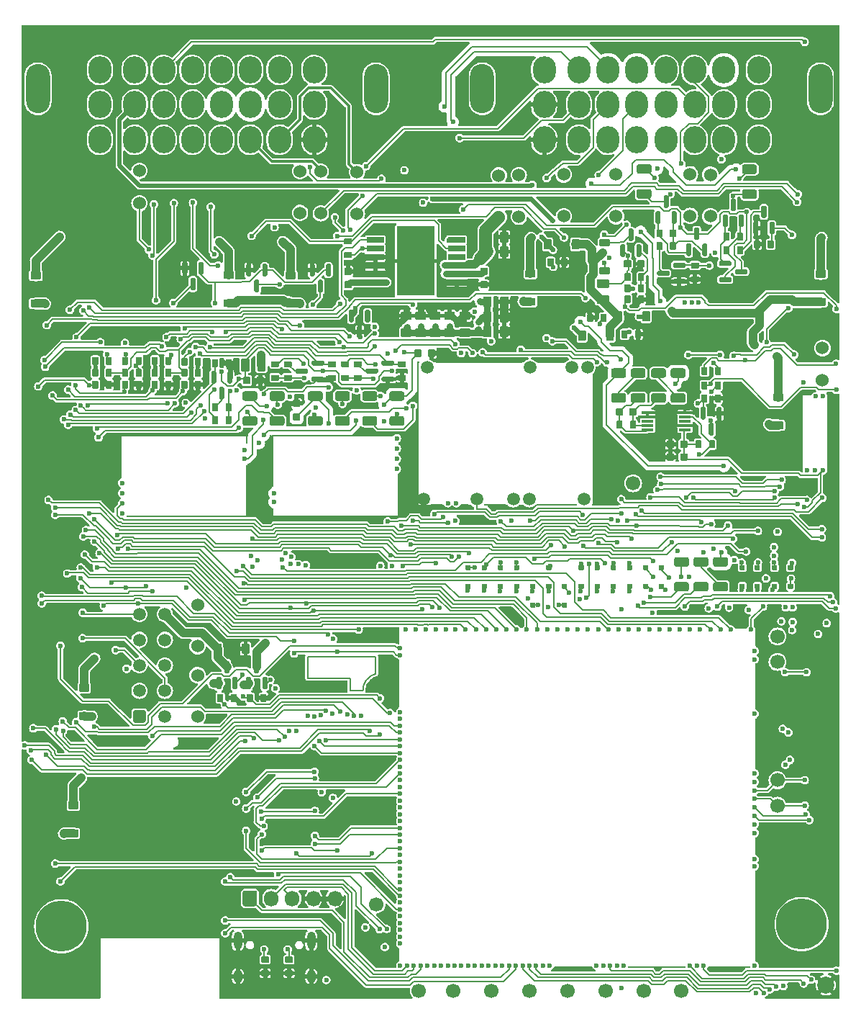
<source format=gbl>
G04 #@! TF.GenerationSoftware,KiCad,Pcbnew,7.0.9-7.0.9~ubuntu22.04.1*
G04 #@! TF.CreationDate,2023-12-11T02:30:07+00:00*
G04 #@! TF.ProjectId,alphax_4ch,616c7068-6178-45f3-9463-682e6b696361,i*
G04 #@! TF.SameCoordinates,PX141f5e0PYa2cace0*
G04 #@! TF.FileFunction,Copper,L4,Bot*
G04 #@! TF.FilePolarity,Positive*
%FSLAX46Y46*%
G04 Gerber Fmt 4.6, Leading zero omitted, Abs format (unit mm)*
G04 Created by KiCad (PCBNEW 7.0.9-7.0.9~ubuntu22.04.1) date 2023-12-11 02:30:07*
%MOMM*%
%LPD*%
G01*
G04 APERTURE LIST*
G04 #@! TA.AperFunction,EtchedComponent*
%ADD10C,0.200000*%
G04 #@! TD*
G04 #@! TA.AperFunction,ComponentPad*
%ADD11C,1.700000*%
G04 #@! TD*
G04 #@! TA.AperFunction,ComponentPad*
%ADD12C,1.524000*%
G04 #@! TD*
G04 #@! TA.AperFunction,ComponentPad*
%ADD13C,6.000000*%
G04 #@! TD*
G04 #@! TA.AperFunction,ComponentPad*
%ADD14O,1.700000X1.850000*%
G04 #@! TD*
G04 #@! TA.AperFunction,ComponentPad*
%ADD15O,2.800000X5.800000*%
G04 #@! TD*
G04 #@! TA.AperFunction,ComponentPad*
%ADD16O,2.700000X3.200000*%
G04 #@! TD*
G04 #@! TA.AperFunction,ComponentPad*
%ADD17O,1.000000X2.100000*%
G04 #@! TD*
G04 #@! TA.AperFunction,ComponentPad*
%ADD18O,1.000000X1.600000*%
G04 #@! TD*
G04 #@! TA.AperFunction,ComponentPad*
%ADD19C,1.500000*%
G04 #@! TD*
G04 #@! TA.AperFunction,ComponentPad*
%ADD20C,0.600000*%
G04 #@! TD*
G04 #@! TA.AperFunction,SMDPad,CuDef*
%ADD21O,3.300000X0.200000*%
G04 #@! TD*
G04 #@! TA.AperFunction,SMDPad,CuDef*
%ADD22O,10.200000X0.200000*%
G04 #@! TD*
G04 #@! TA.AperFunction,SMDPad,CuDef*
%ADD23O,0.300000X0.200000*%
G04 #@! TD*
G04 #@! TA.AperFunction,SMDPad,CuDef*
%ADD24O,0.200000X17.000000*%
G04 #@! TD*
G04 #@! TA.AperFunction,SMDPad,CuDef*
%ADD25O,0.200000X15.400000*%
G04 #@! TD*
G04 #@! TA.AperFunction,SMDPad,CuDef*
%ADD26O,4.800000X0.200000*%
G04 #@! TD*
G04 #@! TA.AperFunction,SMDPad,CuDef*
%ADD27O,2.600000X0.200000*%
G04 #@! TD*
G04 #@! TA.AperFunction,SMDPad,CuDef*
%ADD28O,1.000000X0.200000*%
G04 #@! TD*
G04 #@! TA.AperFunction,SMDPad,CuDef*
%ADD29O,1.500000X0.200000*%
G04 #@! TD*
G04 #@! TA.AperFunction,SMDPad,CuDef*
%ADD30R,0.250000X6.185000*%
G04 #@! TD*
G04 #@! TA.AperFunction,SMDPad,CuDef*
%ADD31R,0.250000X1.115000*%
G04 #@! TD*
G04 #@! TA.AperFunction,SMDPad,CuDef*
%ADD32R,14.275000X0.250000*%
G04 #@! TD*
G04 #@! TA.AperFunction,SMDPad,CuDef*
%ADD33R,15.100000X0.250000*%
G04 #@! TD*
G04 #@! TA.AperFunction,SMDPad,CuDef*
%ADD34R,0.250000X5.175000*%
G04 #@! TD*
G04 #@! TA.AperFunction,SMDPad,CuDef*
%ADD35R,0.200000X2.300000*%
G04 #@! TD*
G04 #@! TA.AperFunction,SMDPad,CuDef*
%ADD36R,0.200000X10.700000*%
G04 #@! TD*
G04 #@! TA.AperFunction,SMDPad,CuDef*
%ADD37R,0.200000X2.100000*%
G04 #@! TD*
G04 #@! TA.AperFunction,SMDPad,CuDef*
%ADD38R,0.200000X6.000000*%
G04 #@! TD*
G04 #@! TA.AperFunction,SMDPad,CuDef*
%ADD39R,0.200000X5.400000*%
G04 #@! TD*
G04 #@! TA.AperFunction,SMDPad,CuDef*
%ADD40R,1.400000X0.200000*%
G04 #@! TD*
G04 #@! TA.AperFunction,SMDPad,CuDef*
%ADD41R,5.000000X0.200000*%
G04 #@! TD*
G04 #@! TA.AperFunction,SMDPad,CuDef*
%ADD42R,6.800000X0.200000*%
G04 #@! TD*
G04 #@! TA.AperFunction,SMDPad,CuDef*
%ADD43R,4.500000X0.200000*%
G04 #@! TD*
G04 #@! TA.AperFunction,SMDPad,CuDef*
%ADD44R,0.200000X1.600000*%
G04 #@! TD*
G04 #@! TA.AperFunction,SMDPad,CuDef*
%ADD45R,0.200000X5.700000*%
G04 #@! TD*
G04 #@! TA.AperFunction,SMDPad,CuDef*
%ADD46R,0.200000X2.000000*%
G04 #@! TD*
G04 #@! TA.AperFunction,SMDPad,CuDef*
%ADD47O,1.225000X0.200000*%
G04 #@! TD*
G04 #@! TA.AperFunction,SMDPad,CuDef*
%ADD48O,0.200000X9.300000*%
G04 #@! TD*
G04 #@! TA.AperFunction,ComponentPad*
%ADD49C,0.599999*%
G04 #@! TD*
G04 #@! TA.AperFunction,SMDPad,CuDef*
%ADD50R,2.000000X0.650000*%
G04 #@! TD*
G04 #@! TA.AperFunction,SMDPad,CuDef*
%ADD51R,4.500000X8.100000*%
G04 #@! TD*
G04 #@! TA.AperFunction,SMDPad,CuDef*
%ADD52R,1.400000X0.300000*%
G04 #@! TD*
G04 #@! TA.AperFunction,SMDPad,CuDef*
%ADD53C,2.000000*%
G04 #@! TD*
G04 #@! TA.AperFunction,ViaPad*
%ADD54C,0.600000*%
G04 #@! TD*
G04 #@! TA.AperFunction,ViaPad*
%ADD55C,1.300000*%
G04 #@! TD*
G04 #@! TA.AperFunction,Conductor*
%ADD56C,0.200000*%
G04 #@! TD*
G04 #@! TA.AperFunction,Conductor*
%ADD57C,0.600000*%
G04 #@! TD*
G04 #@! TA.AperFunction,Conductor*
%ADD58C,1.000000*%
G04 #@! TD*
G04 #@! TA.AperFunction,Conductor*
%ADD59C,0.800000*%
G04 #@! TD*
G04 #@! TA.AperFunction,Conductor*
%ADD60C,0.400000*%
G04 #@! TD*
G04 #@! TA.AperFunction,Conductor*
%ADD61C,0.508000*%
G04 #@! TD*
G04 #@! TA.AperFunction,Conductor*
%ADD62C,0.203200*%
G04 #@! TD*
G04 #@! TA.AperFunction,Conductor*
%ADD63C,0.300000*%
G04 #@! TD*
G04 #@! TA.AperFunction,Conductor*
%ADD64C,1.500000*%
G04 #@! TD*
G04 APERTURE END LIST*
D10*
G04 #@! TO.C,G3*
X38800000Y36300000D02*
X40300000Y36300000D01*
X38800000Y36300000D02*
X38800000Y37800000D01*
X33800000Y37800000D02*
X33800000Y40300000D01*
X38800000Y37800000D02*
X33800000Y37800000D01*
X33800000Y40300000D02*
X41800000Y40300000D01*
X41800000Y40300000D02*
X41800000Y38300000D01*
X41800000Y38299999D02*
G75*
G03*
X40300000Y36300000I478801J-1921600D01*
G01*
G04 #@! TD*
D11*
G04 #@! TO.P,P18,1,Pin_1*
G04 #@! TO.N,Net-(M4-IN_AT2)*
X89100000Y39700000D03*
G04 #@! TD*
D12*
G04 #@! TO.P,F10,1,1*
G04 #@! TO.N,Net-(J6-Pin_6)*
X20840000Y33250000D03*
G04 #@! TO.P,F10,2,2*
G04 #@! TO.N,/OUT_IGN5*
X20840000Y38150000D03*
G04 #@! TD*
D11*
G04 #@! TO.P,P23,1,Pin_1*
G04 #@! TO.N,Net-(M4-SPI3_MOSI)*
X59900000Y1000000D03*
G04 #@! TD*
D13*
G04 #@! TO.P,J8,1,Pin_1*
G04 #@! TO.N,unconnected-(J8-Pin_1-Pad1)*
X4803000Y8619000D03*
G04 #@! TD*
G04 #@! TO.P,J5,1,Pin_1*
G04 #@! TO.N,/MCU/VBUS*
G04 #@! TA.AperFunction,ComponentPad*
G36*
G01*
X26150000Y11225000D02*
X26150000Y12575000D01*
G75*
G02*
X26400000Y12825000I250000J0D01*
G01*
X27600000Y12825000D01*
G75*
G02*
X27850000Y12575000I0J-250000D01*
G01*
X27850000Y11225000D01*
G75*
G02*
X27600000Y10975000I-250000J0D01*
G01*
X26400000Y10975000D01*
G75*
G02*
X26150000Y11225000I0J250000D01*
G01*
G37*
G04 #@! TD.AperFunction*
D14*
G04 #@! TO.P,J5,2,Pin_2*
G04 #@! TO.N,/MCU/USB-*
X29500000Y11900000D03*
G04 #@! TO.P,J5,3,Pin_3*
G04 #@! TO.N,/MCU/USB+*
X32000000Y11900000D03*
G04 #@! TO.P,J5,4,Pin_4*
G04 #@! TO.N,GND*
X34500000Y11900000D03*
G04 #@! TO.P,J5,5,Pin_5*
X37000000Y11900000D03*
G04 #@! TD*
D12*
G04 #@! TO.P,F4,1,1*
G04 #@! TO.N,/A3*
X63950000Y97000000D03*
G04 #@! TO.P,F4,2,2*
G04 #@! TO.N,/OUT_PUMP_RELAY*
X63950000Y92100000D03*
G04 #@! TD*
G04 #@! TO.P,R91,1,1*
G04 #@! TO.N,/IN_KNOCK_RAW*
X94400000Y72795000D03*
G04 #@! TO.P,R91,2,2*
G04 #@! TO.N,/F3*
X94400000Y76605000D03*
G04 #@! TD*
D15*
G04 #@! TO.P,P2,*
G04 #@! TO.N,*
X2050000Y107100000D03*
X41850000Y107100000D03*
D16*
G04 #@! TO.P,P2,1,D1*
G04 #@! TO.N,/OUT_INJ3*
X9350000Y101100000D03*
G04 #@! TO.P,P2,2,D2*
G04 #@! TO.N,/OUT_BOOST*
X13450000Y101100000D03*
G04 #@! TO.P,P2,3,D3*
G04 #@! TO.N,/IN_D2*
X16850000Y101100000D03*
G04 #@! TO.P,P2,4,D4*
G04 #@! TO.N,/IN_TPS2*
X20250000Y101100000D03*
G04 #@! TO.P,P2,5,D5*
G04 #@! TO.N,/IN_PPS1*
X23650000Y101100000D03*
G04 #@! TO.P,P2,6,D6*
G04 #@! TO.N,/D6*
X27050000Y101100000D03*
G04 #@! TO.P,P2,7,D7*
G04 #@! TO.N,/D7*
X30500000Y101100000D03*
G04 #@! TO.P,P2,8,D8*
G04 #@! TO.N,GND*
X34600000Y101100000D03*
G04 #@! TO.P,P2,9,E1*
G04 #@! TO.N,/OUT_INJ4*
X9350000Y105250000D03*
G04 #@! TO.P,P2,10,E2*
G04 #@! TO.N,/OUT_NOS*
X13450000Y105250000D03*
G04 #@! TO.P,P2,11,E3*
G04 #@! TO.N,/IN_D3*
X16850000Y105250000D03*
G04 #@! TO.P,P2,12,E4*
G04 #@! TO.N,/IN_D4*
X20250000Y105250000D03*
G04 #@! TO.P,P2,13,E5*
G04 #@! TO.N,/IN_CAM_VR-*
X23650000Y105250000D03*
G04 #@! TO.P,P2,14,E6*
G04 #@! TO.N,/IN_CAM_VR+*
X27050000Y105250000D03*
G04 #@! TO.P,P2,15,E7*
G04 #@! TO.N,/IN_FLEX*
X30500000Y105250000D03*
G04 #@! TO.P,P2,16,E8*
G04 #@! TO.N,/OUT_ETB-*
X34600000Y105250000D03*
G04 #@! TO.P,P2,17,F1*
G04 #@! TO.N,/OUT_IDLE2*
X9350000Y109300000D03*
G04 #@! TO.P,P2,18,F2*
G04 #@! TO.N,/OUT_VVT1*
X13450000Y109300000D03*
G04 #@! TO.P,P2,19,F3*
G04 #@! TO.N,/F3*
X16850000Y109300000D03*
G04 #@! TO.P,P2,20,F4*
G04 #@! TO.N,/OUT_VVT2*
X20250000Y109300000D03*
G04 #@! TO.P,P2,21,F5*
G04 #@! TO.N,/F5*
X23650000Y109300000D03*
G04 #@! TO.P,P2,22,F6*
G04 #@! TO.N,/IN_PPS2*
X27050000Y109300000D03*
G04 #@! TO.P,P2,23,F7*
G04 #@! TO.N,/IN_VIGN*
X30500000Y109300000D03*
G04 #@! TO.P,P2,24,F8*
G04 #@! TO.N,/OUT_ETB+*
X34600000Y109300000D03*
G04 #@! TD*
D11*
G04 #@! TO.P,P19,1,Pin_1*
G04 #@! TO.N,Net-(M4-OUT_IO3)*
X41900000Y11200000D03*
G04 #@! TD*
G04 #@! TO.P,P26,1,Pin_1*
G04 #@! TO.N,Net-(M4-I2C_SCL)*
X64400000Y1000000D03*
G04 #@! TD*
D17*
G04 #@! TO.P,J1,S1,SHIELD*
G04 #@! TO.N,GND*
X25580000Y6920000D03*
D18*
X25580000Y2740000D03*
D17*
X34220000Y6920000D03*
D18*
X34220000Y2740000D03*
G04 #@! TD*
D11*
G04 #@! TO.P,P16,1,Pin_1*
G04 #@! TO.N,/OUT_IGN5*
X89100000Y22800000D03*
G04 #@! TD*
G04 #@! TO.P,P21,1,Pin_1*
G04 #@! TO.N,Net-(M4-SPI3_SCK)*
X50900000Y1000000D03*
G04 #@! TD*
G04 #@! TO.P,P24,1,Pin_1*
G04 #@! TO.N,Net-(M4-SPI3_CS)*
X46900000Y1000000D03*
G04 #@! TD*
G04 #@! TO.P,P28,1,Pin_1*
G04 #@! TO.N,Net-(M4-UART8_TX)*
X77800000Y1000000D03*
G04 #@! TD*
G04 #@! TO.P,J6,1,Pin_1*
G04 #@! TO.N,/AIN1*
G04 #@! TA.AperFunction,ComponentPad*
G36*
G01*
X14499999Y32550000D02*
X13500001Y32550000D01*
G75*
G02*
X13250000Y32800001I0J250001D01*
G01*
X13250000Y33799999D01*
G75*
G02*
X13500001Y34050000I250001J0D01*
G01*
X14499999Y34050000D01*
G75*
G02*
X14750000Y33799999I0J-250001D01*
G01*
X14750000Y32800001D01*
G75*
G02*
X14499999Y32550000I-250001J0D01*
G01*
G37*
G04 #@! TD.AperFunction*
D19*
G04 #@! TO.P,J6,2,Pin_2*
G04 #@! TO.N,/OUT_INJ5*
X14000000Y36300000D03*
G04 #@! TO.P,J6,3,Pin_3*
G04 #@! TO.N,/AIN2*
X14000000Y39300000D03*
G04 #@! TO.P,J6,4,Pin_4*
G04 #@! TO.N,/OUT_INJ6*
X14000000Y42300000D03*
G04 #@! TO.P,J6,5,Pin_5*
G04 #@! TO.N,/AIN3*
X14000000Y45300000D03*
G04 #@! TO.P,J6,6,Pin_6*
G04 #@! TO.N,Net-(J6-Pin_6)*
X17000000Y33300000D03*
G04 #@! TO.P,J6,7,Pin_7*
G04 #@! TO.N,/AIN4*
X17000000Y36300000D03*
G04 #@! TO.P,J6,8,Pin_8*
G04 #@! TO.N,Net-(J6-Pin_8)*
X17000000Y39300000D03*
G04 #@! TO.P,J6,9,Pin_9*
G04 #@! TO.N,/OUT_HS1*
X17000000Y42300000D03*
G04 #@! TO.P,J6,10,Pin_10*
G04 #@! TO.N,/OUT_HS2*
X17000000Y45300000D03*
G04 #@! TD*
D11*
G04 #@! TO.P,P27,1,Pin_1*
G04 #@! TO.N,Net-(M4-UART8_RX)*
X73400000Y1000000D03*
G04 #@! TD*
D19*
G04 #@! TO.P,M1,E1,VBAT*
G04 #@! TO.N,unconnected-(M1-VBAT-PadE1)*
X66300000Y58825005D03*
G04 #@! TO.P,M1,E2,V12*
G04 #@! TO.N,+12V*
X59900003Y58825005D03*
G04 #@! TO.P,M1,E3,VIGN*
G04 #@! TO.N,/VIGN*
X58000000Y58825005D03*
G04 #@! TO.P,M1,E4,V5*
G04 #@! TO.N,+5V*
X53700000Y58825005D03*
D20*
G04 #@! TO.P,M1,E5,EN_5VP*
G04 #@! TO.N,/PWR_EN*
X51300003Y58375006D03*
G04 #@! TO.P,M1,E6,PG_5VP*
G04 #@! TO.N,/TLS115_PG*
X50300002Y58375006D03*
D21*
G04 #@! TO.P,M1,S1,GND*
G04 #@! TO.N,GND*
X62450000Y74975001D03*
D22*
X53950002Y74975001D03*
D23*
X46850000Y74975001D03*
D24*
X46800000Y66575003D03*
D25*
X67400000Y65775002D03*
D19*
X47450000Y58825005D03*
D23*
X67350000Y58175004D03*
D26*
X63150002Y58175004D03*
D27*
X55800000Y58175004D03*
D28*
X52300003Y58175004D03*
D29*
X49000002Y58175004D03*
D19*
G04 #@! TO.P,M1,V1,V12_PERM*
G04 #@! TO.N,+12V_RAW*
X66750002Y74325002D03*
G04 #@! TO.P,M1,V2,IN_VIGN*
G04 #@! TO.N,/IN_VIGN*
X64900003Y74325002D03*
G04 #@! TO.P,M1,V3,V12_RAW*
G04 #@! TO.N,+12V_RAW*
X59950000Y74325002D03*
G04 #@! TO.P,M1,V4,5VP*
G04 #@! TO.N,+5VAS*
X47900002Y74325002D03*
G04 #@! TD*
D20*
G04 #@! TO.P,M3,E1,Thresh_IN*
G04 #@! TO.N,/THRESHOLD_VR_CM*
X11975000Y59550000D03*
G04 #@! TO.P,M3,E2,OUT_A*
G04 #@! TO.N,/VR_ANALOG_CM*
X11975000Y60750000D03*
G04 #@! TO.P,M3,E3,OUT*
G04 #@! TO.N,/IN_CAM_VR*
X11975000Y58350000D03*
G04 #@! TO.P,M3,E4,V5_IN*
G04 #@! TO.N,+5VA*
X11975000Y57150000D03*
D30*
G04 #@! TO.P,M3,G,GND*
G04 #@! TO.N,GND*
X26625000Y59817500D03*
D31*
X26625000Y65867500D03*
D32*
X19612500Y56850000D03*
D33*
X19200000Y66300000D03*
D34*
X11775000Y63837500D03*
D20*
G04 #@! TO.P,M3,W1,VR-*
G04 #@! TO.N,/IN_CAM_VR-*
X26400000Y63610000D03*
G04 #@! TO.P,M3,W2,VR+*
G04 #@! TO.N,/IN_CAM_VR+*
X26400000Y64610000D03*
G04 #@! TD*
D12*
G04 #@! TO.P,F7,1,1*
G04 #@! TO.N,/F5*
X32900000Y97399979D03*
G04 #@! TO.P,F7,2,2*
G04 #@! TO.N,/OUT_MAIN*
X32900000Y92499979D03*
G04 #@! TD*
G04 #@! TO.P,R56,1,1*
G04 #@! TO.N,/IN_D5*
X14000000Y93645000D03*
G04 #@! TO.P,R56,2,2*
G04 #@! TO.N,/F3*
X14000000Y97455000D03*
G04 #@! TD*
D20*
G04 #@! TO.P,M4,E1,SPI2_SCK/CAN2_TX*
G04 #@! TO.N,unconnected-(M4-SPI2_SCK{slash}CAN2_TX-PadE1)*
X44700000Y6600003D03*
G04 #@! TO.P,M4,E2,SPI2_MISO*
G04 #@! TO.N,unconnected-(M4-SPI2_MISO-PadE2)*
X44700000Y7400004D03*
G04 #@! TO.P,M4,E3,SPI2_MOSI*
G04 #@! TO.N,unconnected-(M4-SPI2_MOSI-PadE3)*
X44700000Y8200002D03*
G04 #@! TO.P,M4,E4,SPI2_CS/CAN2_RX*
G04 #@! TO.N,unconnected-(M4-SPI2_CS{slash}CAN2_RX-PadE4)*
X44700000Y9000003D03*
G04 #@! TO.P,M4,E6,OUT_IO3*
G04 #@! TO.N,Net-(M4-OUT_IO3)*
X44700000Y9800004D03*
G04 #@! TO.P,M4,E7,OUT_IO5*
G04 #@! TO.N,/CRANK_N_PULLUP*
X44700003Y10600002D03*
G04 #@! TO.P,M4,E8,OUT_IO1*
G04 #@! TO.N,/TACH_PULLUP*
X44700003Y11400003D03*
G04 #@! TO.P,M4,E9,OUT_IO6*
G04 #@! TO.N,/NOS*
X44700000Y12200007D03*
G04 #@! TO.P,M4,E10,OUT_IO10*
G04 #@! TO.N,/MAIN*
X44700000Y13000003D03*
G04 #@! TO.P,M4,E11,OUT_IO9*
G04 #@! TO.N,/CAM_VR_PULLUP*
X44700000Y13800003D03*
G04 #@! TO.P,M4,E12,OUT_IO2*
G04 #@! TO.N,/CRANK_P_PULLUP*
X44700000Y14600004D03*
G04 #@! TO.P,M4,E13,OUT_IO12*
G04 #@! TO.N,/PUMP_RELAY*
X44700003Y15400003D03*
G04 #@! TO.P,M4,E14,OUT_PWM5*
G04 #@! TO.N,/MCU_IDLE2*
X44700003Y16200004D03*
G04 #@! TO.P,M4,E15,OUT_PWM4*
G04 #@! TO.N,/THRESHOLD_VR_CM*
X44700003Y17000005D03*
G04 #@! TO.P,M4,E16,OUT_PWM3*
G04 #@! TO.N,/MCU_BOOST*
X44700000Y17800003D03*
G04 #@! TO.P,M4,E17,OUT_PWM2*
G04 #@! TO.N,/ETB_PWM*
X44700000Y18600004D03*
G04 #@! TO.P,M4,E18,OUT_INJ2*
G04 #@! TO.N,/MCU_INJ2*
X44700000Y19400002D03*
G04 #@! TO.P,M4,E19,OUT_INJ1*
G04 #@! TO.N,/MCU_INJ1*
X44700003Y20200003D03*
G04 #@! TO.P,M4,E20,OUT_IO13*
G04 #@! TO.N,/D2_PULLDOWN*
X44700003Y21000004D03*
G04 #@! TO.P,M4,E21,OUT_IO4*
G04 #@! TO.N,/TEMP_PULLUP*
X44700000Y21800003D03*
G04 #@! TO.P,M4,E22,OUT_IO8*
G04 #@! TO.N,/D3_PULLDOWN*
X44700000Y22600004D03*
G04 #@! TO.P,M4,E23,OUT_IO7*
G04 #@! TO.N,/2STEP_PULLUP*
X44700000Y23400005D03*
G04 #@! TO.P,M4,E24,OUT_IO11*
G04 #@! TO.N,/MCU_FAN_RELAY*
X44700000Y24200003D03*
G04 #@! TO.P,M4,E25,OUT_PWM7*
G04 #@! TO.N,/HS/IN1*
X44700000Y25000004D03*
G04 #@! TO.P,M4,E26,OUT_PWM6*
G04 #@! TO.N,/THRESHOLD_VR_CR*
X44700000Y25800002D03*
G04 #@! TO.P,M4,E27,OUT_PWM1*
G04 #@! TO.N,/MCU_IDLE1*
X44700000Y26600003D03*
G04 #@! TO.P,M4,E28,OUT_PWM8*
G04 #@! TO.N,/HS/IN2*
X44700000Y27400004D03*
G04 #@! TO.P,M4,E29,OUT_INJ3*
G04 #@! TO.N,/MCU_INJ3*
X44700000Y28200003D03*
G04 #@! TO.P,M4,E30,OUT_INJ4*
G04 #@! TO.N,/MCU_INJ4*
X44700000Y29000004D03*
G04 #@! TO.P,M4,E31,OUT_INJ5*
G04 #@! TO.N,/MCU_INJ5*
X44700003Y29800002D03*
G04 #@! TO.P,M4,E32,OUT_INJ6*
G04 #@! TO.N,/MCU_INJ6*
X44700000Y30600005D03*
G04 #@! TO.P,M4,E33,OUT_INJ7*
G04 #@! TO.N,/D4_PULLDOWN*
X44700000Y31400004D03*
G04 #@! TO.P,M4,E34,OUT_INJ8*
G04 #@! TO.N,/D5_PULLDOWN*
X44700000Y32200002D03*
G04 #@! TO.P,M4,E35,IO6*
G04 #@! TO.N,unconnected-(M4-IO6-PadE35)*
X44700000Y33000003D03*
G04 #@! TO.P,M4,E36,IO7*
G04 #@! TO.N,/CAM2_VR*
X44700000Y33800004D03*
G04 #@! TO.P,M4,E38,V5A_SWITCHABLE*
G04 #@! TO.N,+5VA*
X44700003Y40499998D03*
G04 #@! TO.P,M4,E39,GNDA*
G04 #@! TO.N,GNDA*
X44700000Y41299999D03*
D35*
G04 #@! TO.P,M4,G,GND*
G04 #@! TO.N,GND*
X86600005Y42649999D03*
D36*
X86600003Y9850001D03*
D37*
X86600003Y18050000D03*
D38*
X86600003Y30099999D03*
D39*
X86600003Y36799996D03*
D40*
X84799996Y43700002D03*
D41*
X83400001Y3800001D03*
D42*
X74899998Y3800001D03*
D43*
X65049995Y3800001D03*
D44*
X44500000Y5300000D03*
D45*
X44500000Y37150003D03*
D46*
X44500000Y42799996D03*
D20*
G04 #@! TO.P,M4,N1,USBID*
G04 #@! TO.N,unconnected-(M4-USBID-PadN1)*
X44700000Y4000000D03*
G04 #@! TO.P,M4,N2,USBM*
G04 #@! TO.N,/MCU/USB-*
X45499998Y3999998D03*
G04 #@! TO.P,M4,N3,USBP*
G04 #@! TO.N,/MCU/USB+*
X46299999Y3999998D03*
G04 #@! TO.P,M4,N4,VBUS*
G04 #@! TO.N,/MCU/VBUS*
X47099998Y4000000D03*
G04 #@! TO.P,M4,N5,BOOT0*
G04 #@! TO.N,unconnected-(M4-BOOT0-PadN5)*
X47899999Y4000000D03*
G04 #@! TO.P,M4,N6,SWO*
G04 #@! TO.N,/MCU/SWO*
X48700000Y4000000D03*
G04 #@! TO.P,M4,N7,SWDIO*
G04 #@! TO.N,/MCU/SWDIO*
X49499998Y4000000D03*
G04 #@! TO.P,M4,N8,SWCLK*
G04 #@! TO.N,/MCU/SWCLK*
X50299999Y3999998D03*
G04 #@! TO.P,M4,N9,nReset*
G04 #@! TO.N,/MCU/NRESET*
X51099997Y4000000D03*
G04 #@! TO.P,M4,N10,SPI3_CS*
G04 #@! TO.N,Net-(M4-SPI3_CS)*
X51899998Y4000000D03*
G04 #@! TO.P,M4,N11,SPI3_SCK*
G04 #@! TO.N,Net-(M4-SPI3_SCK)*
X52699999Y4000000D03*
G04 #@! TO.P,M4,N12,SPI3_MISO*
G04 #@! TO.N,Net-(M4-SPI3_MISO)*
X53500000Y4000000D03*
G04 #@! TO.P,M4,N13,SPI3_MOSI*
G04 #@! TO.N,Net-(M4-SPI3_MOSI)*
X54299999Y4000000D03*
G04 #@! TO.P,M4,N14,I2C_SCL*
G04 #@! TO.N,Net-(M4-I2C_SCL)*
X55100000Y4000000D03*
G04 #@! TO.P,M4,N15,I2C_SDA*
G04 #@! TO.N,Net-(M4-I2C_SDA)*
X55900001Y3999998D03*
G04 #@! TO.P,M4,N16,IO1*
G04 #@! TO.N,/ETB_DIR*
X56700001Y3999998D03*
G04 #@! TO.P,M4,N17,UART2_TX*
G04 #@! TO.N,/MCU/UART_TX*
X57500000Y4000000D03*
G04 #@! TO.P,M4,N18,UART2_RX*
G04 #@! TO.N,/MCU/UART_RX*
X58300001Y4000000D03*
G04 #@! TO.P,M4,N19,IO2*
G04 #@! TO.N,/ETB_DIS*
X59099999Y4000000D03*
G04 #@! TO.P,M4,N20,IO4*
G04 #@! TO.N,/CAM_PULLUP*
X59900000Y4000000D03*
G04 #@! TO.P,M4,N21,IO3*
G04 #@! TO.N,/TACH*
X60699999Y3999998D03*
G04 #@! TO.P,M4,N22,V33*
G04 #@! TO.N,+3.3V*
X61500000Y4000000D03*
G04 #@! TO.P,M4,N23,IO5*
G04 #@! TO.N,unconnected-(M4-IO5-PadN23)*
X62300000Y4000000D03*
G04 #@! TO.P,M4,N24,UART8_RX*
G04 #@! TO.N,Net-(M4-UART8_RX)*
X67800000Y4000000D03*
G04 #@! TO.P,M4,N25,UART8_TX*
G04 #@! TO.N,Net-(M4-UART8_TX)*
X68600001Y4000000D03*
G04 #@! TO.P,M4,N26,IN_VIGN*
G04 #@! TO.N,/VIGN*
X69399999Y4000000D03*
G04 #@! TO.P,M4,N27,VBAT*
G04 #@! TO.N,unconnected-(M4-VBAT-PadN27)*
X70199997Y4000000D03*
G04 #@! TO.P,M4,N28,V33_SWITCHABLE*
G04 #@! TO.N,+3.3VA*
X70999996Y4000000D03*
G04 #@! TO.P,M4,N29,OUT_PWR_EN*
G04 #@! TO.N,/PWR_EN*
X78800000Y4000000D03*
G04 #@! TO.P,M4,N30,V5A_SWITCHABLE*
G04 #@! TO.N,unconnected-(M4-V5A_SWITCHABLE-PadN30)*
X79599999Y4000000D03*
G04 #@! TO.P,M4,N31,VCC*
G04 #@! TO.N,+5V*
X80399997Y4000000D03*
G04 #@! TO.P,M4,N32,V33*
G04 #@! TO.N,unconnected-(M4-V33-PadN32)*
X86400001Y4000000D03*
G04 #@! TO.P,M4,S1,IN_D4*
G04 #@! TO.N,/HALL3*
X45300001Y43500005D03*
G04 #@! TO.P,M4,S2,IN_D3*
G04 #@! TO.N,/HALL2*
X46500002Y43500003D03*
G04 #@! TO.P,M4,S3,IN_D2*
G04 #@! TO.N,/TLS115_PG*
X47699999Y43500003D03*
G04 #@! TO.P,M4,S4,IN_D1*
G04 #@! TO.N,/HALL1*
X48899999Y43500005D03*
G04 #@! TO.P,M4,S5,VREF2*
G04 #@! TO.N,unconnected-(M4-VREF2-PadS5)*
X50099999Y43500003D03*
G04 #@! TO.P,M4,S6,IN_SENS4*
G04 #@! TO.N,/IN_D5*
X51199987Y43500003D03*
G04 #@! TO.P,M4,S7,IN_SENS3*
G04 #@! TO.N,/IN_D4*
X52399987Y43500003D03*
G04 #@! TO.P,M4,S8,IN_SENS2*
G04 #@! TO.N,/IN_D3*
X53599985Y43500005D03*
G04 #@! TO.P,M4,S9,IN_SENS1*
G04 #@! TO.N,/IN_D2*
X54799985Y43500003D03*
G04 #@! TO.P,M4,S10,IN_AUX4*
G04 #@! TO.N,/IN_FLEX*
X55999988Y43500003D03*
G04 #@! TO.P,M4,S11,IN_AUX3*
G04 #@! TO.N,/AIN4*
X57199990Y43500005D03*
G04 #@! TO.P,M4,S12,IN_AUX2*
G04 #@! TO.N,/IN_PPS2*
X58399988Y43500003D03*
G04 #@! TO.P,M4,S13,IN_AUX1*
G04 #@! TO.N,/IN_TPS2*
X59599986Y43500003D03*
G04 #@! TO.P,M4,S14,IN_RES2*
G04 #@! TO.N,/VR_ANALOG_CM*
X60799993Y43500003D03*
G04 #@! TO.P,M4,S15,IN_O2S2*
G04 #@! TO.N,/IN_AFR*
X61999993Y43500003D03*
G04 #@! TO.P,M4,S16,IN_O2S*
G04 #@! TO.N,unconnected-(M4-IN_O2S-PadS16)*
X63199991Y43500003D03*
G04 #@! TO.P,M4,S17,IN_RES1*
G04 #@! TO.N,/IN_CAM_VR*
X64399991Y43500003D03*
G04 #@! TO.P,M4,S18,IN_RES3*
G04 #@! TO.N,/VR_ANALOG_CR*
X65599996Y43500003D03*
G04 #@! TO.P,M4,S19,IN_MAP3*
G04 #@! TO.N,/IN_MAP2*
X66799997Y43500003D03*
G04 #@! TO.P,M4,S20,IN_MAP2*
G04 #@! TO.N,/IN_MAP*
X67999994Y43500005D03*
G04 #@! TO.P,M4,S21,IN_MAP1*
G04 #@! TO.N,/AIN3*
X69199994Y43500003D03*
G04 #@! TO.P,M4,S22,IN_CRANK*
G04 #@! TO.N,/IN_CRANK*
X70399997Y43500005D03*
G04 #@! TO.P,M4,S23,IN_KNOCK*
G04 #@! TO.N,/IN_KNOCK*
X71599997Y43500003D03*
G04 #@! TO.P,M4,S24,IN_CAM*
G04 #@! TO.N,/IN_CAM_HALL*
X72799992Y43500003D03*
G04 #@! TO.P,M4,S25,IN_VSS*
G04 #@! TO.N,/IN_2STEP*
X73999995Y43500005D03*
G04 #@! TO.P,M4,S26,IN_IAT*
G04 #@! TO.N,/IN_IAT*
X75200000Y43500003D03*
G04 #@! TO.P,M4,S27,IN_AT1*
G04 #@! TO.N,Net-(M4-IN_AT1)*
X76400000Y43500005D03*
G04 #@! TO.P,M4,S28,IN_CLT*
G04 #@! TO.N,/IN_CLT*
X77599998Y43500003D03*
G04 #@! TO.P,M4,S29,IN_AT2*
G04 #@! TO.N,Net-(M4-IN_AT2)*
X78799998Y43500003D03*
G04 #@! TO.P,M4,S30,IN_TPS*
G04 #@! TO.N,/IN_TPS1*
X80000003Y43500003D03*
G04 #@! TO.P,M4,S31,IN_PPS*
G04 #@! TO.N,/IN_PPS1*
X81200003Y43500003D03*
G04 #@! TO.P,M4,S32,IN_TPS2*
G04 #@! TO.N,/AIN1*
X82400001Y43500003D03*
G04 #@! TO.P,M4,S33,IN_PPS2*
G04 #@! TO.N,/AIN2*
X83600001Y43500003D03*
G04 #@! TO.P,M4,S35,VREF1*
G04 #@! TO.N,/VREF*
X86000001Y43500003D03*
G04 #@! TO.P,M4,W1,GNDA*
G04 #@! TO.N,GNDA*
X86400003Y41000000D03*
G04 #@! TO.P,M4,W2,V5A_SWITCHABLE*
G04 #@! TO.N,+5VA*
X86400003Y39999999D03*
G04 #@! TO.P,M4,W3,V33_REF*
G04 #@! TO.N,unconnected-(M4-V33_REF-PadW3)*
X86400001Y33599997D03*
G04 #@! TO.P,M4,W4,IGN8*
G04 #@! TO.N,/VVT2*
X86400001Y26600001D03*
G04 #@! TO.P,M4,W5,IGN7*
G04 #@! TO.N,/VVT1*
X86400001Y25600000D03*
G04 #@! TO.P,M4,W6,IGN6*
G04 #@! TO.N,/OUT_IGN6*
X86400001Y24600002D03*
G04 #@! TO.P,M4,W7,IGN5*
G04 #@! TO.N,/OUT_IGN5*
X86400001Y23600002D03*
G04 #@! TO.P,M4,W8,IGN4*
G04 #@! TO.N,/OUT_IGN4*
X86400001Y22600001D03*
G04 #@! TO.P,M4,W9,IGN3*
G04 #@! TO.N,/OUT_IGN3*
X86400001Y21600003D03*
G04 #@! TO.P,M4,W10,IGN2*
G04 #@! TO.N,/OUT_IGN2*
X86400001Y20600003D03*
G04 #@! TO.P,M4,W11,IGN1*
G04 #@! TO.N,/OUT_IGN1*
X86400001Y19600005D03*
G04 #@! TO.P,M4,W12,CANH*
G04 #@! TO.N,/CAN+*
X86400001Y16500001D03*
G04 #@! TO.P,M4,W13,CANL*
G04 #@! TO.N,/CAN-*
X86400001Y15700000D03*
G04 #@! TD*
D12*
G04 #@! TO.P,F1,1,1*
G04 #@! TO.N,/A7*
X81196000Y96995000D03*
G04 #@! TO.P,F1,2,2*
G04 #@! TO.N,/OUT_IGN2*
X81196000Y92095000D03*
G04 #@! TD*
G04 #@! TO.P,F3,1,1*
G04 #@! TO.N,/A4*
X70100000Y97000000D03*
G04 #@! TO.P,F3,2,2*
G04 #@! TO.N,/OUT_TACH*
X70100000Y92100000D03*
G04 #@! TD*
D11*
G04 #@! TO.P,P22,1,Pin_1*
G04 #@! TO.N,Net-(M4-SPI3_MISO)*
X55400000Y1000000D03*
G04 #@! TD*
D13*
G04 #@! TO.P,J7,1,Pin_1*
G04 #@! TO.N,unconnected-(J7-Pin_1-Pad1)*
X91948000Y8873000D03*
G04 #@! TD*
D11*
G04 #@! TO.P,P20,1,Pin_1*
G04 #@! TO.N,Net-(M4-IN_AT1)*
X89100000Y42700000D03*
G04 #@! TD*
D12*
G04 #@! TO.P,F8,1,1*
G04 #@! TO.N,/D7*
X39600000Y97299979D03*
G04 #@! TO.P,F8,2,2*
G04 #@! TO.N,/OUT_IGN4*
X39600000Y92399979D03*
G04 #@! TD*
D11*
G04 #@! TO.P,P25,1,Pin_1*
G04 #@! TO.N,Net-(M4-I2C_SDA)*
X68900000Y1000000D03*
G04 #@! TD*
D20*
G04 #@! TO.P,M9,E1,V5A*
G04 #@! TO.N,+5VA*
X94474999Y62225000D03*
D47*
G04 #@! TO.P,M9,E2,GND*
G04 #@! TO.N,GND*
X92499999Y71125000D03*
D48*
X95074999Y66575000D03*
X91974999Y66575000D03*
D20*
X93524999Y62225000D03*
G04 #@! TO.P,M9,E3,OUT_KNOCK*
G04 #@! TO.N,/IN_KNOCK*
X92575001Y62225000D03*
G04 #@! TO.P,M9,W1,IN_KNOCK*
G04 #@! TO.N,/IN_KNOCK_RAW*
X93574999Y70925000D03*
G04 #@! TO.P,M9,W2,VREF*
G04 #@! TO.N,/VREF*
X94474999Y70925000D03*
G04 #@! TD*
D49*
G04 #@! TO.P,M6,V1,IGN8*
G04 #@! TO.N,GND*
X37285001Y19400014D03*
G04 #@! TO.P,M6,V2,IGN7*
X35449991Y19825022D03*
G04 #@! TO.P,M6,V3,IGN6*
X37499999Y20375019D03*
G04 #@! TO.P,M6,V4,IGN5*
X37285004Y21249978D03*
G04 #@! TO.P,M6,V5,IGN4*
X37209997Y22100001D03*
G04 #@! TO.P,M6,V6,IGN3*
X35449991Y22425017D03*
G04 #@! TO.P,M6,V7,IGN2*
G04 #@! TO.N,/MCU_INJ6*
X36759991Y23724984D03*
G04 #@! TO.P,M6,V8,IGN1*
G04 #@! TO.N,/MCU_INJ5*
X35449991Y24375001D03*
G04 #@! TO.P,M6,V9,VCC*
G04 #@! TO.N,+5VA*
X41375006Y17199998D03*
G04 #@! TO.P,M6,V10,V33*
G04 #@! TO.N,+3.3VA*
X37300000Y17500000D03*
G04 #@! TD*
D20*
G04 #@! TO.P,M8,E1,Thresh_IN*
G04 #@! TO.N,/THRESHOLD_VR_CR*
X44300000Y63587500D03*
G04 #@! TO.P,M8,E2,OUT_A*
G04 #@! TO.N,/VR_ANALOG_CR*
X44300000Y62387500D03*
G04 #@! TO.P,M8,E3,OUT*
G04 #@! TO.N,/IN_CRANK*
X44300000Y64787500D03*
G04 #@! TO.P,M8,E4,V5_IN*
G04 #@! TO.N,+5VA*
X44300000Y65987500D03*
D30*
G04 #@! TO.P,M8,G,GND*
G04 #@! TO.N,GND*
X29650000Y63320000D03*
D31*
X29650000Y57270000D03*
D32*
X36662500Y66287500D03*
D33*
X37075000Y56837500D03*
D34*
X44500000Y59300000D03*
D20*
G04 #@! TO.P,M8,W1,VR-*
G04 #@! TO.N,/IN_CRANK-*
X29875000Y59527500D03*
G04 #@! TO.P,M8,W2,VR+*
G04 #@! TO.N,/IN_CRANK+*
X29875000Y58527500D03*
G04 #@! TD*
D12*
G04 #@! TO.P,F9,1,1*
G04 #@! TO.N,/D6*
X35350000Y97349979D03*
G04 #@! TO.P,F9,2,2*
G04 #@! TO.N,/OUT_IGN3*
X35350000Y92449979D03*
G04 #@! TD*
D11*
G04 #@! TO.P,P17,1,Pin_1*
G04 #@! TO.N,/OUT_IGN6*
X89100000Y25800000D03*
G04 #@! TD*
D15*
G04 #@! TO.P,P1,*
G04 #@! TO.N,*
X54350000Y107100000D03*
X94150000Y107100000D03*
D16*
G04 #@! TO.P,P1,1,A1*
G04 #@! TO.N,GND*
X61650000Y101100000D03*
G04 #@! TO.P,P1,2,A2*
G04 #@! TO.N,/A2*
X65750000Y101100000D03*
G04 #@! TO.P,P1,3,A3*
G04 #@! TO.N,/A3*
X69150000Y101100000D03*
G04 #@! TO.P,P1,4,A4*
G04 #@! TO.N,/A4*
X72550000Y101100000D03*
G04 #@! TO.P,P1,5,A5*
G04 #@! TO.N,GNDA*
X75950000Y101100000D03*
G04 #@! TO.P,P1,6,A6*
G04 #@! TO.N,/A6*
X79350000Y101100000D03*
G04 #@! TO.P,P1,7,A7*
G04 #@! TO.N,/A7*
X82800000Y101100000D03*
G04 #@! TO.P,P1,8,A8*
G04 #@! TO.N,/OUT_INJ1*
X86900000Y101100000D03*
G04 #@! TO.P,P1,9,B1*
G04 #@! TO.N,GND*
X61650000Y105250000D03*
G04 #@! TO.P,P1,10,B2*
G04 #@! TO.N,/IN_MAP*
X65750000Y105250000D03*
G04 #@! TO.P,P1,11,B3*
G04 #@! TO.N,/IN_IAT*
X69150000Y105250000D03*
G04 #@! TO.P,P1,12,B4*
G04 #@! TO.N,/IN_AFR*
X72550000Y105250000D03*
G04 #@! TO.P,P1,13,B5*
G04 #@! TO.N,/IN_TPS1*
X75950000Y105250000D03*
G04 #@! TO.P,P1,14,B6*
G04 #@! TO.N,+5VAS*
X79350000Y105250000D03*
G04 #@! TO.P,P1,15,B7*
G04 #@! TO.N,/IN_CLT*
X82800000Y105250000D03*
G04 #@! TO.P,P1,16,B8*
G04 #@! TO.N,/OUT_INJ2*
X86900000Y105250000D03*
G04 #@! TO.P,P1,17,C1*
G04 #@! TO.N,/OUT_FAN_RELAY*
X61650000Y109300000D03*
G04 #@! TO.P,P1,18,C2*
G04 #@! TO.N,/IN_CRANK-*
X65750000Y109300000D03*
G04 #@! TO.P,P1,19,C3*
G04 #@! TO.N,/IN_CRANK+*
X69150000Y109300000D03*
G04 #@! TO.P,P1,20,C4*
G04 #@! TO.N,/IN_2STEP_CAM2_VR-*
X72550000Y109300000D03*
G04 #@! TO.P,P1,21,C5*
G04 #@! TO.N,/CAN+*
X75950000Y109300000D03*
G04 #@! TO.P,P1,22,C6*
G04 #@! TO.N,/CAN-*
X79350000Y109300000D03*
G04 #@! TO.P,P1,23,C7*
G04 #@! TO.N,/IN_CAM_HALL_CAM2_VR+*
X82800000Y109300000D03*
G04 #@! TO.P,P1,24,C8*
G04 #@! TO.N,/OUT_IDLE1*
X86900000Y109300000D03*
G04 #@! TD*
D12*
G04 #@! TO.P,F6,1,1*
G04 #@! TO.N,/A2*
X56300000Y96900000D03*
G04 #@! TO.P,F6,2,2*
G04 #@! TO.N,+12V_ETB*
X56300000Y92000000D03*
G04 #@! TD*
D49*
G04 #@! TO.P,M2,V1,IGN8*
G04 #@! TO.N,/MCU_BOOST*
X28405111Y19436868D03*
G04 #@! TO.P,M2,V2,IGN7*
G04 #@! TO.N,/MCU_IDLE2*
X26570101Y19861876D03*
G04 #@! TO.P,M2,V3,IGN6*
G04 #@! TO.N,/MCU_IDLE1*
X28620109Y20411873D03*
G04 #@! TO.P,M2,V4,IGN5*
G04 #@! TO.N,/MCU_FAN_RELAY*
X28405114Y21286832D03*
G04 #@! TO.P,M2,V5,IGN4*
G04 #@! TO.N,/MCU_INJ4*
X28330107Y22136855D03*
G04 #@! TO.P,M2,V6,IGN3*
G04 #@! TO.N,/MCU_INJ3*
X26570101Y22461871D03*
G04 #@! TO.P,M2,V7,IGN2*
G04 #@! TO.N,/MCU_INJ2*
X27880101Y23761838D03*
G04 #@! TO.P,M2,V8,IGN1*
G04 #@! TO.N,/MCU_INJ1*
X26570101Y24411855D03*
G04 #@! TO.P,M2,V9,VCC*
G04 #@! TO.N,+5VA*
X32495116Y17236852D03*
G04 #@! TO.P,M2,V10,V33*
G04 #@! TO.N,+3.3VA*
X28420110Y17536854D03*
G04 #@! TD*
D11*
G04 #@! TO.P,P4,1,Pin_1*
G04 #@! TO.N,/IN_CRANK*
X72100000Y60700000D03*
G04 #@! TD*
D12*
G04 #@! TO.P,F5,1,1*
G04 #@! TO.N,/A2*
X58650000Y96945000D03*
G04 #@! TO.P,F5,2,2*
G04 #@! TO.N,+12V_RAW*
X58650000Y92045000D03*
G04 #@! TD*
G04 #@! TO.P,F11,1,1*
G04 #@! TO.N,Net-(J6-Pin_8)*
X20840000Y41550000D03*
G04 #@! TO.P,F11,2,2*
G04 #@! TO.N,/OUT_IGN6*
X20840000Y46450000D03*
G04 #@! TD*
G04 #@! TO.P,F2,1,1*
G04 #@! TO.N,/A6*
X78800000Y97045000D03*
G04 #@! TO.P,F2,2,2*
G04 #@! TO.N,/OUT_IGN1*
X78800000Y92145000D03*
G04 #@! TD*
G04 #@! TO.P,Q28,1,G*
G04 #@! TO.N,Net-(Q25-G)*
G04 #@! TA.AperFunction,SMDPad,CuDef*
G36*
G01*
X77100000Y91225000D02*
X76800000Y91225000D01*
G75*
G02*
X76650000Y91375000I0J150000D01*
G01*
X76650000Y92550000D01*
G75*
G02*
X76800000Y92700000I150000J0D01*
G01*
X77100000Y92700000D01*
G75*
G02*
X77250000Y92550000I0J-150000D01*
G01*
X77250000Y91375000D01*
G75*
G02*
X77100000Y91225000I-150000J0D01*
G01*
G37*
G04 #@! TD.AperFunction*
G04 #@! TO.P,Q28,2,D*
G04 #@! TO.N,Net-(D58-COM)*
G04 #@! TA.AperFunction,SMDPad,CuDef*
G36*
G01*
X76150000Y93100000D02*
X75850000Y93100000D01*
G75*
G02*
X75700000Y93250000I0J150000D01*
G01*
X75700000Y94425000D01*
G75*
G02*
X75850000Y94575000I150000J0D01*
G01*
X76150000Y94575000D01*
G75*
G02*
X76300000Y94425000I0J-150000D01*
G01*
X76300000Y93250000D01*
G75*
G02*
X76150000Y93100000I-150000J0D01*
G01*
G37*
G04 #@! TD.AperFunction*
G04 #@! TO.P,Q28,3,S*
G04 #@! TO.N,Net-(Q25-S)*
G04 #@! TA.AperFunction,SMDPad,CuDef*
G36*
G01*
X75200000Y91225000D02*
X74900000Y91225000D01*
G75*
G02*
X74750000Y91375000I0J150000D01*
G01*
X74750000Y92550000D01*
G75*
G02*
X74900000Y92700000I150000J0D01*
G01*
X75200000Y92700000D01*
G75*
G02*
X75350000Y92550000I0J-150000D01*
G01*
X75350000Y91375000D01*
G75*
G02*
X75200000Y91225000I-150000J0D01*
G01*
G37*
G04 #@! TD.AperFunction*
G04 #@! TD*
G04 #@! TO.P,R15,1*
G04 #@! TO.N,Net-(U1-IN-)*
G04 #@! TA.AperFunction,SMDPad,CuDef*
G36*
G01*
X72450000Y67990000D02*
X72450000Y67210000D01*
G75*
G02*
X72380000Y67140000I-70000J0D01*
G01*
X71820000Y67140000D01*
G75*
G02*
X71750000Y67210000I0J70000D01*
G01*
X71750000Y67990000D01*
G75*
G02*
X71820000Y68060000I70000J0D01*
G01*
X72380000Y68060000D01*
G75*
G02*
X72450000Y67990000I0J-70000D01*
G01*
G37*
G04 #@! TD.AperFunction*
G04 #@! TO.P,R15,2*
G04 #@! TO.N,Net-(U1-IN+)*
G04 #@! TA.AperFunction,SMDPad,CuDef*
G36*
G01*
X70850000Y67990000D02*
X70850000Y67210000D01*
G75*
G02*
X70780000Y67140000I-70000J0D01*
G01*
X70220000Y67140000D01*
G75*
G02*
X70150000Y67210000I0J70000D01*
G01*
X70150000Y67990000D01*
G75*
G02*
X70220000Y68060000I70000J0D01*
G01*
X70780000Y68060000D01*
G75*
G02*
X70850000Y67990000I0J-70000D01*
G01*
G37*
G04 #@! TD.AperFunction*
G04 #@! TD*
G04 #@! TO.P,R1137,1*
G04 #@! TO.N,/CAM_VR_PULLUP*
G04 #@! TA.AperFunction,SMDPad,CuDef*
G36*
G01*
X22550000Y74447500D02*
X22550000Y75227500D01*
G75*
G02*
X22620000Y75297500I70000J0D01*
G01*
X23180000Y75297500D01*
G75*
G02*
X23250000Y75227500I0J-70000D01*
G01*
X23250000Y74447500D01*
G75*
G02*
X23180000Y74377500I-70000J0D01*
G01*
X22620000Y74377500D01*
G75*
G02*
X22550000Y74447500I0J70000D01*
G01*
G37*
G04 #@! TD.AperFunction*
G04 #@! TO.P,R1137,2*
G04 #@! TO.N,GND*
G04 #@! TA.AperFunction,SMDPad,CuDef*
G36*
G01*
X24150000Y74447500D02*
X24150000Y75227500D01*
G75*
G02*
X24220000Y75297500I70000J0D01*
G01*
X24780000Y75297500D01*
G75*
G02*
X24850000Y75227500I0J-70000D01*
G01*
X24850000Y74447500D01*
G75*
G02*
X24780000Y74377500I-70000J0D01*
G01*
X24220000Y74377500D01*
G75*
G02*
X24150000Y74447500I0J70000D01*
G01*
G37*
G04 #@! TD.AperFunction*
G04 #@! TD*
G04 #@! TO.P,R8,1*
G04 #@! TO.N,/ETB_DIS*
G04 #@! TA.AperFunction,SMDPad,CuDef*
G36*
G01*
X38935290Y87190000D02*
X38155290Y87190000D01*
G75*
G02*
X38085290Y87260000I0J70000D01*
G01*
X38085290Y87820000D01*
G75*
G02*
X38155290Y87890000I70000J0D01*
G01*
X38935290Y87890000D01*
G75*
G02*
X39005290Y87820000I0J-70000D01*
G01*
X39005290Y87260000D01*
G75*
G02*
X38935290Y87190000I-70000J0D01*
G01*
G37*
G04 #@! TD.AperFunction*
G04 #@! TO.P,R8,2*
G04 #@! TO.N,+3.3V*
G04 #@! TA.AperFunction,SMDPad,CuDef*
G36*
G01*
X38935290Y88790000D02*
X38155290Y88790000D01*
G75*
G02*
X38085290Y88860000I0J70000D01*
G01*
X38085290Y89420000D01*
G75*
G02*
X38155290Y89490000I70000J0D01*
G01*
X38935290Y89490000D01*
G75*
G02*
X39005290Y89420000I0J-70000D01*
G01*
X39005290Y88860000D01*
G75*
G02*
X38935290Y88790000I-70000J0D01*
G01*
G37*
G04 #@! TD.AperFunction*
G04 #@! TD*
G04 #@! TO.P,C18,1*
G04 #@! TO.N,GND*
G04 #@! TA.AperFunction,SMDPad,CuDef*
G36*
G01*
X28625000Y73140000D02*
X28625000Y72460000D01*
G75*
G02*
X28540000Y72375000I-85000J0D01*
G01*
X27860000Y72375000D01*
G75*
G02*
X27775000Y72460000I0J85000D01*
G01*
X27775000Y73140000D01*
G75*
G02*
X27860000Y73225000I85000J0D01*
G01*
X28540000Y73225000D01*
G75*
G02*
X28625000Y73140000I0J-85000D01*
G01*
G37*
G04 #@! TD.AperFunction*
G04 #@! TO.P,C18,2*
G04 #@! TO.N,/HALL_OPT_PU/+12V_LIM*
G04 #@! TA.AperFunction,SMDPad,CuDef*
G36*
G01*
X27044998Y73140000D02*
X27044998Y72460000D01*
G75*
G02*
X26959998Y72375000I-85000J0D01*
G01*
X26279998Y72375000D01*
G75*
G02*
X26194998Y72460000I0J85000D01*
G01*
X26194998Y73140000D01*
G75*
G02*
X26279998Y73225000I85000J0D01*
G01*
X26959998Y73225000D01*
G75*
G02*
X27044998Y73140000I0J-85000D01*
G01*
G37*
G04 #@! TD.AperFunction*
G04 #@! TD*
G04 #@! TO.P,C48,1*
G04 #@! TO.N,GND*
G04 #@! TA.AperFunction,SMDPad,CuDef*
G36*
G01*
X57445290Y80765000D02*
X57445290Y79715000D01*
G75*
G02*
X57345290Y79615000I-100000J0D01*
G01*
X56545290Y79615000D01*
G75*
G02*
X56445290Y79715000I0J100000D01*
G01*
X56445290Y80765000D01*
G75*
G02*
X56545290Y80865000I100000J0D01*
G01*
X57345290Y80865000D01*
G75*
G02*
X57445290Y80765000I0J-100000D01*
G01*
G37*
G04 #@! TD.AperFunction*
G04 #@! TO.P,C48,2*
G04 #@! TO.N,+12V_ETB*
G04 #@! TA.AperFunction,SMDPad,CuDef*
G36*
G01*
X55445290Y80765000D02*
X55445290Y79715000D01*
G75*
G02*
X55345290Y79615000I-100000J0D01*
G01*
X54545290Y79615000D01*
G75*
G02*
X54445290Y79715000I0J100000D01*
G01*
X54445290Y80765000D01*
G75*
G02*
X54545290Y80865000I100000J0D01*
G01*
X55345290Y80865000D01*
G75*
G02*
X55445290Y80765000I0J-100000D01*
G01*
G37*
G04 #@! TD.AperFunction*
G04 #@! TD*
G04 #@! TO.P,R29,1*
G04 #@! TO.N,/TEMP_PULLUP*
G04 #@! TA.AperFunction,SMDPad,CuDef*
G36*
G01*
X80150000Y70310000D02*
X80150000Y71090000D01*
G75*
G02*
X80220000Y71160000I70000J0D01*
G01*
X80780000Y71160000D01*
G75*
G02*
X80850000Y71090000I0J-70000D01*
G01*
X80850000Y70310000D01*
G75*
G02*
X80780000Y70240000I-70000J0D01*
G01*
X80220000Y70240000D01*
G75*
G02*
X80150000Y70310000I0J70000D01*
G01*
G37*
G04 #@! TD.AperFunction*
G04 #@! TO.P,R29,2*
G04 #@! TO.N,GND*
G04 #@! TA.AperFunction,SMDPad,CuDef*
G36*
G01*
X81750000Y70310000D02*
X81750000Y71090000D01*
G75*
G02*
X81820000Y71160000I70000J0D01*
G01*
X82380000Y71160000D01*
G75*
G02*
X82450000Y71090000I0J-70000D01*
G01*
X82450000Y70310000D01*
G75*
G02*
X82380000Y70240000I-70000J0D01*
G01*
X81820000Y70240000D01*
G75*
G02*
X81750000Y70310000I0J70000D01*
G01*
G37*
G04 #@! TD.AperFunction*
G04 #@! TD*
G04 #@! TO.P,C3,1*
G04 #@! TO.N,GND*
G04 #@! TA.AperFunction,SMDPad,CuDef*
G36*
G01*
X38205290Y86055001D02*
X38885290Y86055001D01*
G75*
G02*
X38970290Y85970001I0J-85000D01*
G01*
X38970290Y85290001D01*
G75*
G02*
X38885290Y85205001I-85000J0D01*
G01*
X38205290Y85205001D01*
G75*
G02*
X38120290Y85290001I0J85000D01*
G01*
X38120290Y85970001D01*
G75*
G02*
X38205290Y86055001I85000J0D01*
G01*
G37*
G04 #@! TD.AperFunction*
G04 #@! TO.P,C3,2*
G04 #@! TO.N,/OUT_ETB+*
G04 #@! TA.AperFunction,SMDPad,CuDef*
G36*
G01*
X38205290Y84474999D02*
X38885290Y84474999D01*
G75*
G02*
X38970290Y84389999I0J-85000D01*
G01*
X38970290Y83709999D01*
G75*
G02*
X38885290Y83624999I-85000J0D01*
G01*
X38205290Y83624999D01*
G75*
G02*
X38120290Y83709999I0J85000D01*
G01*
X38120290Y84389999D01*
G75*
G02*
X38205290Y84474999I85000J0D01*
G01*
G37*
G04 #@! TD.AperFunction*
G04 #@! TD*
G04 #@! TO.P,D46,1,K*
G04 #@! TO.N,Net-(D40-A)*
G04 #@! TA.AperFunction,SMDPad,CuDef*
G36*
G01*
X56800000Y48840000D02*
X56800000Y48360000D01*
G75*
G02*
X56740000Y48300000I-60000J0D01*
G01*
X56260000Y48300000D01*
G75*
G02*
X56200000Y48360000I0J60000D01*
G01*
X56200000Y48840000D01*
G75*
G02*
X56260000Y48900000I60000J0D01*
G01*
X56740000Y48900000D01*
G75*
G02*
X56800000Y48840000I0J-60000D01*
G01*
G37*
G04 #@! TD.AperFunction*
G04 #@! TO.P,D46,2,A*
G04 #@! TO.N,/OUT_VVT2*
G04 #@! TA.AperFunction,SMDPad,CuDef*
G36*
G01*
X56800000Y51040000D02*
X56800000Y50560000D01*
G75*
G02*
X56740000Y50500000I-60000J0D01*
G01*
X56260000Y50500000D01*
G75*
G02*
X56200000Y50560000I0J60000D01*
G01*
X56200000Y51040000D01*
G75*
G02*
X56260000Y51100000I60000J0D01*
G01*
X56740000Y51100000D01*
G75*
G02*
X56800000Y51040000I0J-60000D01*
G01*
G37*
G04 #@! TD.AperFunction*
G04 #@! TD*
G04 #@! TO.P,R87,1*
G04 #@! TO.N,/D3_PULLDOWN*
G04 #@! TA.AperFunction,SMDPad,CuDef*
G36*
G01*
X11950000Y71910000D02*
X11950000Y72690000D01*
G75*
G02*
X12020000Y72760000I70000J0D01*
G01*
X12580000Y72760000D01*
G75*
G02*
X12650000Y72690000I0J-70000D01*
G01*
X12650000Y71910000D01*
G75*
G02*
X12580000Y71840000I-70000J0D01*
G01*
X12020000Y71840000D01*
G75*
G02*
X11950000Y71910000I0J70000D01*
G01*
G37*
G04 #@! TD.AperFunction*
G04 #@! TO.P,R87,2*
G04 #@! TO.N,GND*
G04 #@! TA.AperFunction,SMDPad,CuDef*
G36*
G01*
X13550000Y71910000D02*
X13550000Y72690000D01*
G75*
G02*
X13620000Y72760000I70000J0D01*
G01*
X14180000Y72760000D01*
G75*
G02*
X14250000Y72690000I0J-70000D01*
G01*
X14250000Y71910000D01*
G75*
G02*
X14180000Y71840000I-70000J0D01*
G01*
X13620000Y71840000D01*
G75*
G02*
X13550000Y71910000I0J70000D01*
G01*
G37*
G04 #@! TD.AperFunction*
G04 #@! TD*
G04 #@! TO.P,R82,1*
G04 #@! TO.N,/IN_D3*
G04 #@! TA.AperFunction,SMDPad,CuDef*
G36*
G01*
X11950000Y74710000D02*
X11950000Y75490000D01*
G75*
G02*
X12020000Y75560000I70000J0D01*
G01*
X12580000Y75560000D01*
G75*
G02*
X12650000Y75490000I0J-70000D01*
G01*
X12650000Y74710000D01*
G75*
G02*
X12580000Y74640000I-70000J0D01*
G01*
X12020000Y74640000D01*
G75*
G02*
X11950000Y74710000I0J70000D01*
G01*
G37*
G04 #@! TD.AperFunction*
G04 #@! TO.P,R82,2*
G04 #@! TO.N,Net-(Q9-D)*
G04 #@! TA.AperFunction,SMDPad,CuDef*
G36*
G01*
X13550000Y74710000D02*
X13550000Y75490000D01*
G75*
G02*
X13620000Y75560000I70000J0D01*
G01*
X14180000Y75560000D01*
G75*
G02*
X14250000Y75490000I0J-70000D01*
G01*
X14250000Y74710000D01*
G75*
G02*
X14180000Y74640000I-70000J0D01*
G01*
X13620000Y74640000D01*
G75*
G02*
X13550000Y74710000I0J70000D01*
G01*
G37*
G04 #@! TD.AperFunction*
G04 #@! TD*
G04 #@! TO.P,C7,1*
G04 #@! TO.N,GND*
G04 #@! TA.AperFunction,SMDPad,CuDef*
G36*
G01*
X76084999Y63460000D02*
X76084999Y64140000D01*
G75*
G02*
X76169999Y64225000I85000J0D01*
G01*
X76849999Y64225000D01*
G75*
G02*
X76934999Y64140000I0J-85000D01*
G01*
X76934999Y63460000D01*
G75*
G02*
X76849999Y63375000I-85000J0D01*
G01*
X76169999Y63375000D01*
G75*
G02*
X76084999Y63460000I0J85000D01*
G01*
G37*
G04 #@! TD.AperFunction*
G04 #@! TO.P,C7,2*
G04 #@! TO.N,+5VA*
G04 #@! TA.AperFunction,SMDPad,CuDef*
G36*
G01*
X77665001Y63460000D02*
X77665001Y64140000D01*
G75*
G02*
X77750001Y64225000I85000J0D01*
G01*
X78430001Y64225000D01*
G75*
G02*
X78515001Y64140000I0J-85000D01*
G01*
X78515001Y63460000D01*
G75*
G02*
X78430001Y63375000I-85000J0D01*
G01*
X77750001Y63375000D01*
G75*
G02*
X77665001Y63460000I0J85000D01*
G01*
G37*
G04 #@! TD.AperFunction*
G04 #@! TD*
G04 #@! TO.P,D49,1,K*
G04 #@! TO.N,+12V_RAW*
G04 #@! TA.AperFunction,SMDPad,CuDef*
G36*
G01*
X69900000Y79815000D02*
X69900000Y80835000D01*
G75*
G02*
X69990000Y80925000I90000J0D01*
G01*
X70710000Y80925000D01*
G75*
G02*
X70800000Y80835000I0J-90000D01*
G01*
X70800000Y79815000D01*
G75*
G02*
X70710000Y79725000I-90000J0D01*
G01*
X69990000Y79725000D01*
G75*
G02*
X69900000Y79815000I0J90000D01*
G01*
G37*
G04 #@! TD.AperFunction*
G04 #@! TO.P,D49,2,A*
G04 #@! TO.N,/OUT_TACH*
G04 #@! TA.AperFunction,SMDPad,CuDef*
G36*
G01*
X73200000Y79815000D02*
X73200000Y80835000D01*
G75*
G02*
X73290000Y80925000I90000J0D01*
G01*
X74010000Y80925000D01*
G75*
G02*
X74100000Y80835000I0J-90000D01*
G01*
X74100000Y79815000D01*
G75*
G02*
X74010000Y79725000I-90000J0D01*
G01*
X73290000Y79725000D01*
G75*
G02*
X73200000Y79815000I0J90000D01*
G01*
G37*
G04 #@! TD.AperFunction*
G04 #@! TD*
G04 #@! TO.P,C20,1*
G04 #@! TO.N,GND*
G04 #@! TA.AperFunction,SMDPad,CuDef*
G36*
G01*
X48815001Y76340000D02*
X48815001Y75660000D01*
G75*
G02*
X48730001Y75575000I-85000J0D01*
G01*
X48050001Y75575000D01*
G75*
G02*
X47965001Y75660000I0J85000D01*
G01*
X47965001Y76340000D01*
G75*
G02*
X48050001Y76425000I85000J0D01*
G01*
X48730001Y76425000D01*
G75*
G02*
X48815001Y76340000I0J-85000D01*
G01*
G37*
G04 #@! TD.AperFunction*
G04 #@! TO.P,C20,2*
G04 #@! TO.N,/IN_CRANK-*
G04 #@! TA.AperFunction,SMDPad,CuDef*
G36*
G01*
X47234999Y76340000D02*
X47234999Y75660000D01*
G75*
G02*
X47149999Y75575000I-85000J0D01*
G01*
X46469999Y75575000D01*
G75*
G02*
X46384999Y75660000I0J85000D01*
G01*
X46384999Y76340000D01*
G75*
G02*
X46469999Y76425000I85000J0D01*
G01*
X47149999Y76425000D01*
G75*
G02*
X47234999Y76340000I0J-85000D01*
G01*
G37*
G04 #@! TD.AperFunction*
G04 #@! TD*
G04 #@! TO.P,D1,1,K*
G04 #@! TO.N,Net-(D1-K)*
G04 #@! TA.AperFunction,SMDPad,CuDef*
G36*
G01*
X60000000Y48360000D02*
X60000000Y48840000D01*
G75*
G02*
X60060000Y48900000I60000J0D01*
G01*
X60540000Y48900000D01*
G75*
G02*
X60600000Y48840000I0J-60000D01*
G01*
X60600000Y48360000D01*
G75*
G02*
X60540000Y48300000I-60000J0D01*
G01*
X60060000Y48300000D01*
G75*
G02*
X60000000Y48360000I0J60000D01*
G01*
G37*
G04 #@! TD.AperFunction*
G04 #@! TO.P,D1,2,A*
G04 #@! TO.N,Net-(D1-A)*
G04 #@! TA.AperFunction,SMDPad,CuDef*
G36*
G01*
X60000000Y46160000D02*
X60000000Y46640000D01*
G75*
G02*
X60060000Y46700000I60000J0D01*
G01*
X60540000Y46700000D01*
G75*
G02*
X60600000Y46640000I0J-60000D01*
G01*
X60600000Y46160000D01*
G75*
G02*
X60540000Y46100000I-60000J0D01*
G01*
X60060000Y46100000D01*
G75*
G02*
X60000000Y46160000I0J60000D01*
G01*
G37*
G04 #@! TD.AperFunction*
G04 #@! TD*
G04 #@! TO.P,R21,1*
G04 #@! TO.N,Net-(R21-Pad1)*
G04 #@! TA.AperFunction,SMDPad,CuDef*
G36*
G01*
X83025000Y47975000D02*
X81775000Y47975000D01*
G75*
G02*
X81525000Y48225000I0J250000D01*
G01*
X81525000Y48850000D01*
G75*
G02*
X81775000Y49100000I250000J0D01*
G01*
X83025000Y49100000D01*
G75*
G02*
X83275000Y48850000I0J-250000D01*
G01*
X83275000Y48225000D01*
G75*
G02*
X83025000Y47975000I-250000J0D01*
G01*
G37*
G04 #@! TD.AperFunction*
G04 #@! TO.P,R21,2*
G04 #@! TO.N,/IN_CAM_HALL_CAM2_VR+*
G04 #@! TA.AperFunction,SMDPad,CuDef*
G36*
G01*
X83025000Y50900000D02*
X81775000Y50900000D01*
G75*
G02*
X81525000Y51150000I0J250000D01*
G01*
X81525000Y51775000D01*
G75*
G02*
X81775000Y52025000I250000J0D01*
G01*
X83025000Y52025000D01*
G75*
G02*
X83275000Y51775000I0J-250000D01*
G01*
X83275000Y51150000D01*
G75*
G02*
X83025000Y50900000I-250000J0D01*
G01*
G37*
G04 #@! TD.AperFunction*
G04 #@! TD*
G04 #@! TO.P,C1,1*
G04 #@! TO.N,GND*
G04 #@! TA.AperFunction,SMDPad,CuDef*
G36*
G01*
X54885290Y83624999D02*
X54205290Y83624999D01*
G75*
G02*
X54120290Y83709999I0J85000D01*
G01*
X54120290Y84389999D01*
G75*
G02*
X54205290Y84474999I85000J0D01*
G01*
X54885290Y84474999D01*
G75*
G02*
X54970290Y84389999I0J-85000D01*
G01*
X54970290Y83709999D01*
G75*
G02*
X54885290Y83624999I-85000J0D01*
G01*
G37*
G04 #@! TD.AperFunction*
G04 #@! TO.P,C1,2*
G04 #@! TO.N,/OUT_ETB-*
G04 #@! TA.AperFunction,SMDPad,CuDef*
G36*
G01*
X54885290Y85205001D02*
X54205290Y85205001D01*
G75*
G02*
X54120290Y85290001I0J85000D01*
G01*
X54120290Y85970001D01*
G75*
G02*
X54205290Y86055001I85000J0D01*
G01*
X54885290Y86055001D01*
G75*
G02*
X54970290Y85970001I0J-85000D01*
G01*
X54970290Y85290001D01*
G75*
G02*
X54885290Y85205001I-85000J0D01*
G01*
G37*
G04 #@! TD.AperFunction*
G04 #@! TD*
G04 #@! TO.P,D23,1,A*
G04 #@! TO.N,GND*
G04 #@! TA.AperFunction,SMDPad,CuDef*
G36*
G01*
X19200000Y86737500D02*
X19500000Y86737500D01*
G75*
G02*
X19650000Y86587500I0J-150000D01*
G01*
X19650000Y85412500D01*
G75*
G02*
X19500000Y85262500I-150000J0D01*
G01*
X19200000Y85262500D01*
G75*
G02*
X19050000Y85412500I0J150000D01*
G01*
X19050000Y86587500D01*
G75*
G02*
X19200000Y86737500I150000J0D01*
G01*
G37*
G04 #@! TD.AperFunction*
G04 #@! TO.P,D23,2,K*
G04 #@! TO.N,/HALL_OPT_PU/+12V_LIM*
G04 #@! TA.AperFunction,SMDPad,CuDef*
G36*
G01*
X21100000Y86737500D02*
X21400000Y86737500D01*
G75*
G02*
X21550000Y86587500I0J-150000D01*
G01*
X21550000Y85412500D01*
G75*
G02*
X21400000Y85262500I-150000J0D01*
G01*
X21100000Y85262500D01*
G75*
G02*
X20950000Y85412500I0J150000D01*
G01*
X20950000Y86587500D01*
G75*
G02*
X21100000Y86737500I150000J0D01*
G01*
G37*
G04 #@! TD.AperFunction*
G04 #@! TO.P,D23,3,COM*
G04 #@! TO.N,Net-(D23-COM)*
G04 #@! TA.AperFunction,SMDPad,CuDef*
G36*
G01*
X20150000Y84862500D02*
X20450000Y84862500D01*
G75*
G02*
X20600000Y84712500I0J-150000D01*
G01*
X20600000Y83537500D01*
G75*
G02*
X20450000Y83387500I-150000J0D01*
G01*
X20150000Y83387500D01*
G75*
G02*
X20000000Y83537500I0J150000D01*
G01*
X20000000Y84712500D01*
G75*
G02*
X20150000Y84862500I150000J0D01*
G01*
G37*
G04 #@! TD.AperFunction*
G04 #@! TD*
G04 #@! TO.P,R55,1*
G04 #@! TO.N,GND*
G04 #@! TA.AperFunction,SMDPad,CuDef*
G36*
G01*
X86350000Y88410000D02*
X86350000Y89190000D01*
G75*
G02*
X86420000Y89260000I70000J0D01*
G01*
X86980000Y89260000D01*
G75*
G02*
X87050000Y89190000I0J-70000D01*
G01*
X87050000Y88410000D01*
G75*
G02*
X86980000Y88340000I-70000J0D01*
G01*
X86420000Y88340000D01*
G75*
G02*
X86350000Y88410000I0J70000D01*
G01*
G37*
G04 #@! TD.AperFunction*
G04 #@! TO.P,R55,2*
G04 #@! TO.N,/CAM_PULLUP*
G04 #@! TA.AperFunction,SMDPad,CuDef*
G36*
G01*
X87950000Y88410000D02*
X87950000Y89190000D01*
G75*
G02*
X88020000Y89260000I70000J0D01*
G01*
X88580000Y89260000D01*
G75*
G02*
X88650000Y89190000I0J-70000D01*
G01*
X88650000Y88410000D01*
G75*
G02*
X88580000Y88340000I-70000J0D01*
G01*
X88020000Y88340000D01*
G75*
G02*
X87950000Y88410000I0J70000D01*
G01*
G37*
G04 #@! TD.AperFunction*
G04 #@! TD*
G04 #@! TO.P,R11,1*
G04 #@! TO.N,Net-(U1-IN+)*
G04 #@! TA.AperFunction,SMDPad,CuDef*
G36*
G01*
X73325000Y70175000D02*
X72075000Y70175000D01*
G75*
G02*
X71825000Y70425000I0J250000D01*
G01*
X71825000Y71050000D01*
G75*
G02*
X72075000Y71300000I250000J0D01*
G01*
X73325000Y71300000D01*
G75*
G02*
X73575000Y71050000I0J-250000D01*
G01*
X73575000Y70425000D01*
G75*
G02*
X73325000Y70175000I-250000J0D01*
G01*
G37*
G04 #@! TD.AperFunction*
G04 #@! TO.P,R11,2*
G04 #@! TO.N,Net-(R11-Pad2)*
G04 #@! TA.AperFunction,SMDPad,CuDef*
G36*
G01*
X73325000Y73100000D02*
X72075000Y73100000D01*
G75*
G02*
X71825000Y73350000I0J250000D01*
G01*
X71825000Y73975000D01*
G75*
G02*
X72075000Y74225000I250000J0D01*
G01*
X73325000Y74225000D01*
G75*
G02*
X73575000Y73975000I0J-250000D01*
G01*
X73575000Y73350000D01*
G75*
G02*
X73325000Y73100000I-250000J0D01*
G01*
G37*
G04 #@! TD.AperFunction*
G04 #@! TD*
G04 #@! TO.P,D6,1,K*
G04 #@! TO.N,Net-(D14-A)*
G04 #@! TA.AperFunction,SMDPad,CuDef*
G36*
G01*
X87037495Y48841499D02*
X87037495Y48361499D01*
G75*
G02*
X86977495Y48301499I-60000J0D01*
G01*
X86497495Y48301499D01*
G75*
G02*
X86437495Y48361499I0J60000D01*
G01*
X86437495Y48841499D01*
G75*
G02*
X86497495Y48901499I60000J0D01*
G01*
X86977495Y48901499D01*
G75*
G02*
X87037495Y48841499I0J-60000D01*
G01*
G37*
G04 #@! TD.AperFunction*
G04 #@! TO.P,D6,2,A*
G04 #@! TO.N,/OUT_IDLE1*
G04 #@! TA.AperFunction,SMDPad,CuDef*
G36*
G01*
X87037495Y51041499D02*
X87037495Y50561499D01*
G75*
G02*
X86977495Y50501499I-60000J0D01*
G01*
X86497495Y50501499D01*
G75*
G02*
X86437495Y50561499I0J60000D01*
G01*
X86437495Y51041499D01*
G75*
G02*
X86497495Y51101499I60000J0D01*
G01*
X86977495Y51101499D01*
G75*
G02*
X87037495Y51041499I0J-60000D01*
G01*
G37*
G04 #@! TD.AperFunction*
G04 #@! TD*
G04 #@! TO.P,Q1,1,G*
G04 #@! TO.N,/CRANK_N_PULLUP*
G04 #@! TA.AperFunction,SMDPad,CuDef*
G36*
G01*
X43975000Y75000000D02*
X43975000Y74700000D01*
G75*
G02*
X43825000Y74550000I-150000J0D01*
G01*
X42650000Y74550000D01*
G75*
G02*
X42500000Y74700000I0J150000D01*
G01*
X42500000Y75000000D01*
G75*
G02*
X42650000Y75150000I150000J0D01*
G01*
X43825000Y75150000D01*
G75*
G02*
X43975000Y75000000I0J-150000D01*
G01*
G37*
G04 #@! TD.AperFunction*
G04 #@! TO.P,Q1,2,D*
G04 #@! TO.N,Net-(Q1-D)*
G04 #@! TA.AperFunction,SMDPad,CuDef*
G36*
G01*
X42100000Y74050000D02*
X42100000Y73750000D01*
G75*
G02*
X41950000Y73600000I-150000J0D01*
G01*
X40775000Y73600000D01*
G75*
G02*
X40625000Y73750000I0J150000D01*
G01*
X40625000Y74050000D01*
G75*
G02*
X40775000Y74200000I150000J0D01*
G01*
X41950000Y74200000D01*
G75*
G02*
X42100000Y74050000I0J-150000D01*
G01*
G37*
G04 #@! TD.AperFunction*
G04 #@! TO.P,Q1,3,S*
G04 #@! TO.N,GND*
G04 #@! TA.AperFunction,SMDPad,CuDef*
G36*
G01*
X43975000Y73100000D02*
X43975000Y72800000D01*
G75*
G02*
X43825000Y72650000I-150000J0D01*
G01*
X42650000Y72650000D01*
G75*
G02*
X42500000Y72800000I0J150000D01*
G01*
X42500000Y73100000D01*
G75*
G02*
X42650000Y73250000I150000J0D01*
G01*
X43825000Y73250000D01*
G75*
G02*
X43975000Y73100000I0J-150000D01*
G01*
G37*
G04 #@! TD.AperFunction*
G04 #@! TD*
G04 #@! TO.P,R24,1*
G04 #@! TO.N,/HALL1*
G04 #@! TA.AperFunction,SMDPad,CuDef*
G36*
G01*
X38525000Y67475000D02*
X37275000Y67475000D01*
G75*
G02*
X37025000Y67725000I0J250000D01*
G01*
X37025000Y68350000D01*
G75*
G02*
X37275000Y68600000I250000J0D01*
G01*
X38525000Y68600000D01*
G75*
G02*
X38775000Y68350000I0J-250000D01*
G01*
X38775000Y67725000D01*
G75*
G02*
X38525000Y67475000I-250000J0D01*
G01*
G37*
G04 #@! TD.AperFunction*
G04 #@! TO.P,R24,2*
G04 #@! TO.N,Net-(R22-Pad1)*
G04 #@! TA.AperFunction,SMDPad,CuDef*
G36*
G01*
X38525000Y70400000D02*
X37275000Y70400000D01*
G75*
G02*
X37025000Y70650000I0J250000D01*
G01*
X37025000Y71275000D01*
G75*
G02*
X37275000Y71525000I250000J0D01*
G01*
X38525000Y71525000D01*
G75*
G02*
X38775000Y71275000I0J-250000D01*
G01*
X38775000Y70650000D01*
G75*
G02*
X38525000Y70400000I-250000J0D01*
G01*
G37*
G04 #@! TD.AperFunction*
G04 #@! TD*
G04 #@! TO.P,Q19,1,G*
G04 #@! TO.N,Net-(Q18-G)*
G04 #@! TA.AperFunction,SMDPad,CuDef*
G36*
G01*
X85000000Y90825000D02*
X84700000Y90825000D01*
G75*
G02*
X84550000Y90975000I0J150000D01*
G01*
X84550000Y92150000D01*
G75*
G02*
X84700000Y92300000I150000J0D01*
G01*
X85000000Y92300000D01*
G75*
G02*
X85150000Y92150000I0J-150000D01*
G01*
X85150000Y90975000D01*
G75*
G02*
X85000000Y90825000I-150000J0D01*
G01*
G37*
G04 #@! TD.AperFunction*
G04 #@! TO.P,Q19,2,D*
G04 #@! TO.N,Net-(D55-COM)*
G04 #@! TA.AperFunction,SMDPad,CuDef*
G36*
G01*
X84050000Y92700000D02*
X83750000Y92700000D01*
G75*
G02*
X83600000Y92850000I0J150000D01*
G01*
X83600000Y94025000D01*
G75*
G02*
X83750000Y94175000I150000J0D01*
G01*
X84050000Y94175000D01*
G75*
G02*
X84200000Y94025000I0J-150000D01*
G01*
X84200000Y92850000D01*
G75*
G02*
X84050000Y92700000I-150000J0D01*
G01*
G37*
G04 #@! TD.AperFunction*
G04 #@! TO.P,Q19,3,S*
G04 #@! TO.N,Net-(Q18-S)*
G04 #@! TA.AperFunction,SMDPad,CuDef*
G36*
G01*
X83100000Y90825000D02*
X82800000Y90825000D01*
G75*
G02*
X82650000Y90975000I0J150000D01*
G01*
X82650000Y92150000D01*
G75*
G02*
X82800000Y92300000I150000J0D01*
G01*
X83100000Y92300000D01*
G75*
G02*
X83250000Y92150000I0J-150000D01*
G01*
X83250000Y90975000D01*
G75*
G02*
X83100000Y90825000I-150000J0D01*
G01*
G37*
G04 #@! TD.AperFunction*
G04 #@! TD*
G04 #@! TO.P,R38,1*
G04 #@! TO.N,/HS/IN2*
G04 #@! TA.AperFunction,SMDPad,CuDef*
G36*
G01*
X23150000Y35067581D02*
X23150000Y35847581D01*
G75*
G02*
X23220000Y35917581I70000J0D01*
G01*
X23780000Y35917581D01*
G75*
G02*
X23850000Y35847581I0J-70000D01*
G01*
X23850000Y35067581D01*
G75*
G02*
X23780000Y34997581I-70000J0D01*
G01*
X23220000Y34997581D01*
G75*
G02*
X23150000Y35067581I0J70000D01*
G01*
G37*
G04 #@! TD.AperFunction*
G04 #@! TO.P,R38,2*
G04 #@! TO.N,GND*
G04 #@! TA.AperFunction,SMDPad,CuDef*
G36*
G01*
X24750000Y35067581D02*
X24750000Y35847581D01*
G75*
G02*
X24820000Y35917581I70000J0D01*
G01*
X25380000Y35917581D01*
G75*
G02*
X25450000Y35847581I0J-70000D01*
G01*
X25450000Y35067581D01*
G75*
G02*
X25380000Y34997581I-70000J0D01*
G01*
X24820000Y34997581D01*
G75*
G02*
X24750000Y35067581I0J70000D01*
G01*
G37*
G04 #@! TD.AperFunction*
G04 #@! TD*
G04 #@! TO.P,D68,1,K*
G04 #@! TO.N,+12V_RAW*
G04 #@! TA.AperFunction,SMDPad,CuDef*
G36*
G01*
X6730000Y19100000D02*
X5710000Y19100000D01*
G75*
G02*
X5620000Y19190000I0J90000D01*
G01*
X5620000Y19910000D01*
G75*
G02*
X5710000Y20000000I90000J0D01*
G01*
X6730000Y20000000D01*
G75*
G02*
X6820000Y19910000I0J-90000D01*
G01*
X6820000Y19190000D01*
G75*
G02*
X6730000Y19100000I-90000J0D01*
G01*
G37*
G04 #@! TD.AperFunction*
G04 #@! TO.P,D68,2,A*
G04 #@! TO.N,/OUT_INJ5*
G04 #@! TA.AperFunction,SMDPad,CuDef*
G36*
G01*
X6730000Y22400000D02*
X5710000Y22400000D01*
G75*
G02*
X5620000Y22490000I0J90000D01*
G01*
X5620000Y23210000D01*
G75*
G02*
X5710000Y23300000I90000J0D01*
G01*
X6730000Y23300000D01*
G75*
G02*
X6820000Y23210000I0J-90000D01*
G01*
X6820000Y22490000D01*
G75*
G02*
X6730000Y22400000I-90000J0D01*
G01*
G37*
G04 #@! TD.AperFunction*
G04 #@! TD*
G04 #@! TO.P,D22,1,K*
G04 #@! TO.N,+12V*
G04 #@! TA.AperFunction,SMDPad,CuDef*
G36*
G01*
X58687498Y48841498D02*
X58687498Y48361498D01*
G75*
G02*
X58627498Y48301498I-60000J0D01*
G01*
X58147498Y48301498D01*
G75*
G02*
X58087498Y48361498I0J60000D01*
G01*
X58087498Y48841498D01*
G75*
G02*
X58147498Y48901498I60000J0D01*
G01*
X58627498Y48901498D01*
G75*
G02*
X58687498Y48841498I0J-60000D01*
G01*
G37*
G04 #@! TD.AperFunction*
G04 #@! TO.P,D22,2,A*
G04 #@! TO.N,Net-(D20-K)*
G04 #@! TA.AperFunction,SMDPad,CuDef*
G36*
G01*
X58687498Y51041498D02*
X58687498Y50561498D01*
G75*
G02*
X58627498Y50501498I-60000J0D01*
G01*
X58147498Y50501498D01*
G75*
G02*
X58087498Y50561498I0J60000D01*
G01*
X58087498Y51041498D01*
G75*
G02*
X58147498Y51101498I60000J0D01*
G01*
X58627498Y51101498D01*
G75*
G02*
X58687498Y51041498I0J-60000D01*
G01*
G37*
G04 #@! TD.AperFunction*
G04 #@! TD*
G04 #@! TO.P,R1112,1*
G04 #@! TO.N,/TACH*
G04 #@! TA.AperFunction,SMDPad,CuDef*
G36*
G01*
X70750000Y77835000D02*
X70750000Y78615000D01*
G75*
G02*
X70820000Y78685000I70000J0D01*
G01*
X71380000Y78685000D01*
G75*
G02*
X71450000Y78615000I0J-70000D01*
G01*
X71450000Y77835000D01*
G75*
G02*
X71380000Y77765000I-70000J0D01*
G01*
X70820000Y77765000D01*
G75*
G02*
X70750000Y77835000I0J70000D01*
G01*
G37*
G04 #@! TD.AperFunction*
G04 #@! TO.P,R1112,2*
G04 #@! TO.N,GND*
G04 #@! TA.AperFunction,SMDPad,CuDef*
G36*
G01*
X72350000Y77835000D02*
X72350000Y78615000D01*
G75*
G02*
X72420000Y78685000I70000J0D01*
G01*
X72980000Y78685000D01*
G75*
G02*
X73050000Y78615000I0J-70000D01*
G01*
X73050000Y77835000D01*
G75*
G02*
X72980000Y77765000I-70000J0D01*
G01*
X72420000Y77765000D01*
G75*
G02*
X72350000Y77835000I0J70000D01*
G01*
G37*
G04 #@! TD.AperFunction*
G04 #@! TD*
G04 #@! TO.P,R32,1*
G04 #@! TO.N,Net-(Q13-D)*
G04 #@! TA.AperFunction,SMDPad,CuDef*
G36*
G01*
X82450000Y72590000D02*
X82450000Y71810000D01*
G75*
G02*
X82380000Y71740000I-70000J0D01*
G01*
X81820000Y71740000D01*
G75*
G02*
X81750000Y71810000I0J70000D01*
G01*
X81750000Y72590000D01*
G75*
G02*
X81820000Y72660000I70000J0D01*
G01*
X82380000Y72660000D01*
G75*
G02*
X82450000Y72590000I0J-70000D01*
G01*
G37*
G04 #@! TD.AperFunction*
G04 #@! TO.P,R32,2*
G04 #@! TO.N,/IN_CLT*
G04 #@! TA.AperFunction,SMDPad,CuDef*
G36*
G01*
X80850000Y72590000D02*
X80850000Y71810000D01*
G75*
G02*
X80780000Y71740000I-70000J0D01*
G01*
X80220000Y71740000D01*
G75*
G02*
X80150000Y71810000I0J70000D01*
G01*
X80150000Y72590000D01*
G75*
G02*
X80220000Y72660000I70000J0D01*
G01*
X80780000Y72660000D01*
G75*
G02*
X80850000Y72590000I0J-70000D01*
G01*
G37*
G04 #@! TD.AperFunction*
G04 #@! TD*
G04 #@! TO.P,C6,1*
G04 #@! TO.N,GND*
G04 #@! TA.AperFunction,SMDPad,CuDef*
G36*
G01*
X76084999Y64960000D02*
X76084999Y65640000D01*
G75*
G02*
X76169999Y65725000I85000J0D01*
G01*
X76849999Y65725000D01*
G75*
G02*
X76934999Y65640000I0J-85000D01*
G01*
X76934999Y64960000D01*
G75*
G02*
X76849999Y64875000I-85000J0D01*
G01*
X76169999Y64875000D01*
G75*
G02*
X76084999Y64960000I0J85000D01*
G01*
G37*
G04 #@! TD.AperFunction*
G04 #@! TO.P,C6,2*
G04 #@! TO.N,+5VA*
G04 #@! TA.AperFunction,SMDPad,CuDef*
G36*
G01*
X77665001Y64960000D02*
X77665001Y65640000D01*
G75*
G02*
X77750001Y65725000I85000J0D01*
G01*
X78430001Y65725000D01*
G75*
G02*
X78515001Y65640000I0J-85000D01*
G01*
X78515001Y64960000D01*
G75*
G02*
X78430001Y64875000I-85000J0D01*
G01*
X77750001Y64875000D01*
G75*
G02*
X77665001Y64960000I0J85000D01*
G01*
G37*
G04 #@! TD.AperFunction*
G04 #@! TD*
G04 #@! TO.P,D65,1,K*
G04 #@! TO.N,+12V_RAW*
G04 #@! TA.AperFunction,SMDPad,CuDef*
G36*
G01*
X89715000Y67075000D02*
X88695000Y67075000D01*
G75*
G02*
X88605000Y67165000I0J90000D01*
G01*
X88605000Y67885000D01*
G75*
G02*
X88695000Y67975000I90000J0D01*
G01*
X89715000Y67975000D01*
G75*
G02*
X89805000Y67885000I0J-90000D01*
G01*
X89805000Y67165000D01*
G75*
G02*
X89715000Y67075000I-90000J0D01*
G01*
G37*
G04 #@! TD.AperFunction*
G04 #@! TO.P,D65,2,A*
G04 #@! TO.N,/OUT_IDLE1*
G04 #@! TA.AperFunction,SMDPad,CuDef*
G36*
G01*
X89715000Y70375000D02*
X88695000Y70375000D01*
G75*
G02*
X88605000Y70465000I0J90000D01*
G01*
X88605000Y71185000D01*
G75*
G02*
X88695000Y71275000I90000J0D01*
G01*
X89715000Y71275000D01*
G75*
G02*
X89805000Y71185000I0J-90000D01*
G01*
X89805000Y70465000D01*
G75*
G02*
X89715000Y70375000I-90000J0D01*
G01*
G37*
G04 #@! TD.AperFunction*
G04 #@! TD*
G04 #@! TO.P,D42,1,K*
G04 #@! TO.N,Net-(D42-K)*
G04 #@! TA.AperFunction,SMDPad,CuDef*
G36*
G01*
X72000000Y48840000D02*
X72000000Y48360000D01*
G75*
G02*
X71940000Y48300000I-60000J0D01*
G01*
X71460000Y48300000D01*
G75*
G02*
X71400000Y48360000I0J60000D01*
G01*
X71400000Y48840000D01*
G75*
G02*
X71460000Y48900000I60000J0D01*
G01*
X71940000Y48900000D01*
G75*
G02*
X72000000Y48840000I0J-60000D01*
G01*
G37*
G04 #@! TD.AperFunction*
G04 #@! TO.P,D42,2,A*
G04 #@! TO.N,/OUT_INJ4*
G04 #@! TA.AperFunction,SMDPad,CuDef*
G36*
G01*
X72000000Y51040000D02*
X72000000Y50560000D01*
G75*
G02*
X71940000Y50500000I-60000J0D01*
G01*
X71460000Y50500000D01*
G75*
G02*
X71400000Y50560000I0J60000D01*
G01*
X71400000Y51040000D01*
G75*
G02*
X71460000Y51100000I60000J0D01*
G01*
X71940000Y51100000D01*
G75*
G02*
X72000000Y51040000I0J-60000D01*
G01*
G37*
G04 #@! TD.AperFunction*
G04 #@! TD*
G04 #@! TO.P,C4,1*
G04 #@! TO.N,Net-(U1-IN-)*
G04 #@! TA.AperFunction,SMDPad,CuDef*
G36*
G01*
X72515001Y69440000D02*
X72515001Y68760000D01*
G75*
G02*
X72430001Y68675000I-85000J0D01*
G01*
X71750001Y68675000D01*
G75*
G02*
X71665001Y68760000I0J85000D01*
G01*
X71665001Y69440000D01*
G75*
G02*
X71750001Y69525000I85000J0D01*
G01*
X72430001Y69525000D01*
G75*
G02*
X72515001Y69440000I0J-85000D01*
G01*
G37*
G04 #@! TD.AperFunction*
G04 #@! TO.P,C4,2*
G04 #@! TO.N,Net-(U1-IN+)*
G04 #@! TA.AperFunction,SMDPad,CuDef*
G36*
G01*
X70934999Y69440000D02*
X70934999Y68760000D01*
G75*
G02*
X70849999Y68675000I-85000J0D01*
G01*
X70169999Y68675000D01*
G75*
G02*
X70084999Y68760000I0J85000D01*
G01*
X70084999Y69440000D01*
G75*
G02*
X70169999Y69525000I85000J0D01*
G01*
X70849999Y69525000D01*
G75*
G02*
X70934999Y69440000I0J-85000D01*
G01*
G37*
G04 #@! TD.AperFunction*
G04 #@! TD*
G04 #@! TO.P,R88,1*
G04 #@! TO.N,/D2_PULLDOWN*
G04 #@! TA.AperFunction,SMDPad,CuDef*
G36*
G01*
X15450000Y71910000D02*
X15450000Y72690000D01*
G75*
G02*
X15520000Y72760000I70000J0D01*
G01*
X16080000Y72760000D01*
G75*
G02*
X16150000Y72690000I0J-70000D01*
G01*
X16150000Y71910000D01*
G75*
G02*
X16080000Y71840000I-70000J0D01*
G01*
X15520000Y71840000D01*
G75*
G02*
X15450000Y71910000I0J70000D01*
G01*
G37*
G04 #@! TD.AperFunction*
G04 #@! TO.P,R88,2*
G04 #@! TO.N,GND*
G04 #@! TA.AperFunction,SMDPad,CuDef*
G36*
G01*
X17050000Y71910000D02*
X17050000Y72690000D01*
G75*
G02*
X17120000Y72760000I70000J0D01*
G01*
X17680000Y72760000D01*
G75*
G02*
X17750000Y72690000I0J-70000D01*
G01*
X17750000Y71910000D01*
G75*
G02*
X17680000Y71840000I-70000J0D01*
G01*
X17120000Y71840000D01*
G75*
G02*
X17050000Y71910000I0J70000D01*
G01*
G37*
G04 #@! TD.AperFunction*
G04 #@! TD*
G04 #@! TO.P,Q3,1,G*
G04 #@! TO.N,/CRANK_P_PULLUP*
G04 #@! TA.AperFunction,SMDPad,CuDef*
G36*
G01*
X35737500Y75000000D02*
X35737500Y74700000D01*
G75*
G02*
X35587500Y74550000I-150000J0D01*
G01*
X34412500Y74550000D01*
G75*
G02*
X34262500Y74700000I0J150000D01*
G01*
X34262500Y75000000D01*
G75*
G02*
X34412500Y75150000I150000J0D01*
G01*
X35587500Y75150000D01*
G75*
G02*
X35737500Y75000000I0J-150000D01*
G01*
G37*
G04 #@! TD.AperFunction*
G04 #@! TO.P,Q3,2,D*
G04 #@! TO.N,Net-(Q3-D)*
G04 #@! TA.AperFunction,SMDPad,CuDef*
G36*
G01*
X33862500Y74050000D02*
X33862500Y73750000D01*
G75*
G02*
X33712500Y73600000I-150000J0D01*
G01*
X32537500Y73600000D01*
G75*
G02*
X32387500Y73750000I0J150000D01*
G01*
X32387500Y74050000D01*
G75*
G02*
X32537500Y74200000I150000J0D01*
G01*
X33712500Y74200000D01*
G75*
G02*
X33862500Y74050000I0J-150000D01*
G01*
G37*
G04 #@! TD.AperFunction*
G04 #@! TO.P,Q3,3,S*
G04 #@! TO.N,GND*
G04 #@! TA.AperFunction,SMDPad,CuDef*
G36*
G01*
X35737500Y73100000D02*
X35737500Y72800000D01*
G75*
G02*
X35587500Y72650000I-150000J0D01*
G01*
X34412500Y72650000D01*
G75*
G02*
X34262500Y72800000I0J150000D01*
G01*
X34262500Y73100000D01*
G75*
G02*
X34412500Y73250000I150000J0D01*
G01*
X35587500Y73250000D01*
G75*
G02*
X35737500Y73100000I0J-150000D01*
G01*
G37*
G04 #@! TD.AperFunction*
G04 #@! TD*
G04 #@! TO.P,R1127,1*
G04 #@! TO.N,Net-(Q49-G)*
G04 #@! TA.AperFunction,SMDPad,CuDef*
G36*
G01*
X38590000Y72750000D02*
X37810000Y72750000D01*
G75*
G02*
X37740000Y72820000I0J70000D01*
G01*
X37740000Y73380000D01*
G75*
G02*
X37810000Y73450000I70000J0D01*
G01*
X38590000Y73450000D01*
G75*
G02*
X38660000Y73380000I0J-70000D01*
G01*
X38660000Y72820000D01*
G75*
G02*
X38590000Y72750000I-70000J0D01*
G01*
G37*
G04 #@! TD.AperFunction*
G04 #@! TO.P,R1127,2*
G04 #@! TO.N,Net-(Q49-S)*
G04 #@! TA.AperFunction,SMDPad,CuDef*
G36*
G01*
X38590000Y74350000D02*
X37810000Y74350000D01*
G75*
G02*
X37740000Y74420000I0J70000D01*
G01*
X37740000Y74980000D01*
G75*
G02*
X37810000Y75050000I70000J0D01*
G01*
X38590000Y75050000D01*
G75*
G02*
X38660000Y74980000I0J-70000D01*
G01*
X38660000Y74420000D01*
G75*
G02*
X38590000Y74350000I-70000J0D01*
G01*
G37*
G04 #@! TD.AperFunction*
G04 #@! TD*
G04 #@! TO.P,R34,1*
G04 #@! TO.N,Net-(D58-COM)*
G04 #@! TA.AperFunction,SMDPad,CuDef*
G36*
G01*
X74025000Y94175000D02*
X72775000Y94175000D01*
G75*
G02*
X72525000Y94425000I0J250000D01*
G01*
X72525000Y95050000D01*
G75*
G02*
X72775000Y95300000I250000J0D01*
G01*
X74025000Y95300000D01*
G75*
G02*
X74275000Y95050000I0J-250000D01*
G01*
X74275000Y94425000D01*
G75*
G02*
X74025000Y94175000I-250000J0D01*
G01*
G37*
G04 #@! TD.AperFunction*
G04 #@! TO.P,R34,2*
G04 #@! TO.N,Net-(R18-Pad1)*
G04 #@! TA.AperFunction,SMDPad,CuDef*
G36*
G01*
X74025000Y97100000D02*
X72775000Y97100000D01*
G75*
G02*
X72525000Y97350000I0J250000D01*
G01*
X72525000Y97975000D01*
G75*
G02*
X72775000Y98225000I250000J0D01*
G01*
X74025000Y98225000D01*
G75*
G02*
X74275000Y97975000I0J-250000D01*
G01*
X74275000Y97350000D01*
G75*
G02*
X74025000Y97100000I-250000J0D01*
G01*
G37*
G04 #@! TD.AperFunction*
G04 #@! TD*
G04 #@! TO.P,R41,1*
G04 #@! TO.N,GND*
G04 #@! TA.AperFunction,SMDPad,CuDef*
G36*
G01*
X45290000Y72750000D02*
X44510000Y72750000D01*
G75*
G02*
X44440000Y72820000I0J70000D01*
G01*
X44440000Y73380000D01*
G75*
G02*
X44510000Y73450000I70000J0D01*
G01*
X45290000Y73450000D01*
G75*
G02*
X45360000Y73380000I0J-70000D01*
G01*
X45360000Y72820000D01*
G75*
G02*
X45290000Y72750000I-70000J0D01*
G01*
G37*
G04 #@! TD.AperFunction*
G04 #@! TO.P,R41,2*
G04 #@! TO.N,/CRANK_N_PULLUP*
G04 #@! TA.AperFunction,SMDPad,CuDef*
G36*
G01*
X45290000Y74350000D02*
X44510000Y74350000D01*
G75*
G02*
X44440000Y74420000I0J70000D01*
G01*
X44440000Y74980000D01*
G75*
G02*
X44510000Y75050000I70000J0D01*
G01*
X45290000Y75050000D01*
G75*
G02*
X45360000Y74980000I0J-70000D01*
G01*
X45360000Y74420000D01*
G75*
G02*
X45290000Y74350000I-70000J0D01*
G01*
G37*
G04 #@! TD.AperFunction*
G04 #@! TD*
G04 #@! TO.P,Q29,1,G*
G04 #@! TO.N,/CAM_PULLUP*
G04 #@! TA.AperFunction,SMDPad,CuDef*
G36*
G01*
X88600000Y89987500D02*
X88300000Y89987500D01*
G75*
G02*
X88150000Y90137500I0J150000D01*
G01*
X88150000Y91312500D01*
G75*
G02*
X88300000Y91462500I150000J0D01*
G01*
X88600000Y91462500D01*
G75*
G02*
X88750000Y91312500I0J-150000D01*
G01*
X88750000Y90137500D01*
G75*
G02*
X88600000Y89987500I-150000J0D01*
G01*
G37*
G04 #@! TD.AperFunction*
G04 #@! TO.P,Q29,2,D*
G04 #@! TO.N,Net-(Q29-D)*
G04 #@! TA.AperFunction,SMDPad,CuDef*
G36*
G01*
X87650000Y91862500D02*
X87350000Y91862500D01*
G75*
G02*
X87200000Y92012500I0J150000D01*
G01*
X87200000Y93187500D01*
G75*
G02*
X87350000Y93337500I150000J0D01*
G01*
X87650000Y93337500D01*
G75*
G02*
X87800000Y93187500I0J-150000D01*
G01*
X87800000Y92012500D01*
G75*
G02*
X87650000Y91862500I-150000J0D01*
G01*
G37*
G04 #@! TD.AperFunction*
G04 #@! TO.P,Q29,3,S*
G04 #@! TO.N,GND*
G04 #@! TA.AperFunction,SMDPad,CuDef*
G36*
G01*
X86700000Y89987500D02*
X86400000Y89987500D01*
G75*
G02*
X86250000Y90137500I0J150000D01*
G01*
X86250000Y91312500D01*
G75*
G02*
X86400000Y91462500I150000J0D01*
G01*
X86700000Y91462500D01*
G75*
G02*
X86850000Y91312500I0J-150000D01*
G01*
X86850000Y90137500D01*
G75*
G02*
X86700000Y89987500I-150000J0D01*
G01*
G37*
G04 #@! TD.AperFunction*
G04 #@! TD*
G04 #@! TO.P,R79,1*
G04 #@! TO.N,Net-(Q22-D)*
G04 #@! TA.AperFunction,SMDPad,CuDef*
G36*
G01*
X21250000Y74090000D02*
X21250000Y73310000D01*
G75*
G02*
X21180000Y73240000I-70000J0D01*
G01*
X20620000Y73240000D01*
G75*
G02*
X20550000Y73310000I0J70000D01*
G01*
X20550000Y74090000D01*
G75*
G02*
X20620000Y74160000I70000J0D01*
G01*
X21180000Y74160000D01*
G75*
G02*
X21250000Y74090000I0J-70000D01*
G01*
G37*
G04 #@! TD.AperFunction*
G04 #@! TO.P,R79,2*
G04 #@! TO.N,+5VAS*
G04 #@! TA.AperFunction,SMDPad,CuDef*
G36*
G01*
X19650000Y74090000D02*
X19650000Y73310000D01*
G75*
G02*
X19580000Y73240000I-70000J0D01*
G01*
X19020000Y73240000D01*
G75*
G02*
X18950000Y73310000I0J70000D01*
G01*
X18950000Y74090000D01*
G75*
G02*
X19020000Y74160000I70000J0D01*
G01*
X19580000Y74160000D01*
G75*
G02*
X19650000Y74090000I0J-70000D01*
G01*
G37*
G04 #@! TD.AperFunction*
G04 #@! TD*
G04 #@! TO.P,C45,1*
G04 #@! TO.N,GND*
G04 #@! TA.AperFunction,SMDPad,CuDef*
G36*
G01*
X57445290Y90165000D02*
X57445290Y89115000D01*
G75*
G02*
X57345290Y89015000I-100000J0D01*
G01*
X56545290Y89015000D01*
G75*
G02*
X56445290Y89115000I0J100000D01*
G01*
X56445290Y90165000D01*
G75*
G02*
X56545290Y90265000I100000J0D01*
G01*
X57345290Y90265000D01*
G75*
G02*
X57445290Y90165000I0J-100000D01*
G01*
G37*
G04 #@! TD.AperFunction*
G04 #@! TO.P,C45,2*
G04 #@! TO.N,+12V_ETB*
G04 #@! TA.AperFunction,SMDPad,CuDef*
G36*
G01*
X55445290Y90165000D02*
X55445290Y89115000D01*
G75*
G02*
X55345290Y89015000I-100000J0D01*
G01*
X54545290Y89015000D01*
G75*
G02*
X54445290Y89115000I0J100000D01*
G01*
X54445290Y90165000D01*
G75*
G02*
X54545290Y90265000I100000J0D01*
G01*
X55345290Y90265000D01*
G75*
G02*
X55445290Y90165000I0J-100000D01*
G01*
G37*
G04 #@! TD.AperFunction*
G04 #@! TD*
G04 #@! TO.P,R33,1*
G04 #@! TO.N,Net-(Q21-S)*
G04 #@! TA.AperFunction,SMDPad,CuDef*
G36*
G01*
X67925000Y84687501D02*
X69175000Y84687501D01*
G75*
G02*
X69275000Y84587501I0J-100000D01*
G01*
X69275000Y83787501D01*
G75*
G02*
X69175000Y83687501I-100000J0D01*
G01*
X67925000Y83687501D01*
G75*
G02*
X67825000Y83787501I0J100000D01*
G01*
X67825000Y84587501D01*
G75*
G02*
X67925000Y84687501I100000J0D01*
G01*
G37*
G04 #@! TD.AperFunction*
G04 #@! TO.P,R33,2*
G04 #@! TO.N,+12V_RAW*
G04 #@! TA.AperFunction,SMDPad,CuDef*
G36*
G01*
X67925000Y82787479D02*
X69175000Y82787479D01*
G75*
G02*
X69275000Y82687479I0J-100000D01*
G01*
X69275000Y81887479D01*
G75*
G02*
X69175000Y81787479I-100000J0D01*
G01*
X67925000Y81787479D01*
G75*
G02*
X67825000Y81887479I0J100000D01*
G01*
X67825000Y82687479D01*
G75*
G02*
X67925000Y82787479I100000J0D01*
G01*
G37*
G04 #@! TD.AperFunction*
G04 #@! TD*
G04 #@! TO.P,R81,1*
G04 #@! TO.N,/IN_D2*
G04 #@! TA.AperFunction,SMDPad,CuDef*
G36*
G01*
X17750000Y75490000D02*
X17750000Y74710000D01*
G75*
G02*
X17680000Y74640000I-70000J0D01*
G01*
X17120000Y74640000D01*
G75*
G02*
X17050000Y74710000I0J70000D01*
G01*
X17050000Y75490000D01*
G75*
G02*
X17120000Y75560000I70000J0D01*
G01*
X17680000Y75560000D01*
G75*
G02*
X17750000Y75490000I0J-70000D01*
G01*
G37*
G04 #@! TD.AperFunction*
G04 #@! TO.P,R81,2*
G04 #@! TO.N,Net-(Q8-D)*
G04 #@! TA.AperFunction,SMDPad,CuDef*
G36*
G01*
X16150000Y75490000D02*
X16150000Y74710000D01*
G75*
G02*
X16080000Y74640000I-70000J0D01*
G01*
X15520000Y74640000D01*
G75*
G02*
X15450000Y74710000I0J70000D01*
G01*
X15450000Y75490000D01*
G75*
G02*
X15520000Y75560000I70000J0D01*
G01*
X16080000Y75560000D01*
G75*
G02*
X16150000Y75490000I0J-70000D01*
G01*
G37*
G04 #@! TD.AperFunction*
G04 #@! TD*
G04 #@! TO.P,R1128,1*
G04 #@! TO.N,Net-(Q1-D)*
G04 #@! TA.AperFunction,SMDPad,CuDef*
G36*
G01*
X39310000Y75050000D02*
X40090000Y75050000D01*
G75*
G02*
X40160000Y74980000I0J-70000D01*
G01*
X40160000Y74420000D01*
G75*
G02*
X40090000Y74350000I-70000J0D01*
G01*
X39310000Y74350000D01*
G75*
G02*
X39240000Y74420000I0J70000D01*
G01*
X39240000Y74980000D01*
G75*
G02*
X39310000Y75050000I70000J0D01*
G01*
G37*
G04 #@! TD.AperFunction*
G04 #@! TO.P,R1128,2*
G04 #@! TO.N,Net-(Q49-G)*
G04 #@! TA.AperFunction,SMDPad,CuDef*
G36*
G01*
X39310000Y73450000D02*
X40090000Y73450000D01*
G75*
G02*
X40160000Y73380000I0J-70000D01*
G01*
X40160000Y72820000D01*
G75*
G02*
X40090000Y72750000I-70000J0D01*
G01*
X39310000Y72750000D01*
G75*
G02*
X39240000Y72820000I0J70000D01*
G01*
X39240000Y73380000D01*
G75*
G02*
X39310000Y73450000I70000J0D01*
G01*
G37*
G04 #@! TD.AperFunction*
G04 #@! TD*
G04 #@! TO.P,D19,1,A*
G04 #@! TO.N,GND*
G04 #@! TA.AperFunction,SMDPad,CuDef*
G36*
G01*
X34200000Y86512500D02*
X34500000Y86512500D01*
G75*
G02*
X34650000Y86362500I0J-150000D01*
G01*
X34650000Y85187500D01*
G75*
G02*
X34500000Y85037500I-150000J0D01*
G01*
X34200000Y85037500D01*
G75*
G02*
X34050000Y85187500I0J150000D01*
G01*
X34050000Y86362500D01*
G75*
G02*
X34200000Y86512500I150000J0D01*
G01*
G37*
G04 #@! TD.AperFunction*
G04 #@! TO.P,D19,2,K*
G04 #@! TO.N,/HALL_OPT_PU/+12V_LIM*
G04 #@! TA.AperFunction,SMDPad,CuDef*
G36*
G01*
X36100000Y86512500D02*
X36400000Y86512500D01*
G75*
G02*
X36550000Y86362500I0J-150000D01*
G01*
X36550000Y85187500D01*
G75*
G02*
X36400000Y85037500I-150000J0D01*
G01*
X36100000Y85037500D01*
G75*
G02*
X35950000Y85187500I0J150000D01*
G01*
X35950000Y86362500D01*
G75*
G02*
X36100000Y86512500I150000J0D01*
G01*
G37*
G04 #@! TD.AperFunction*
G04 #@! TO.P,D19,3,COM*
G04 #@! TO.N,Net-(D19-COM)*
G04 #@! TA.AperFunction,SMDPad,CuDef*
G36*
G01*
X35150000Y84637500D02*
X35450000Y84637500D01*
G75*
G02*
X35600000Y84487500I0J-150000D01*
G01*
X35600000Y83312500D01*
G75*
G02*
X35450000Y83162500I-150000J0D01*
G01*
X35150000Y83162500D01*
G75*
G02*
X35000000Y83312500I0J150000D01*
G01*
X35000000Y84487500D01*
G75*
G02*
X35150000Y84637500I150000J0D01*
G01*
G37*
G04 #@! TD.AperFunction*
G04 #@! TD*
D50*
G04 #@! TO.P,U7,1,DIR*
G04 #@! TO.N,/ETB_DIR*
X51345290Y89340000D03*
G04 #@! TO.P,U7,2,VSO*
G04 #@! TO.N,+3.3V*
X51345290Y88340000D03*
G04 #@! TO.P,U7,3,SO*
G04 #@! TO.N,unconnected-(U7-SO-Pad3)*
X51345290Y87340000D03*
G04 #@! TO.P,U7,4,VS*
G04 #@! TO.N,+12V_ETB*
X51345290Y86340000D03*
G04 #@! TO.P,U7,5,OUT1*
G04 #@! TO.N,/OUT_ETB-*
X51345290Y85340000D03*
G04 #@! TO.P,U7,6,GND*
G04 #@! TO.N,GND*
X51345290Y84340000D03*
G04 #@! TO.P,U7,7,OUT2*
G04 #@! TO.N,/OUT_ETB+*
X41745290Y84340000D03*
G04 #@! TO.P,U7,8,SI*
G04 #@! TO.N,GND*
X41745290Y85340000D03*
G04 #@! TO.P,U7,9,CSN*
X41745290Y86340000D03*
G04 #@! TO.P,U7,10,SCK*
X41745290Y87340000D03*
G04 #@! TO.P,U7,11,DIS*
G04 #@! TO.N,/ETB_DIS*
X41745290Y88340000D03*
G04 #@! TO.P,U7,12,PWM*
G04 #@! TO.N,/ETB_PWM*
X41745290Y89340000D03*
D51*
G04 #@! TO.P,U7,13,GND*
G04 #@! TO.N,GND*
X46545290Y86840000D03*
G04 #@! TD*
G04 #@! TO.P,R1140,1*
G04 #@! TO.N,Net-(Q52-G)*
G04 #@! TA.AperFunction,SMDPad,CuDef*
G36*
G01*
X24850000Y68527500D02*
X24850000Y67747500D01*
G75*
G02*
X24780000Y67677500I-70000J0D01*
G01*
X24220000Y67677500D01*
G75*
G02*
X24150000Y67747500I0J70000D01*
G01*
X24150000Y68527500D01*
G75*
G02*
X24220000Y68597500I70000J0D01*
G01*
X24780000Y68597500D01*
G75*
G02*
X24850000Y68527500I0J-70000D01*
G01*
G37*
G04 #@! TD.AperFunction*
G04 #@! TO.P,R1140,2*
G04 #@! TO.N,Net-(Q52-S)*
G04 #@! TA.AperFunction,SMDPad,CuDef*
G36*
G01*
X23250000Y68527500D02*
X23250000Y67747500D01*
G75*
G02*
X23180000Y67677500I-70000J0D01*
G01*
X22620000Y67677500D01*
G75*
G02*
X22550000Y67747500I0J70000D01*
G01*
X22550000Y68527500D01*
G75*
G02*
X22620000Y68597500I70000J0D01*
G01*
X23180000Y68597500D01*
G75*
G02*
X23250000Y68527500I0J-70000D01*
G01*
G37*
G04 #@! TD.AperFunction*
G04 #@! TD*
G04 #@! TO.P,R1135,1*
G04 #@! TO.N,Net-(R1135-Pad1)*
G04 #@! TA.AperFunction,SMDPad,CuDef*
G36*
G01*
X44925000Y67475000D02*
X43675000Y67475000D01*
G75*
G02*
X43425000Y67725000I0J250000D01*
G01*
X43425000Y68350000D01*
G75*
G02*
X43675000Y68600000I250000J0D01*
G01*
X44925000Y68600000D01*
G75*
G02*
X45175000Y68350000I0J-250000D01*
G01*
X45175000Y67725000D01*
G75*
G02*
X44925000Y67475000I-250000J0D01*
G01*
G37*
G04 #@! TD.AperFunction*
G04 #@! TO.P,R1135,2*
G04 #@! TO.N,/IN_CRANK-*
G04 #@! TA.AperFunction,SMDPad,CuDef*
G36*
G01*
X44925000Y70400000D02*
X43675000Y70400000D01*
G75*
G02*
X43425000Y70650000I0J250000D01*
G01*
X43425000Y71275000D01*
G75*
G02*
X43675000Y71525000I250000J0D01*
G01*
X44925000Y71525000D01*
G75*
G02*
X45175000Y71275000I0J-250000D01*
G01*
X45175000Y70650000D01*
G75*
G02*
X44925000Y70400000I-250000J0D01*
G01*
G37*
G04 #@! TD.AperFunction*
G04 #@! TD*
G04 #@! TO.P,D26,1,K*
G04 #@! TO.N,Net-(D26-K)*
G04 #@! TA.AperFunction,SMDPad,CuDef*
G36*
G01*
X69260000Y85237500D02*
X68240000Y85237500D01*
G75*
G02*
X68150000Y85327500I0J90000D01*
G01*
X68150000Y86047500D01*
G75*
G02*
X68240000Y86137500I90000J0D01*
G01*
X69260000Y86137500D01*
G75*
G02*
X69350000Y86047500I0J-90000D01*
G01*
X69350000Y85327500D01*
G75*
G02*
X69260000Y85237500I-90000J0D01*
G01*
G37*
G04 #@! TD.AperFunction*
G04 #@! TO.P,D26,2,A*
G04 #@! TO.N,Net-(D26-A)*
G04 #@! TA.AperFunction,SMDPad,CuDef*
G36*
G01*
X69260000Y88537500D02*
X68240000Y88537500D01*
G75*
G02*
X68150000Y88627500I0J90000D01*
G01*
X68150000Y89347500D01*
G75*
G02*
X68240000Y89437500I90000J0D01*
G01*
X69260000Y89437500D01*
G75*
G02*
X69350000Y89347500I0J-90000D01*
G01*
X69350000Y88627500D01*
G75*
G02*
X69260000Y88537500I-90000J0D01*
G01*
G37*
G04 #@! TD.AperFunction*
G04 #@! TD*
G04 #@! TO.P,R52,1*
G04 #@! TO.N,Net-(Q29-D)*
G04 #@! TA.AperFunction,SMDPad,CuDef*
G36*
G01*
X85050000Y88490000D02*
X85050000Y87710000D01*
G75*
G02*
X84980000Y87640000I-70000J0D01*
G01*
X84420000Y87640000D01*
G75*
G02*
X84350000Y87710000I0J70000D01*
G01*
X84350000Y88490000D01*
G75*
G02*
X84420000Y88560000I70000J0D01*
G01*
X84980000Y88560000D01*
G75*
G02*
X85050000Y88490000I0J-70000D01*
G01*
G37*
G04 #@! TD.AperFunction*
G04 #@! TO.P,R52,2*
G04 #@! TO.N,Net-(Q18-G)*
G04 #@! TA.AperFunction,SMDPad,CuDef*
G36*
G01*
X83450000Y88490000D02*
X83450000Y87710000D01*
G75*
G02*
X83380000Y87640000I-70000J0D01*
G01*
X82820000Y87640000D01*
G75*
G02*
X82750000Y87710000I0J70000D01*
G01*
X82750000Y88490000D01*
G75*
G02*
X82820000Y88560000I70000J0D01*
G01*
X83380000Y88560000D01*
G75*
G02*
X83450000Y88490000I0J-70000D01*
G01*
G37*
G04 #@! TD.AperFunction*
G04 #@! TD*
G04 #@! TO.P,R19,1*
G04 #@! TO.N,Net-(D55-COM)*
G04 #@! TA.AperFunction,SMDPad,CuDef*
G36*
G01*
X86425000Y94137500D02*
X85175000Y94137500D01*
G75*
G02*
X84925000Y94387500I0J250000D01*
G01*
X84925000Y95012500D01*
G75*
G02*
X85175000Y95262500I250000J0D01*
G01*
X86425000Y95262500D01*
G75*
G02*
X86675000Y95012500I0J-250000D01*
G01*
X86675000Y94387500D01*
G75*
G02*
X86425000Y94137500I-250000J0D01*
G01*
G37*
G04 #@! TD.AperFunction*
G04 #@! TO.P,R19,2*
G04 #@! TO.N,Net-(R19-Pad2)*
G04 #@! TA.AperFunction,SMDPad,CuDef*
G36*
G01*
X86425000Y97062500D02*
X85175000Y97062500D01*
G75*
G02*
X84925000Y97312500I0J250000D01*
G01*
X84925000Y97937500D01*
G75*
G02*
X85175000Y98187500I250000J0D01*
G01*
X86425000Y98187500D01*
G75*
G02*
X86675000Y97937500I0J-250000D01*
G01*
X86675000Y97312500D01*
G75*
G02*
X86425000Y97062500I-250000J0D01*
G01*
G37*
G04 #@! TD.AperFunction*
G04 #@! TD*
G04 #@! TO.P,R1125,1*
G04 #@! TO.N,GND*
G04 #@! TA.AperFunction,SMDPad,CuDef*
G36*
G01*
X37052500Y72750000D02*
X36272500Y72750000D01*
G75*
G02*
X36202500Y72820000I0J70000D01*
G01*
X36202500Y73380000D01*
G75*
G02*
X36272500Y73450000I70000J0D01*
G01*
X37052500Y73450000D01*
G75*
G02*
X37122500Y73380000I0J-70000D01*
G01*
X37122500Y72820000D01*
G75*
G02*
X37052500Y72750000I-70000J0D01*
G01*
G37*
G04 #@! TD.AperFunction*
G04 #@! TO.P,R1125,2*
G04 #@! TO.N,/CRANK_P_PULLUP*
G04 #@! TA.AperFunction,SMDPad,CuDef*
G36*
G01*
X37052500Y74350000D02*
X36272500Y74350000D01*
G75*
G02*
X36202500Y74420000I0J70000D01*
G01*
X36202500Y74980000D01*
G75*
G02*
X36272500Y75050000I70000J0D01*
G01*
X37052500Y75050000D01*
G75*
G02*
X37122500Y74980000I0J-70000D01*
G01*
X37122500Y74420000D01*
G75*
G02*
X37052500Y74350000I-70000J0D01*
G01*
G37*
G04 #@! TD.AperFunction*
G04 #@! TD*
G04 #@! TO.P,D8,1,K*
G04 #@! TO.N,Net-(D16-A)*
G04 #@! TA.AperFunction,SMDPad,CuDef*
G36*
G01*
X68200000Y48840000D02*
X68200000Y48360000D01*
G75*
G02*
X68140000Y48300000I-60000J0D01*
G01*
X67660000Y48300000D01*
G75*
G02*
X67600000Y48360000I0J60000D01*
G01*
X67600000Y48840000D01*
G75*
G02*
X67660000Y48900000I60000J0D01*
G01*
X68140000Y48900000D01*
G75*
G02*
X68200000Y48840000I0J-60000D01*
G01*
G37*
G04 #@! TD.AperFunction*
G04 #@! TO.P,D8,2,A*
G04 #@! TO.N,/OUT_INJ2*
G04 #@! TA.AperFunction,SMDPad,CuDef*
G36*
G01*
X68200000Y51040000D02*
X68200000Y50560000D01*
G75*
G02*
X68140000Y50500000I-60000J0D01*
G01*
X67660000Y50500000D01*
G75*
G02*
X67600000Y50560000I0J60000D01*
G01*
X67600000Y51040000D01*
G75*
G02*
X67660000Y51100000I60000J0D01*
G01*
X68140000Y51100000D01*
G75*
G02*
X68200000Y51040000I0J-60000D01*
G01*
G37*
G04 #@! TD.AperFunction*
G04 #@! TD*
G04 #@! TO.P,R14,1*
G04 #@! TO.N,/HS/IN1*
G04 #@! TA.AperFunction,SMDPad,CuDef*
G36*
G01*
X26650000Y35067581D02*
X26650000Y35847581D01*
G75*
G02*
X26720000Y35917581I70000J0D01*
G01*
X27280000Y35917581D01*
G75*
G02*
X27350000Y35847581I0J-70000D01*
G01*
X27350000Y35067581D01*
G75*
G02*
X27280000Y34997581I-70000J0D01*
G01*
X26720000Y34997581D01*
G75*
G02*
X26650000Y35067581I0J70000D01*
G01*
G37*
G04 #@! TD.AperFunction*
G04 #@! TO.P,R14,2*
G04 #@! TO.N,GND*
G04 #@! TA.AperFunction,SMDPad,CuDef*
G36*
G01*
X28250000Y35067581D02*
X28250000Y35847581D01*
G75*
G02*
X28320000Y35917581I70000J0D01*
G01*
X28880000Y35917581D01*
G75*
G02*
X28950000Y35847581I0J-70000D01*
G01*
X28950000Y35067581D01*
G75*
G02*
X28880000Y34997581I-70000J0D01*
G01*
X28320000Y34997581D01*
G75*
G02*
X28250000Y35067581I0J70000D01*
G01*
G37*
G04 #@! TD.AperFunction*
G04 #@! TD*
G04 #@! TO.P,R9,1*
G04 #@! TO.N,Net-(R11-Pad2)*
G04 #@! TA.AperFunction,SMDPad,CuDef*
G36*
G01*
X71025000Y70175000D02*
X69775000Y70175000D01*
G75*
G02*
X69525000Y70425000I0J250000D01*
G01*
X69525000Y71050000D01*
G75*
G02*
X69775000Y71300000I250000J0D01*
G01*
X71025000Y71300000D01*
G75*
G02*
X71275000Y71050000I0J-250000D01*
G01*
X71275000Y70425000D01*
G75*
G02*
X71025000Y70175000I-250000J0D01*
G01*
G37*
G04 #@! TD.AperFunction*
G04 #@! TO.P,R9,2*
G04 #@! TO.N,/IN_CAM_HALL_CAM2_VR+*
G04 #@! TA.AperFunction,SMDPad,CuDef*
G36*
G01*
X71025000Y73100000D02*
X69775000Y73100000D01*
G75*
G02*
X69525000Y73350000I0J250000D01*
G01*
X69525000Y73975000D01*
G75*
G02*
X69775000Y74225000I250000J0D01*
G01*
X71025000Y74225000D01*
G75*
G02*
X71275000Y73975000I0J-250000D01*
G01*
X71275000Y73350000D01*
G75*
G02*
X71025000Y73100000I-250000J0D01*
G01*
G37*
G04 #@! TD.AperFunction*
G04 #@! TD*
G04 #@! TO.P,D24,1,K*
G04 #@! TO.N,Net-(D24-K)*
G04 #@! TA.AperFunction,SMDPad,CuDef*
G36*
G01*
X73900000Y48840000D02*
X73900000Y48360000D01*
G75*
G02*
X73840000Y48300000I-60000J0D01*
G01*
X73360000Y48300000D01*
G75*
G02*
X73300000Y48360000I0J60000D01*
G01*
X73300000Y48840000D01*
G75*
G02*
X73360000Y48900000I60000J0D01*
G01*
X73840000Y48900000D01*
G75*
G02*
X73900000Y48840000I0J-60000D01*
G01*
G37*
G04 #@! TD.AperFunction*
G04 #@! TO.P,D24,2,A*
G04 #@! TO.N,/OUT_INJ5*
G04 #@! TA.AperFunction,SMDPad,CuDef*
G36*
G01*
X73900000Y51040000D02*
X73900000Y50560000D01*
G75*
G02*
X73840000Y50500000I-60000J0D01*
G01*
X73360000Y50500000D01*
G75*
G02*
X73300000Y50560000I0J60000D01*
G01*
X73300000Y51040000D01*
G75*
G02*
X73360000Y51100000I60000J0D01*
G01*
X73840000Y51100000D01*
G75*
G02*
X73900000Y51040000I0J-60000D01*
G01*
G37*
G04 #@! TD.AperFunction*
G04 #@! TD*
G04 #@! TO.P,R53,1*
G04 #@! TO.N,Net-(Q25-G)*
G04 #@! TA.AperFunction,SMDPad,CuDef*
G36*
G01*
X77150000Y90490000D02*
X77150000Y89710000D01*
G75*
G02*
X77080000Y89640000I-70000J0D01*
G01*
X76520000Y89640000D01*
G75*
G02*
X76450000Y89710000I0J70000D01*
G01*
X76450000Y90490000D01*
G75*
G02*
X76520000Y90560000I70000J0D01*
G01*
X77080000Y90560000D01*
G75*
G02*
X77150000Y90490000I0J-70000D01*
G01*
G37*
G04 #@! TD.AperFunction*
G04 #@! TO.P,R53,2*
G04 #@! TO.N,Net-(Q25-S)*
G04 #@! TA.AperFunction,SMDPad,CuDef*
G36*
G01*
X75550000Y90490000D02*
X75550000Y89710000D01*
G75*
G02*
X75480000Y89640000I-70000J0D01*
G01*
X74920000Y89640000D01*
G75*
G02*
X74850000Y89710000I0J70000D01*
G01*
X74850000Y90490000D01*
G75*
G02*
X74920000Y90560000I70000J0D01*
G01*
X75480000Y90560000D01*
G75*
G02*
X75550000Y90490000I0J-70000D01*
G01*
G37*
G04 #@! TD.AperFunction*
G04 #@! TD*
G04 #@! TO.P,D72,1,K*
G04 #@! TO.N,+12V_RAW*
G04 #@! TA.AperFunction,SMDPad,CuDef*
G36*
G01*
X65800000Y89310000D02*
X65800000Y88290000D01*
G75*
G02*
X65710000Y88200000I-90000J0D01*
G01*
X64990000Y88200000D01*
G75*
G02*
X64900000Y88290000I0J90000D01*
G01*
X64900000Y89310000D01*
G75*
G02*
X64990000Y89400000I90000J0D01*
G01*
X65710000Y89400000D01*
G75*
G02*
X65800000Y89310000I0J-90000D01*
G01*
G37*
G04 #@! TD.AperFunction*
G04 #@! TO.P,D72,2,A*
G04 #@! TO.N,/OUT_NOS*
G04 #@! TA.AperFunction,SMDPad,CuDef*
G36*
G01*
X62500000Y89310000D02*
X62500000Y88290000D01*
G75*
G02*
X62410000Y88200000I-90000J0D01*
G01*
X61690000Y88200000D01*
G75*
G02*
X61600000Y88290000I0J90000D01*
G01*
X61600000Y89310000D01*
G75*
G02*
X61690000Y89400000I90000J0D01*
G01*
X62410000Y89400000D01*
G75*
G02*
X62500000Y89310000I0J-90000D01*
G01*
G37*
G04 #@! TD.AperFunction*
G04 #@! TD*
G04 #@! TO.P,R39,1*
G04 #@! TO.N,Net-(Q18-G)*
G04 #@! TA.AperFunction,SMDPad,CuDef*
G36*
G01*
X85050000Y90090000D02*
X85050000Y89310000D01*
G75*
G02*
X84980000Y89240000I-70000J0D01*
G01*
X84420000Y89240000D01*
G75*
G02*
X84350000Y89310000I0J70000D01*
G01*
X84350000Y90090000D01*
G75*
G02*
X84420000Y90160000I70000J0D01*
G01*
X84980000Y90160000D01*
G75*
G02*
X85050000Y90090000I0J-70000D01*
G01*
G37*
G04 #@! TD.AperFunction*
G04 #@! TO.P,R39,2*
G04 #@! TO.N,Net-(Q18-S)*
G04 #@! TA.AperFunction,SMDPad,CuDef*
G36*
G01*
X83450000Y90090000D02*
X83450000Y89310000D01*
G75*
G02*
X83380000Y89240000I-70000J0D01*
G01*
X82820000Y89240000D01*
G75*
G02*
X82750000Y89310000I0J70000D01*
G01*
X82750000Y90090000D01*
G75*
G02*
X82820000Y90160000I70000J0D01*
G01*
X83380000Y90160000D01*
G75*
G02*
X83450000Y90090000I0J-70000D01*
G01*
G37*
G04 #@! TD.AperFunction*
G04 #@! TD*
D52*
G04 #@! TO.P,U1,1,IN+*
G04 #@! TO.N,Net-(U1-IN+)*
X73800000Y67000000D03*
G04 #@! TO.P,U1,2,IN-*
G04 #@! TO.N,Net-(U1-IN-)*
X73800000Y67500000D03*
G04 #@! TO.P,U1,3,NC*
G04 #@! TO.N,unconnected-(U1-NC-Pad3)*
X73800000Y68000000D03*
G04 #@! TO.P,U1,4,BIAS*
G04 #@! TO.N,GND*
X73800000Y68500000D03*
G04 #@! TO.P,U1,5,GND*
X73800000Y69000000D03*
G04 #@! TO.P,U1,6,ZERO_EN*
X78200000Y69000000D03*
G04 #@! TO.P,U1,7,COUT*
G04 #@! TO.N,/CAM2_VR*
X78200000Y68500000D03*
G04 #@! TO.P,U1,8,EXT*
G04 #@! TO.N,unconnected-(U1-EXT-Pad8)*
X78200000Y68000000D03*
G04 #@! TO.P,U1,9,INT_THRS*
G04 #@! TO.N,GND*
X78200000Y67500000D03*
G04 #@! TO.P,U1,10,VCC*
G04 #@! TO.N,+5VA*
X78200000Y67000000D03*
G04 #@! TD*
G04 #@! TO.P,R1126,1*
G04 #@! TO.N,Net-(R1126-Pad1)*
G04 #@! TA.AperFunction,SMDPad,CuDef*
G36*
G01*
X35325000Y67475000D02*
X34075000Y67475000D01*
G75*
G02*
X33825000Y67725000I0J250000D01*
G01*
X33825000Y68350000D01*
G75*
G02*
X34075000Y68600000I250000J0D01*
G01*
X35325000Y68600000D01*
G75*
G02*
X35575000Y68350000I0J-250000D01*
G01*
X35575000Y67725000D01*
G75*
G02*
X35325000Y67475000I-250000J0D01*
G01*
G37*
G04 #@! TD.AperFunction*
G04 #@! TO.P,R1126,2*
G04 #@! TO.N,/IN_CRANK+*
G04 #@! TA.AperFunction,SMDPad,CuDef*
G36*
G01*
X35325000Y70400000D02*
X34075000Y70400000D01*
G75*
G02*
X33825000Y70650000I0J250000D01*
G01*
X33825000Y71275000D01*
G75*
G02*
X34075000Y71525000I250000J0D01*
G01*
X35325000Y71525000D01*
G75*
G02*
X35575000Y71275000I0J-250000D01*
G01*
X35575000Y70650000D01*
G75*
G02*
X35325000Y70400000I-250000J0D01*
G01*
G37*
G04 #@! TD.AperFunction*
G04 #@! TD*
G04 #@! TO.P,R1132,1*
G04 #@! TO.N,Net-(Q3-D)*
G04 #@! TA.AperFunction,SMDPad,CuDef*
G36*
G01*
X31072500Y75050000D02*
X31852500Y75050000D01*
G75*
G02*
X31922500Y74980000I0J-70000D01*
G01*
X31922500Y74420000D01*
G75*
G02*
X31852500Y74350000I-70000J0D01*
G01*
X31072500Y74350000D01*
G75*
G02*
X31002500Y74420000I0J70000D01*
G01*
X31002500Y74980000D01*
G75*
G02*
X31072500Y75050000I70000J0D01*
G01*
G37*
G04 #@! TD.AperFunction*
G04 #@! TO.P,R1132,2*
G04 #@! TO.N,Net-(Q35-G)*
G04 #@! TA.AperFunction,SMDPad,CuDef*
G36*
G01*
X31072500Y73450000D02*
X31852500Y73450000D01*
G75*
G02*
X31922500Y73380000I0J-70000D01*
G01*
X31922500Y72820000D01*
G75*
G02*
X31852500Y72750000I-70000J0D01*
G01*
X31072500Y72750000D01*
G75*
G02*
X31002500Y72820000I0J70000D01*
G01*
X31002500Y73380000D01*
G75*
G02*
X31072500Y73450000I70000J0D01*
G01*
G37*
G04 #@! TD.AperFunction*
G04 #@! TD*
G04 #@! TO.P,D29,1*
G04 #@! TO.N,/OUT_MAIN*
G04 #@! TA.AperFunction,SMDPad,CuDef*
G36*
G01*
X38800000Y81112500D02*
X39100000Y81112500D01*
G75*
G02*
X39250000Y80962500I0J-150000D01*
G01*
X39250000Y79787500D01*
G75*
G02*
X39100000Y79637500I-150000J0D01*
G01*
X38800000Y79637500D01*
G75*
G02*
X38650000Y79787500I0J150000D01*
G01*
X38650000Y80962500D01*
G75*
G02*
X38800000Y81112500I150000J0D01*
G01*
G37*
G04 #@! TD.AperFunction*
G04 #@! TO.P,D29,2*
G04 #@! TO.N,GND*
G04 #@! TA.AperFunction,SMDPad,CuDef*
G36*
G01*
X39750000Y79237500D02*
X40050000Y79237500D01*
G75*
G02*
X40200000Y79087500I0J-150000D01*
G01*
X40200000Y77912500D01*
G75*
G02*
X40050000Y77762500I-150000J0D01*
G01*
X39750000Y77762500D01*
G75*
G02*
X39600000Y77912500I0J150000D01*
G01*
X39600000Y79087500D01*
G75*
G02*
X39750000Y79237500I150000J0D01*
G01*
G37*
G04 #@! TD.AperFunction*
G04 #@! TO.P,D29,3*
G04 #@! TO.N,unconnected-(D29-Pad3)*
G04 #@! TA.AperFunction,SMDPad,CuDef*
G36*
G01*
X40700000Y81112500D02*
X41000000Y81112500D01*
G75*
G02*
X41150000Y80962500I0J-150000D01*
G01*
X41150000Y79787500D01*
G75*
G02*
X41000000Y79637500I-150000J0D01*
G01*
X40700000Y79637500D01*
G75*
G02*
X40550000Y79787500I0J150000D01*
G01*
X40550000Y80962500D01*
G75*
G02*
X40700000Y81112500I150000J0D01*
G01*
G37*
G04 #@! TD.AperFunction*
G04 #@! TD*
G04 #@! TO.P,D71,1,K*
G04 #@! TO.N,+12V_RAW*
G04 #@! TA.AperFunction,SMDPad,CuDef*
G36*
G01*
X60530000Y81600000D02*
X59510000Y81600000D01*
G75*
G02*
X59420000Y81690000I0J90000D01*
G01*
X59420000Y82410000D01*
G75*
G02*
X59510000Y82500000I90000J0D01*
G01*
X60530000Y82500000D01*
G75*
G02*
X60620000Y82410000I0J-90000D01*
G01*
X60620000Y81690000D01*
G75*
G02*
X60530000Y81600000I-90000J0D01*
G01*
G37*
G04 #@! TD.AperFunction*
G04 #@! TO.P,D71,2,A*
G04 #@! TO.N,/OUT_VVT2*
G04 #@! TA.AperFunction,SMDPad,CuDef*
G36*
G01*
X60530000Y84900000D02*
X59510000Y84900000D01*
G75*
G02*
X59420000Y84990000I0J90000D01*
G01*
X59420000Y85710000D01*
G75*
G02*
X59510000Y85800000I90000J0D01*
G01*
X60530000Y85800000D01*
G75*
G02*
X60620000Y85710000I0J-90000D01*
G01*
X60620000Y84990000D01*
G75*
G02*
X60530000Y84900000I-90000J0D01*
G01*
G37*
G04 #@! TD.AperFunction*
G04 #@! TD*
G04 #@! TO.P,C5,1*
G04 #@! TO.N,GND*
G04 #@! TA.AperFunction,SMDPad,CuDef*
G36*
G01*
X73465001Y86840000D02*
X73465001Y86160000D01*
G75*
G02*
X73380001Y86075000I-85000J0D01*
G01*
X72700001Y86075000D01*
G75*
G02*
X72615001Y86160000I0J85000D01*
G01*
X72615001Y86840000D01*
G75*
G02*
X72700001Y86925000I85000J0D01*
G01*
X73380001Y86925000D01*
G75*
G02*
X73465001Y86840000I0J-85000D01*
G01*
G37*
G04 #@! TD.AperFunction*
G04 #@! TO.P,C5,2*
G04 #@! TO.N,Net-(Q21-S)*
G04 #@! TA.AperFunction,SMDPad,CuDef*
G36*
G01*
X71884999Y86840000D02*
X71884999Y86160000D01*
G75*
G02*
X71799999Y86075000I-85000J0D01*
G01*
X71119999Y86075000D01*
G75*
G02*
X71034999Y86160000I0J85000D01*
G01*
X71034999Y86840000D01*
G75*
G02*
X71119999Y86925000I85000J0D01*
G01*
X71799999Y86925000D01*
G75*
G02*
X71884999Y86840000I0J-85000D01*
G01*
G37*
G04 #@! TD.AperFunction*
G04 #@! TD*
G04 #@! TO.P,R3,1*
G04 #@! TO.N,GND*
G04 #@! TA.AperFunction,SMDPad,CuDef*
G36*
G01*
X29190000Y2750000D02*
X28410000Y2750000D01*
G75*
G02*
X28340000Y2820000I0J70000D01*
G01*
X28340000Y3380000D01*
G75*
G02*
X28410000Y3450000I70000J0D01*
G01*
X29190000Y3450000D01*
G75*
G02*
X29260000Y3380000I0J-70000D01*
G01*
X29260000Y2820000D01*
G75*
G02*
X29190000Y2750000I-70000J0D01*
G01*
G37*
G04 #@! TD.AperFunction*
G04 #@! TO.P,R3,2*
G04 #@! TO.N,Net-(J1-CC1)*
G04 #@! TA.AperFunction,SMDPad,CuDef*
G36*
G01*
X29190000Y4350000D02*
X28410000Y4350000D01*
G75*
G02*
X28340000Y4420000I0J70000D01*
G01*
X28340000Y4980000D01*
G75*
G02*
X28410000Y5050000I70000J0D01*
G01*
X29190000Y5050000D01*
G75*
G02*
X29260000Y4980000I0J-70000D01*
G01*
X29260000Y4420000D01*
G75*
G02*
X29190000Y4350000I-70000J0D01*
G01*
G37*
G04 #@! TD.AperFunction*
G04 #@! TD*
G04 #@! TO.P,R57,1*
G04 #@! TO.N,/2STEP_PULLUP*
G04 #@! TA.AperFunction,SMDPad,CuDef*
G36*
G01*
X79010000Y86650000D02*
X79790000Y86650000D01*
G75*
G02*
X79860000Y86580000I0J-70000D01*
G01*
X79860000Y86020000D01*
G75*
G02*
X79790000Y85950000I-70000J0D01*
G01*
X79010000Y85950000D01*
G75*
G02*
X78940000Y86020000I0J70000D01*
G01*
X78940000Y86580000D01*
G75*
G02*
X79010000Y86650000I70000J0D01*
G01*
G37*
G04 #@! TD.AperFunction*
G04 #@! TO.P,R57,2*
G04 #@! TO.N,GND*
G04 #@! TA.AperFunction,SMDPad,CuDef*
G36*
G01*
X79010000Y85050000D02*
X79790000Y85050000D01*
G75*
G02*
X79860000Y84980000I0J-70000D01*
G01*
X79860000Y84420000D01*
G75*
G02*
X79790000Y84350000I-70000J0D01*
G01*
X79010000Y84350000D01*
G75*
G02*
X78940000Y84420000I0J70000D01*
G01*
X78940000Y84980000D01*
G75*
G02*
X79010000Y85050000I70000J0D01*
G01*
G37*
G04 #@! TD.AperFunction*
G04 #@! TD*
G04 #@! TO.P,C53,1*
G04 #@! TO.N,GND*
G04 #@! TA.AperFunction,SMDPad,CuDef*
G36*
G01*
X46575000Y80900000D02*
X47625000Y80900000D01*
G75*
G02*
X47725000Y80800000I0J-100000D01*
G01*
X47725000Y80000000D01*
G75*
G02*
X47625000Y79900000I-100000J0D01*
G01*
X46575000Y79900000D01*
G75*
G02*
X46475000Y80000000I0J100000D01*
G01*
X46475000Y80800000D01*
G75*
G02*
X46575000Y80900000I100000J0D01*
G01*
G37*
G04 #@! TD.AperFunction*
G04 #@! TO.P,C53,2*
G04 #@! TO.N,+12V_ETB*
G04 #@! TA.AperFunction,SMDPad,CuDef*
G36*
G01*
X46575000Y78900000D02*
X47625000Y78900000D01*
G75*
G02*
X47725000Y78800000I0J-100000D01*
G01*
X47725000Y78000000D01*
G75*
G02*
X47625000Y77900000I-100000J0D01*
G01*
X46575000Y77900000D01*
G75*
G02*
X46475000Y78000000I0J100000D01*
G01*
X46475000Y78800000D01*
G75*
G02*
X46575000Y78900000I100000J0D01*
G01*
G37*
G04 #@! TD.AperFunction*
G04 #@! TD*
G04 #@! TO.P,C54,1*
G04 #@! TO.N,GND*
G04 #@! TA.AperFunction,SMDPad,CuDef*
G36*
G01*
X44875000Y80900000D02*
X45925000Y80900000D01*
G75*
G02*
X46025000Y80800000I0J-100000D01*
G01*
X46025000Y80000000D01*
G75*
G02*
X45925000Y79900000I-100000J0D01*
G01*
X44875000Y79900000D01*
G75*
G02*
X44775000Y80000000I0J100000D01*
G01*
X44775000Y80800000D01*
G75*
G02*
X44875000Y80900000I100000J0D01*
G01*
G37*
G04 #@! TD.AperFunction*
G04 #@! TO.P,C54,2*
G04 #@! TO.N,+12V_ETB*
G04 #@! TA.AperFunction,SMDPad,CuDef*
G36*
G01*
X44875000Y78900000D02*
X45925000Y78900000D01*
G75*
G02*
X46025000Y78800000I0J-100000D01*
G01*
X46025000Y78000000D01*
G75*
G02*
X45925000Y77900000I-100000J0D01*
G01*
X44875000Y77900000D01*
G75*
G02*
X44775000Y78000000I0J100000D01*
G01*
X44775000Y78800000D01*
G75*
G02*
X44875000Y78900000I100000J0D01*
G01*
G37*
G04 #@! TD.AperFunction*
G04 #@! TD*
G04 #@! TO.P,D21,1,K*
G04 #@! TO.N,Net-(D17-A)*
G04 #@! TA.AperFunction,SMDPad,CuDef*
G36*
G01*
X54887497Y48841498D02*
X54887497Y48361498D01*
G75*
G02*
X54827497Y48301498I-60000J0D01*
G01*
X54347497Y48301498D01*
G75*
G02*
X54287497Y48361498I0J60000D01*
G01*
X54287497Y48841498D01*
G75*
G02*
X54347497Y48901498I60000J0D01*
G01*
X54827497Y48901498D01*
G75*
G02*
X54887497Y48841498I0J-60000D01*
G01*
G37*
G04 #@! TD.AperFunction*
G04 #@! TO.P,D21,2,A*
G04 #@! TO.N,/OUT_PUMP_RELAY*
G04 #@! TA.AperFunction,SMDPad,CuDef*
G36*
G01*
X54887497Y51041498D02*
X54887497Y50561498D01*
G75*
G02*
X54827497Y50501498I-60000J0D01*
G01*
X54347497Y50501498D01*
G75*
G02*
X54287497Y50561498I0J60000D01*
G01*
X54287497Y51041498D01*
G75*
G02*
X54347497Y51101498I60000J0D01*
G01*
X54827497Y51101498D01*
G75*
G02*
X54887497Y51041498I0J-60000D01*
G01*
G37*
G04 #@! TD.AperFunction*
G04 #@! TD*
G04 #@! TO.P,R73,1*
G04 #@! TO.N,/HALL3*
G04 #@! TA.AperFunction,SMDPad,CuDef*
G36*
G01*
X30825000Y67475000D02*
X29575000Y67475000D01*
G75*
G02*
X29325000Y67725000I0J250000D01*
G01*
X29325000Y68350000D01*
G75*
G02*
X29575000Y68600000I250000J0D01*
G01*
X30825000Y68600000D01*
G75*
G02*
X31075000Y68350000I0J-250000D01*
G01*
X31075000Y67725000D01*
G75*
G02*
X30825000Y67475000I-250000J0D01*
G01*
G37*
G04 #@! TD.AperFunction*
G04 #@! TO.P,R73,2*
G04 #@! TO.N,Net-(R72-Pad1)*
G04 #@! TA.AperFunction,SMDPad,CuDef*
G36*
G01*
X30825000Y70400000D02*
X29575000Y70400000D01*
G75*
G02*
X29325000Y70650000I0J250000D01*
G01*
X29325000Y71275000D01*
G75*
G02*
X29575000Y71525000I250000J0D01*
G01*
X30825000Y71525000D01*
G75*
G02*
X31075000Y71275000I0J-250000D01*
G01*
X31075000Y70650000D01*
G75*
G02*
X30825000Y70400000I-250000J0D01*
G01*
G37*
G04 #@! TD.AperFunction*
G04 #@! TD*
G04 #@! TO.P,R10,1*
G04 #@! TO.N,Net-(R10-Pad1)*
G04 #@! TA.AperFunction,SMDPad,CuDef*
G36*
G01*
X78025000Y70175000D02*
X76775000Y70175000D01*
G75*
G02*
X76525000Y70425000I0J250000D01*
G01*
X76525000Y71050000D01*
G75*
G02*
X76775000Y71300000I250000J0D01*
G01*
X78025000Y71300000D01*
G75*
G02*
X78275000Y71050000I0J-250000D01*
G01*
X78275000Y70425000D01*
G75*
G02*
X78025000Y70175000I-250000J0D01*
G01*
G37*
G04 #@! TD.AperFunction*
G04 #@! TO.P,R10,2*
G04 #@! TO.N,/IN_2STEP_CAM2_VR-*
G04 #@! TA.AperFunction,SMDPad,CuDef*
G36*
G01*
X78025000Y73100000D02*
X76775000Y73100000D01*
G75*
G02*
X76525000Y73350000I0J250000D01*
G01*
X76525000Y73975000D01*
G75*
G02*
X76775000Y74225000I250000J0D01*
G01*
X78025000Y74225000D01*
G75*
G02*
X78275000Y73975000I0J-250000D01*
G01*
X78275000Y73350000D01*
G75*
G02*
X78025000Y73100000I-250000J0D01*
G01*
G37*
G04 #@! TD.AperFunction*
G04 #@! TD*
G04 #@! TO.P,D41,1,K*
G04 #@! TO.N,Net-(D41-K)*
G04 #@! TA.AperFunction,SMDPad,CuDef*
G36*
G01*
X70100000Y48840000D02*
X70100000Y48360000D01*
G75*
G02*
X70040000Y48300000I-60000J0D01*
G01*
X69560000Y48300000D01*
G75*
G02*
X69500000Y48360000I0J60000D01*
G01*
X69500000Y48840000D01*
G75*
G02*
X69560000Y48900000I60000J0D01*
G01*
X70040000Y48900000D01*
G75*
G02*
X70100000Y48840000I0J-60000D01*
G01*
G37*
G04 #@! TD.AperFunction*
G04 #@! TO.P,D41,2,A*
G04 #@! TO.N,/OUT_INJ3*
G04 #@! TA.AperFunction,SMDPad,CuDef*
G36*
G01*
X70100000Y51040000D02*
X70100000Y50560000D01*
G75*
G02*
X70040000Y50500000I-60000J0D01*
G01*
X69560000Y50500000D01*
G75*
G02*
X69500000Y50560000I0J60000D01*
G01*
X69500000Y51040000D01*
G75*
G02*
X69560000Y51100000I60000J0D01*
G01*
X70040000Y51100000D01*
G75*
G02*
X70100000Y51040000I0J-60000D01*
G01*
G37*
G04 #@! TD.AperFunction*
G04 #@! TD*
G04 #@! TO.P,R31,1*
G04 #@! TO.N,Net-(Q14-D)*
G04 #@! TA.AperFunction,SMDPad,CuDef*
G36*
G01*
X82450000Y74290000D02*
X82450000Y73510000D01*
G75*
G02*
X82380000Y73440000I-70000J0D01*
G01*
X81820000Y73440000D01*
G75*
G02*
X81750000Y73510000I0J70000D01*
G01*
X81750000Y74290000D01*
G75*
G02*
X81820000Y74360000I70000J0D01*
G01*
X82380000Y74360000D01*
G75*
G02*
X82450000Y74290000I0J-70000D01*
G01*
G37*
G04 #@! TD.AperFunction*
G04 #@! TO.P,R31,2*
G04 #@! TO.N,/IN_IAT*
G04 #@! TA.AperFunction,SMDPad,CuDef*
G36*
G01*
X80850000Y74290000D02*
X80850000Y73510000D01*
G75*
G02*
X80780000Y73440000I-70000J0D01*
G01*
X80220000Y73440000D01*
G75*
G02*
X80150000Y73510000I0J70000D01*
G01*
X80150000Y74290000D01*
G75*
G02*
X80220000Y74360000I70000J0D01*
G01*
X80780000Y74360000D01*
G75*
G02*
X80850000Y74290000I0J-70000D01*
G01*
G37*
G04 #@! TD.AperFunction*
G04 #@! TD*
G04 #@! TO.P,R16,1*
G04 #@! TO.N,/CAM2_VR*
G04 #@! TA.AperFunction,SMDPad,CuDef*
G36*
G01*
X81750000Y65690000D02*
X81750000Y64910000D01*
G75*
G02*
X81680000Y64840000I-70000J0D01*
G01*
X81120000Y64840000D01*
G75*
G02*
X81050000Y64910000I0J70000D01*
G01*
X81050000Y65690000D01*
G75*
G02*
X81120000Y65760000I70000J0D01*
G01*
X81680000Y65760000D01*
G75*
G02*
X81750000Y65690000I0J-70000D01*
G01*
G37*
G04 #@! TD.AperFunction*
G04 #@! TO.P,R16,2*
G04 #@! TO.N,+5VA*
G04 #@! TA.AperFunction,SMDPad,CuDef*
G36*
G01*
X80150000Y65690000D02*
X80150000Y64910000D01*
G75*
G02*
X80080000Y64840000I-70000J0D01*
G01*
X79520000Y64840000D01*
G75*
G02*
X79450000Y64910000I0J70000D01*
G01*
X79450000Y65690000D01*
G75*
G02*
X79520000Y65760000I70000J0D01*
G01*
X80080000Y65760000D01*
G75*
G02*
X80150000Y65690000I0J-70000D01*
G01*
G37*
G04 #@! TD.AperFunction*
G04 #@! TD*
G04 #@! TO.P,D2,1,K*
G04 #@! TO.N,Net-(D2-K)*
G04 #@! TA.AperFunction,SMDPad,CuDef*
G36*
G01*
X89049998Y48840001D02*
X89049998Y48360001D01*
G75*
G02*
X88989998Y48300001I-60000J0D01*
G01*
X88509998Y48300001D01*
G75*
G02*
X88449998Y48360001I0J60000D01*
G01*
X88449998Y48840001D01*
G75*
G02*
X88509998Y48900001I60000J0D01*
G01*
X88989998Y48900001D01*
G75*
G02*
X89049998Y48840001I0J-60000D01*
G01*
G37*
G04 #@! TD.AperFunction*
G04 #@! TO.P,D2,2,A*
G04 #@! TO.N,/OUT_IDLE2*
G04 #@! TA.AperFunction,SMDPad,CuDef*
G36*
G01*
X89049998Y51040001D02*
X89049998Y50560001D01*
G75*
G02*
X88989998Y50500001I-60000J0D01*
G01*
X88509998Y50500001D01*
G75*
G02*
X88449998Y50560001I0J60000D01*
G01*
X88449998Y51040001D01*
G75*
G02*
X88509998Y51100001I60000J0D01*
G01*
X88989998Y51100001D01*
G75*
G02*
X89049998Y51040001I0J-60000D01*
G01*
G37*
G04 #@! TD.AperFunction*
G04 #@! TD*
G04 #@! TO.P,R43,1*
G04 #@! TO.N,Net-(Q20-D)*
G04 #@! TA.AperFunction,SMDPad,CuDef*
G36*
G01*
X71100000Y83247500D02*
X71100000Y84027500D01*
G75*
G02*
X71170000Y84097500I70000J0D01*
G01*
X71730000Y84097500D01*
G75*
G02*
X71800000Y84027500I0J-70000D01*
G01*
X71800000Y83247500D01*
G75*
G02*
X71730000Y83177500I-70000J0D01*
G01*
X71170000Y83177500D01*
G75*
G02*
X71100000Y83247500I0J70000D01*
G01*
G37*
G04 #@! TD.AperFunction*
G04 #@! TO.P,R43,2*
G04 #@! TO.N,Net-(Q21-G)*
G04 #@! TA.AperFunction,SMDPad,CuDef*
G36*
G01*
X72700000Y83247500D02*
X72700000Y84027500D01*
G75*
G02*
X72770000Y84097500I70000J0D01*
G01*
X73330000Y84097500D01*
G75*
G02*
X73400000Y84027500I0J-70000D01*
G01*
X73400000Y83247500D01*
G75*
G02*
X73330000Y83177500I-70000J0D01*
G01*
X72770000Y83177500D01*
G75*
G02*
X72700000Y83247500I0J70000D01*
G01*
G37*
G04 #@! TD.AperFunction*
G04 #@! TD*
G04 #@! TO.P,R1129,1*
G04 #@! TO.N,Net-(Q35-G)*
G04 #@! TA.AperFunction,SMDPad,CuDef*
G36*
G01*
X30352500Y72750000D02*
X29572500Y72750000D01*
G75*
G02*
X29502500Y72820000I0J70000D01*
G01*
X29502500Y73380000D01*
G75*
G02*
X29572500Y73450000I70000J0D01*
G01*
X30352500Y73450000D01*
G75*
G02*
X30422500Y73380000I0J-70000D01*
G01*
X30422500Y72820000D01*
G75*
G02*
X30352500Y72750000I-70000J0D01*
G01*
G37*
G04 #@! TD.AperFunction*
G04 #@! TO.P,R1129,2*
G04 #@! TO.N,Net-(Q35-S)*
G04 #@! TA.AperFunction,SMDPad,CuDef*
G36*
G01*
X30352500Y74350000D02*
X29572500Y74350000D01*
G75*
G02*
X29502500Y74420000I0J70000D01*
G01*
X29502500Y74980000D01*
G75*
G02*
X29572500Y75050000I70000J0D01*
G01*
X30352500Y75050000D01*
G75*
G02*
X30422500Y74980000I0J-70000D01*
G01*
X30422500Y74420000D01*
G75*
G02*
X30352500Y74350000I-70000J0D01*
G01*
G37*
G04 #@! TD.AperFunction*
G04 #@! TD*
G04 #@! TO.P,Q12,1,G*
G04 #@! TO.N,/TEMP_PULLUP*
G04 #@! TA.AperFunction,SMDPad,CuDef*
G36*
G01*
X80200000Y69675000D02*
X80500000Y69675000D01*
G75*
G02*
X80650000Y69525000I0J-150000D01*
G01*
X80650000Y68350000D01*
G75*
G02*
X80500000Y68200000I-150000J0D01*
G01*
X80200000Y68200000D01*
G75*
G02*
X80050000Y68350000I0J150000D01*
G01*
X80050000Y69525000D01*
G75*
G02*
X80200000Y69675000I150000J0D01*
G01*
G37*
G04 #@! TD.AperFunction*
G04 #@! TO.P,Q12,2,D*
G04 #@! TO.N,Net-(Q12-D)*
G04 #@! TA.AperFunction,SMDPad,CuDef*
G36*
G01*
X81150000Y67800000D02*
X81450000Y67800000D01*
G75*
G02*
X81600000Y67650000I0J-150000D01*
G01*
X81600000Y66475000D01*
G75*
G02*
X81450000Y66325000I-150000J0D01*
G01*
X81150000Y66325000D01*
G75*
G02*
X81000000Y66475000I0J150000D01*
G01*
X81000000Y67650000D01*
G75*
G02*
X81150000Y67800000I150000J0D01*
G01*
G37*
G04 #@! TD.AperFunction*
G04 #@! TO.P,Q12,3,S*
G04 #@! TO.N,GND*
G04 #@! TA.AperFunction,SMDPad,CuDef*
G36*
G01*
X82100000Y69675000D02*
X82400000Y69675000D01*
G75*
G02*
X82550000Y69525000I0J-150000D01*
G01*
X82550000Y68350000D01*
G75*
G02*
X82400000Y68200000I-150000J0D01*
G01*
X82100000Y68200000D01*
G75*
G02*
X81950000Y68350000I0J150000D01*
G01*
X81950000Y69525000D01*
G75*
G02*
X82100000Y69675000I150000J0D01*
G01*
G37*
G04 #@! TD.AperFunction*
G04 #@! TD*
G04 #@! TO.P,R6,1*
G04 #@! TO.N,GND*
G04 #@! TA.AperFunction,SMDPad,CuDef*
G36*
G01*
X31990000Y2750000D02*
X31210000Y2750000D01*
G75*
G02*
X31140000Y2820000I0J70000D01*
G01*
X31140000Y3380000D01*
G75*
G02*
X31210000Y3450000I70000J0D01*
G01*
X31990000Y3450000D01*
G75*
G02*
X32060000Y3380000I0J-70000D01*
G01*
X32060000Y2820000D01*
G75*
G02*
X31990000Y2750000I-70000J0D01*
G01*
G37*
G04 #@! TD.AperFunction*
G04 #@! TO.P,R6,2*
G04 #@! TO.N,Net-(J1-CC2)*
G04 #@! TA.AperFunction,SMDPad,CuDef*
G36*
G01*
X31990000Y4350000D02*
X31210000Y4350000D01*
G75*
G02*
X31140000Y4420000I0J70000D01*
G01*
X31140000Y4980000D01*
G75*
G02*
X31210000Y5050000I70000J0D01*
G01*
X31990000Y5050000D01*
G75*
G02*
X32060000Y4980000I0J-70000D01*
G01*
X32060000Y4420000D01*
G75*
G02*
X31990000Y4350000I-70000J0D01*
G01*
G37*
G04 #@! TD.AperFunction*
G04 #@! TD*
G04 #@! TO.P,Q2,1,G*
G04 #@! TO.N,Net-(Q2-G)*
G04 #@! TA.AperFunction,SMDPad,CuDef*
G36*
G01*
X28900000Y36482581D02*
X28600000Y36482581D01*
G75*
G02*
X28450000Y36632581I0J150000D01*
G01*
X28450000Y37807581D01*
G75*
G02*
X28600000Y37957581I150000J0D01*
G01*
X28900000Y37957581D01*
G75*
G02*
X29050000Y37807581I0J-150000D01*
G01*
X29050000Y36632581D01*
G75*
G02*
X28900000Y36482581I-150000J0D01*
G01*
G37*
G04 #@! TD.AperFunction*
G04 #@! TO.P,Q2,2,S*
G04 #@! TO.N,+12V_RAW*
G04 #@! TA.AperFunction,SMDPad,CuDef*
G36*
G01*
X27000000Y36482581D02*
X26700000Y36482581D01*
G75*
G02*
X26550000Y36632581I0J150000D01*
G01*
X26550000Y37807581D01*
G75*
G02*
X26700000Y37957581I150000J0D01*
G01*
X27000000Y37957581D01*
G75*
G02*
X27150000Y37807581I0J-150000D01*
G01*
X27150000Y36632581D01*
G75*
G02*
X27000000Y36482581I-150000J0D01*
G01*
G37*
G04 #@! TD.AperFunction*
G04 #@! TO.P,Q2,3,D*
G04 #@! TO.N,/OUT_HS1*
G04 #@! TA.AperFunction,SMDPad,CuDef*
G36*
G01*
X27950000Y38357581D02*
X27650000Y38357581D01*
G75*
G02*
X27500000Y38507581I0J150000D01*
G01*
X27500000Y39682581D01*
G75*
G02*
X27650000Y39832581I150000J0D01*
G01*
X27950000Y39832581D01*
G75*
G02*
X28100000Y39682581I0J-150000D01*
G01*
X28100000Y38507581D01*
G75*
G02*
X27950000Y38357581I-150000J0D01*
G01*
G37*
G04 #@! TD.AperFunction*
G04 #@! TD*
G04 #@! TO.P,D38,1,K*
G04 #@! TO.N,Net-(D38-K)*
G04 #@! TA.AperFunction,SMDPad,CuDef*
G36*
G01*
X63712502Y48358501D02*
X63712502Y48838501D01*
G75*
G02*
X63772502Y48898501I60000J0D01*
G01*
X64252502Y48898501D01*
G75*
G02*
X64312502Y48838501I0J-60000D01*
G01*
X64312502Y48358501D01*
G75*
G02*
X64252502Y48298501I-60000J0D01*
G01*
X63772502Y48298501D01*
G75*
G02*
X63712502Y48358501I0J60000D01*
G01*
G37*
G04 #@! TD.AperFunction*
G04 #@! TO.P,D38,2,A*
G04 #@! TO.N,Net-(D38-A)*
G04 #@! TA.AperFunction,SMDPad,CuDef*
G36*
G01*
X63712502Y46158501D02*
X63712502Y46638501D01*
G75*
G02*
X63772502Y46698501I60000J0D01*
G01*
X64252502Y46698501D01*
G75*
G02*
X64312502Y46638501I0J-60000D01*
G01*
X64312502Y46158501D01*
G75*
G02*
X64252502Y46098501I-60000J0D01*
G01*
X63772502Y46098501D01*
G75*
G02*
X63712502Y46158501I0J60000D01*
G01*
G37*
G04 #@! TD.AperFunction*
G04 #@! TD*
G04 #@! TO.P,D3,1,K*
G04 #@! TO.N,Net-(D3-K)*
G04 #@! TA.AperFunction,SMDPad,CuDef*
G36*
G01*
X90937495Y48841499D02*
X90937495Y48361499D01*
G75*
G02*
X90877495Y48301499I-60000J0D01*
G01*
X90397495Y48301499D01*
G75*
G02*
X90337495Y48361499I0J60000D01*
G01*
X90337495Y48841499D01*
G75*
G02*
X90397495Y48901499I60000J0D01*
G01*
X90877495Y48901499D01*
G75*
G02*
X90937495Y48841499I0J-60000D01*
G01*
G37*
G04 #@! TD.AperFunction*
G04 #@! TO.P,D3,2,A*
G04 #@! TO.N,/OUT_NOS*
G04 #@! TA.AperFunction,SMDPad,CuDef*
G36*
G01*
X90937495Y51041499D02*
X90937495Y50561499D01*
G75*
G02*
X90877495Y50501499I-60000J0D01*
G01*
X90397495Y50501499D01*
G75*
G02*
X90337495Y50561499I0J60000D01*
G01*
X90337495Y51041499D01*
G75*
G02*
X90397495Y51101499I60000J0D01*
G01*
X90877495Y51101499D01*
G75*
G02*
X90937495Y51041499I0J-60000D01*
G01*
G37*
G04 #@! TD.AperFunction*
G04 #@! TD*
G04 #@! TO.P,D64,1,K*
G04 #@! TO.N,+12V_RAW*
G04 #@! TA.AperFunction,SMDPad,CuDef*
G36*
G01*
X94715000Y81575000D02*
X93695000Y81575000D01*
G75*
G02*
X93605000Y81665000I0J90000D01*
G01*
X93605000Y82385000D01*
G75*
G02*
X93695000Y82475000I90000J0D01*
G01*
X94715000Y82475000D01*
G75*
G02*
X94805000Y82385000I0J-90000D01*
G01*
X94805000Y81665000D01*
G75*
G02*
X94715000Y81575000I-90000J0D01*
G01*
G37*
G04 #@! TD.AperFunction*
G04 #@! TO.P,D64,2,A*
G04 #@! TO.N,/OUT_FAN_RELAY*
G04 #@! TA.AperFunction,SMDPad,CuDef*
G36*
G01*
X94715000Y84875000D02*
X93695000Y84875000D01*
G75*
G02*
X93605000Y84965000I0J90000D01*
G01*
X93605000Y85685000D01*
G75*
G02*
X93695000Y85775000I90000J0D01*
G01*
X94715000Y85775000D01*
G75*
G02*
X94805000Y85685000I0J-90000D01*
G01*
X94805000Y84965000D01*
G75*
G02*
X94715000Y84875000I-90000J0D01*
G01*
G37*
G04 #@! TD.AperFunction*
G04 #@! TD*
G04 #@! TO.P,Q16,1,G*
G04 #@! TO.N,Net-(Q16-G)*
G04 #@! TA.AperFunction,SMDPad,CuDef*
G36*
G01*
X25400000Y36482581D02*
X25100000Y36482581D01*
G75*
G02*
X24950000Y36632581I0J150000D01*
G01*
X24950000Y37807581D01*
G75*
G02*
X25100000Y37957581I150000J0D01*
G01*
X25400000Y37957581D01*
G75*
G02*
X25550000Y37807581I0J-150000D01*
G01*
X25550000Y36632581D01*
G75*
G02*
X25400000Y36482581I-150000J0D01*
G01*
G37*
G04 #@! TD.AperFunction*
G04 #@! TO.P,Q16,2,S*
G04 #@! TO.N,+12V_RAW*
G04 #@! TA.AperFunction,SMDPad,CuDef*
G36*
G01*
X23500000Y36482581D02*
X23200000Y36482581D01*
G75*
G02*
X23050000Y36632581I0J150000D01*
G01*
X23050000Y37807581D01*
G75*
G02*
X23200000Y37957581I150000J0D01*
G01*
X23500000Y37957581D01*
G75*
G02*
X23650000Y37807581I0J-150000D01*
G01*
X23650000Y36632581D01*
G75*
G02*
X23500000Y36482581I-150000J0D01*
G01*
G37*
G04 #@! TD.AperFunction*
G04 #@! TO.P,Q16,3,D*
G04 #@! TO.N,/OUT_HS2*
G04 #@! TA.AperFunction,SMDPad,CuDef*
G36*
G01*
X24450000Y38357581D02*
X24150000Y38357581D01*
G75*
G02*
X24000000Y38507581I0J150000D01*
G01*
X24000000Y39682581D01*
G75*
G02*
X24150000Y39832581I150000J0D01*
G01*
X24450000Y39832581D01*
G75*
G02*
X24600000Y39682581I0J-150000D01*
G01*
X24600000Y38507581D01*
G75*
G02*
X24450000Y38357581I-150000J0D01*
G01*
G37*
G04 #@! TD.AperFunction*
G04 #@! TD*
G04 #@! TO.P,D51,1,K*
G04 #@! TO.N,/OUT_HS2*
G04 #@! TA.AperFunction,SMDPad,CuDef*
G36*
G01*
X22750000Y40747581D02*
X22750000Y41767581D01*
G75*
G02*
X22840000Y41857581I90000J0D01*
G01*
X23560000Y41857581D01*
G75*
G02*
X23650000Y41767581I0J-90000D01*
G01*
X23650000Y40747581D01*
G75*
G02*
X23560000Y40657581I-90000J0D01*
G01*
X22840000Y40657581D01*
G75*
G02*
X22750000Y40747581I0J90000D01*
G01*
G37*
G04 #@! TD.AperFunction*
G04 #@! TO.P,D51,2,A*
G04 #@! TO.N,GND*
G04 #@! TA.AperFunction,SMDPad,CuDef*
G36*
G01*
X26050000Y40747581D02*
X26050000Y41767581D01*
G75*
G02*
X26140000Y41857581I90000J0D01*
G01*
X26860000Y41857581D01*
G75*
G02*
X26950000Y41767581I0J-90000D01*
G01*
X26950000Y40747581D01*
G75*
G02*
X26860000Y40657581I-90000J0D01*
G01*
X26140000Y40657581D01*
G75*
G02*
X26050000Y40747581I0J90000D01*
G01*
G37*
G04 #@! TD.AperFunction*
G04 #@! TD*
G04 #@! TO.P,D5,1,K*
G04 #@! TO.N,Net-(D13-A)*
G04 #@! TA.AperFunction,SMDPad,CuDef*
G36*
G01*
X85249998Y48840001D02*
X85249998Y48360001D01*
G75*
G02*
X85189998Y48300001I-60000J0D01*
G01*
X84709998Y48300001D01*
G75*
G02*
X84649998Y48360001I0J60000D01*
G01*
X84649998Y48840001D01*
G75*
G02*
X84709998Y48900001I60000J0D01*
G01*
X85189998Y48900001D01*
G75*
G02*
X85249998Y48840001I0J-60000D01*
G01*
G37*
G04 #@! TD.AperFunction*
G04 #@! TO.P,D5,2,A*
G04 #@! TO.N,/OUT_FAN_RELAY*
G04 #@! TA.AperFunction,SMDPad,CuDef*
G36*
G01*
X85249998Y51040001D02*
X85249998Y50560001D01*
G75*
G02*
X85189998Y50500001I-60000J0D01*
G01*
X84709998Y50500001D01*
G75*
G02*
X84649998Y50560001I0J60000D01*
G01*
X84649998Y51040001D01*
G75*
G02*
X84709998Y51100001I60000J0D01*
G01*
X85189998Y51100001D01*
G75*
G02*
X85249998Y51040001I0J-60000D01*
G01*
G37*
G04 #@! TD.AperFunction*
G04 #@! TD*
G04 #@! TO.P,Q21,1,G*
G04 #@! TO.N,Net-(Q21-G)*
G04 #@! TA.AperFunction,SMDPad,CuDef*
G36*
G01*
X72950000Y87325000D02*
X72650000Y87325000D01*
G75*
G02*
X72500000Y87475000I0J150000D01*
G01*
X72500000Y88650000D01*
G75*
G02*
X72650000Y88800000I150000J0D01*
G01*
X72950000Y88800000D01*
G75*
G02*
X73100000Y88650000I0J-150000D01*
G01*
X73100000Y87475000D01*
G75*
G02*
X72950000Y87325000I-150000J0D01*
G01*
G37*
G04 #@! TD.AperFunction*
G04 #@! TO.P,Q21,2,D*
G04 #@! TO.N,Net-(D26-A)*
G04 #@! TA.AperFunction,SMDPad,CuDef*
G36*
G01*
X72000000Y89200000D02*
X71700000Y89200000D01*
G75*
G02*
X71550000Y89350000I0J150000D01*
G01*
X71550000Y90525000D01*
G75*
G02*
X71700000Y90675000I150000J0D01*
G01*
X72000000Y90675000D01*
G75*
G02*
X72150000Y90525000I0J-150000D01*
G01*
X72150000Y89350000D01*
G75*
G02*
X72000000Y89200000I-150000J0D01*
G01*
G37*
G04 #@! TD.AperFunction*
G04 #@! TO.P,Q21,3,S*
G04 #@! TO.N,Net-(Q21-S)*
G04 #@! TA.AperFunction,SMDPad,CuDef*
G36*
G01*
X71050000Y87325000D02*
X70750000Y87325000D01*
G75*
G02*
X70600000Y87475000I0J150000D01*
G01*
X70600000Y88650000D01*
G75*
G02*
X70750000Y88800000I150000J0D01*
G01*
X71050000Y88800000D01*
G75*
G02*
X71200000Y88650000I0J-150000D01*
G01*
X71200000Y87475000D01*
G75*
G02*
X71050000Y87325000I-150000J0D01*
G01*
G37*
G04 #@! TD.AperFunction*
G04 #@! TD*
G04 #@! TO.P,R12,1*
G04 #@! TO.N,Net-(U1-IN-)*
G04 #@! TA.AperFunction,SMDPad,CuDef*
G36*
G01*
X75725000Y70175000D02*
X74475000Y70175000D01*
G75*
G02*
X74225000Y70425000I0J250000D01*
G01*
X74225000Y71050000D01*
G75*
G02*
X74475000Y71300000I250000J0D01*
G01*
X75725000Y71300000D01*
G75*
G02*
X75975000Y71050000I0J-250000D01*
G01*
X75975000Y70425000D01*
G75*
G02*
X75725000Y70175000I-250000J0D01*
G01*
G37*
G04 #@! TD.AperFunction*
G04 #@! TO.P,R12,2*
G04 #@! TO.N,Net-(R10-Pad1)*
G04 #@! TA.AperFunction,SMDPad,CuDef*
G36*
G01*
X75725000Y73100000D02*
X74475000Y73100000D01*
G75*
G02*
X74225000Y73350000I0J250000D01*
G01*
X74225000Y73975000D01*
G75*
G02*
X74475000Y74225000I250000J0D01*
G01*
X75725000Y74225000D01*
G75*
G02*
X75975000Y73975000I0J-250000D01*
G01*
X75975000Y73350000D01*
G75*
G02*
X75725000Y73100000I-250000J0D01*
G01*
G37*
G04 #@! TD.AperFunction*
G04 #@! TD*
G04 #@! TO.P,C49,1*
G04 #@! TO.N,GND*
G04 #@! TA.AperFunction,SMDPad,CuDef*
G36*
G01*
X57445290Y79065000D02*
X57445290Y78015000D01*
G75*
G02*
X57345290Y77915000I-100000J0D01*
G01*
X56545290Y77915000D01*
G75*
G02*
X56445290Y78015000I0J100000D01*
G01*
X56445290Y79065000D01*
G75*
G02*
X56545290Y79165000I100000J0D01*
G01*
X57345290Y79165000D01*
G75*
G02*
X57445290Y79065000I0J-100000D01*
G01*
G37*
G04 #@! TD.AperFunction*
G04 #@! TO.P,C49,2*
G04 #@! TO.N,+12V_ETB*
G04 #@! TA.AperFunction,SMDPad,CuDef*
G36*
G01*
X55445290Y79065000D02*
X55445290Y78015000D01*
G75*
G02*
X55345290Y77915000I-100000J0D01*
G01*
X54545290Y77915000D01*
G75*
G02*
X54445290Y78015000I0J100000D01*
G01*
X54445290Y79065000D01*
G75*
G02*
X54545290Y79165000I100000J0D01*
G01*
X55345290Y79165000D01*
G75*
G02*
X55445290Y79065000I0J-100000D01*
G01*
G37*
G04 #@! TD.AperFunction*
G04 #@! TD*
G04 #@! TO.P,D18,1,A*
G04 #@! TO.N,GND*
G04 #@! TA.AperFunction,SMDPad,CuDef*
G36*
G01*
X26700000Y86512500D02*
X27000000Y86512500D01*
G75*
G02*
X27150000Y86362500I0J-150000D01*
G01*
X27150000Y85187500D01*
G75*
G02*
X27000000Y85037500I-150000J0D01*
G01*
X26700000Y85037500D01*
G75*
G02*
X26550000Y85187500I0J150000D01*
G01*
X26550000Y86362500D01*
G75*
G02*
X26700000Y86512500I150000J0D01*
G01*
G37*
G04 #@! TD.AperFunction*
G04 #@! TO.P,D18,2,K*
G04 #@! TO.N,/HALL_OPT_PU/+12V_LIM*
G04 #@! TA.AperFunction,SMDPad,CuDef*
G36*
G01*
X28600000Y86512500D02*
X28900000Y86512500D01*
G75*
G02*
X29050000Y86362500I0J-150000D01*
G01*
X29050000Y85187500D01*
G75*
G02*
X28900000Y85037500I-150000J0D01*
G01*
X28600000Y85037500D01*
G75*
G02*
X28450000Y85187500I0J150000D01*
G01*
X28450000Y86362500D01*
G75*
G02*
X28600000Y86512500I150000J0D01*
G01*
G37*
G04 #@! TD.AperFunction*
G04 #@! TO.P,D18,3,COM*
G04 #@! TO.N,Net-(D18-COM)*
G04 #@! TA.AperFunction,SMDPad,CuDef*
G36*
G01*
X27650000Y84637500D02*
X27950000Y84637500D01*
G75*
G02*
X28100000Y84487500I0J-150000D01*
G01*
X28100000Y83312500D01*
G75*
G02*
X27950000Y83162500I-150000J0D01*
G01*
X27650000Y83162500D01*
G75*
G02*
X27500000Y83312500I0J150000D01*
G01*
X27500000Y84487500D01*
G75*
G02*
X27650000Y84637500I150000J0D01*
G01*
G37*
G04 #@! TD.AperFunction*
G04 #@! TD*
G04 #@! TO.P,C50,1*
G04 #@! TO.N,GND*
G04 #@! TA.AperFunction,SMDPad,CuDef*
G36*
G01*
X51775000Y80900000D02*
X52825000Y80900000D01*
G75*
G02*
X52925000Y80800000I0J-100000D01*
G01*
X52925000Y80000000D01*
G75*
G02*
X52825000Y79900000I-100000J0D01*
G01*
X51775000Y79900000D01*
G75*
G02*
X51675000Y80000000I0J100000D01*
G01*
X51675000Y80800000D01*
G75*
G02*
X51775000Y80900000I100000J0D01*
G01*
G37*
G04 #@! TD.AperFunction*
G04 #@! TO.P,C50,2*
G04 #@! TO.N,+12V_ETB*
G04 #@! TA.AperFunction,SMDPad,CuDef*
G36*
G01*
X51775000Y78900000D02*
X52825000Y78900000D01*
G75*
G02*
X52925000Y78800000I0J-100000D01*
G01*
X52925000Y78000000D01*
G75*
G02*
X52825000Y77900000I-100000J0D01*
G01*
X51775000Y77900000D01*
G75*
G02*
X51675000Y78000000I0J100000D01*
G01*
X51675000Y78800000D01*
G75*
G02*
X51775000Y78900000I100000J0D01*
G01*
G37*
G04 #@! TD.AperFunction*
G04 #@! TD*
G04 #@! TO.P,R1111,1*
G04 #@! TO.N,/PUMP_RELAY*
G04 #@! TA.AperFunction,SMDPad,CuDef*
G36*
G01*
X69000000Y80552500D02*
X69000000Y79772500D01*
G75*
G02*
X68930000Y79702500I-70000J0D01*
G01*
X68370000Y79702500D01*
G75*
G02*
X68300000Y79772500I0J70000D01*
G01*
X68300000Y80552500D01*
G75*
G02*
X68370000Y80622500I70000J0D01*
G01*
X68930000Y80622500D01*
G75*
G02*
X69000000Y80552500I0J-70000D01*
G01*
G37*
G04 #@! TD.AperFunction*
G04 #@! TO.P,R1111,2*
G04 #@! TO.N,GND*
G04 #@! TA.AperFunction,SMDPad,CuDef*
G36*
G01*
X67400000Y80552500D02*
X67400000Y79772500D01*
G75*
G02*
X67330000Y79702500I-70000J0D01*
G01*
X66770000Y79702500D01*
G75*
G02*
X66700000Y79772500I0J70000D01*
G01*
X66700000Y80552500D01*
G75*
G02*
X66770000Y80622500I70000J0D01*
G01*
X67330000Y80622500D01*
G75*
G02*
X67400000Y80552500I0J-70000D01*
G01*
G37*
G04 #@! TD.AperFunction*
G04 #@! TD*
G04 #@! TO.P,C51,1*
G04 #@! TO.N,GND*
G04 #@! TA.AperFunction,SMDPad,CuDef*
G36*
G01*
X49975000Y80900000D02*
X51025000Y80900000D01*
G75*
G02*
X51125000Y80800000I0J-100000D01*
G01*
X51125000Y80000000D01*
G75*
G02*
X51025000Y79900000I-100000J0D01*
G01*
X49975000Y79900000D01*
G75*
G02*
X49875000Y80000000I0J100000D01*
G01*
X49875000Y80800000D01*
G75*
G02*
X49975000Y80900000I100000J0D01*
G01*
G37*
G04 #@! TD.AperFunction*
G04 #@! TO.P,C51,2*
G04 #@! TO.N,+12V_ETB*
G04 #@! TA.AperFunction,SMDPad,CuDef*
G36*
G01*
X49975000Y78900000D02*
X51025000Y78900000D01*
G75*
G02*
X51125000Y78800000I0J-100000D01*
G01*
X51125000Y78000000D01*
G75*
G02*
X51025000Y77900000I-100000J0D01*
G01*
X49975000Y77900000D01*
G75*
G02*
X49875000Y78000000I0J100000D01*
G01*
X49875000Y78800000D01*
G75*
G02*
X49975000Y78900000I100000J0D01*
G01*
G37*
G04 #@! TD.AperFunction*
G04 #@! TD*
G04 #@! TO.P,R28,1*
G04 #@! TO.N,Net-(Q8-D)*
G04 #@! TA.AperFunction,SMDPad,CuDef*
G36*
G01*
X15450000Y73310000D02*
X15450000Y74090000D01*
G75*
G02*
X15520000Y74160000I70000J0D01*
G01*
X16080000Y74160000D01*
G75*
G02*
X16150000Y74090000I0J-70000D01*
G01*
X16150000Y73310000D01*
G75*
G02*
X16080000Y73240000I-70000J0D01*
G01*
X15520000Y73240000D01*
G75*
G02*
X15450000Y73310000I0J70000D01*
G01*
G37*
G04 #@! TD.AperFunction*
G04 #@! TO.P,R28,2*
G04 #@! TO.N,+5VAS*
G04 #@! TA.AperFunction,SMDPad,CuDef*
G36*
G01*
X17050000Y73310000D02*
X17050000Y74090000D01*
G75*
G02*
X17120000Y74160000I70000J0D01*
G01*
X17680000Y74160000D01*
G75*
G02*
X17750000Y74090000I0J-70000D01*
G01*
X17750000Y73310000D01*
G75*
G02*
X17680000Y73240000I-70000J0D01*
G01*
X17120000Y73240000D01*
G75*
G02*
X17050000Y73310000I0J70000D01*
G01*
G37*
G04 #@! TD.AperFunction*
G04 #@! TD*
G04 #@! TO.P,R25,1*
G04 #@! TO.N,/HALL_OPT_PU/+12V_LIM*
G04 #@! TA.AperFunction,SMDPad,CuDef*
G36*
G01*
X25959998Y73975000D02*
X25959998Y75225000D01*
G75*
G02*
X26059998Y75325000I100000J0D01*
G01*
X26859998Y75325000D01*
G75*
G02*
X26959998Y75225000I0J-100000D01*
G01*
X26959998Y73975000D01*
G75*
G02*
X26859998Y73875000I-100000J0D01*
G01*
X26059998Y73875000D01*
G75*
G02*
X25959998Y73975000I0J100000D01*
G01*
G37*
G04 #@! TD.AperFunction*
G04 #@! TO.P,R25,2*
G04 #@! TO.N,+12V_RAW*
G04 #@! TA.AperFunction,SMDPad,CuDef*
G36*
G01*
X27860020Y73975000D02*
X27860020Y75225000D01*
G75*
G02*
X27960020Y75325000I100000J0D01*
G01*
X28760020Y75325000D01*
G75*
G02*
X28860020Y75225000I0J-100000D01*
G01*
X28860020Y73975000D01*
G75*
G02*
X28760020Y73875000I-100000J0D01*
G01*
X27960020Y73875000D01*
G75*
G02*
X27860020Y73975000I0J100000D01*
G01*
G37*
G04 #@! TD.AperFunction*
G04 #@! TD*
G04 #@! TO.P,R37,1*
G04 #@! TO.N,/HALL2*
G04 #@! TA.AperFunction,SMDPad,CuDef*
G36*
G01*
X41725000Y67475000D02*
X40475000Y67475000D01*
G75*
G02*
X40225000Y67725000I0J250000D01*
G01*
X40225000Y68350000D01*
G75*
G02*
X40475000Y68600000I250000J0D01*
G01*
X41725000Y68600000D01*
G75*
G02*
X41975000Y68350000I0J-250000D01*
G01*
X41975000Y67725000D01*
G75*
G02*
X41725000Y67475000I-250000J0D01*
G01*
G37*
G04 #@! TD.AperFunction*
G04 #@! TO.P,R37,2*
G04 #@! TO.N,Net-(R35-Pad1)*
G04 #@! TA.AperFunction,SMDPad,CuDef*
G36*
G01*
X41725000Y70400000D02*
X40475000Y70400000D01*
G75*
G02*
X40225000Y70650000I0J250000D01*
G01*
X40225000Y71275000D01*
G75*
G02*
X40475000Y71525000I250000J0D01*
G01*
X41725000Y71525000D01*
G75*
G02*
X41975000Y71275000I0J-250000D01*
G01*
X41975000Y70650000D01*
G75*
G02*
X41725000Y70400000I-250000J0D01*
G01*
G37*
G04 #@! TD.AperFunction*
G04 #@! TD*
G04 #@! TO.P,R23,1*
G04 #@! TO.N,/IN_CAM_HALL*
G04 #@! TA.AperFunction,SMDPad,CuDef*
G36*
G01*
X80725000Y47975000D02*
X79475000Y47975000D01*
G75*
G02*
X79225000Y48225000I0J250000D01*
G01*
X79225000Y48850000D01*
G75*
G02*
X79475000Y49100000I250000J0D01*
G01*
X80725000Y49100000D01*
G75*
G02*
X80975000Y48850000I0J-250000D01*
G01*
X80975000Y48225000D01*
G75*
G02*
X80725000Y47975000I-250000J0D01*
G01*
G37*
G04 #@! TD.AperFunction*
G04 #@! TO.P,R23,2*
G04 #@! TO.N,Net-(R21-Pad1)*
G04 #@! TA.AperFunction,SMDPad,CuDef*
G36*
G01*
X80725000Y50900000D02*
X79475000Y50900000D01*
G75*
G02*
X79225000Y51150000I0J250000D01*
G01*
X79225000Y51775000D01*
G75*
G02*
X79475000Y52025000I250000J0D01*
G01*
X80725000Y52025000D01*
G75*
G02*
X80975000Y51775000I0J-250000D01*
G01*
X80975000Y51150000D01*
G75*
G02*
X80725000Y50900000I-250000J0D01*
G01*
G37*
G04 #@! TD.AperFunction*
G04 #@! TD*
G04 #@! TO.P,R27,1*
G04 #@! TO.N,/D5_PULLDOWN*
G04 #@! TA.AperFunction,SMDPad,CuDef*
G36*
G01*
X8450000Y71910000D02*
X8450000Y72690000D01*
G75*
G02*
X8520000Y72760000I70000J0D01*
G01*
X9080000Y72760000D01*
G75*
G02*
X9150000Y72690000I0J-70000D01*
G01*
X9150000Y71910000D01*
G75*
G02*
X9080000Y71840000I-70000J0D01*
G01*
X8520000Y71840000D01*
G75*
G02*
X8450000Y71910000I0J70000D01*
G01*
G37*
G04 #@! TD.AperFunction*
G04 #@! TO.P,R27,2*
G04 #@! TO.N,GND*
G04 #@! TA.AperFunction,SMDPad,CuDef*
G36*
G01*
X10050000Y71910000D02*
X10050000Y72690000D01*
G75*
G02*
X10120000Y72760000I70000J0D01*
G01*
X10680000Y72760000D01*
G75*
G02*
X10750000Y72690000I0J-70000D01*
G01*
X10750000Y71910000D01*
G75*
G02*
X10680000Y71840000I-70000J0D01*
G01*
X10120000Y71840000D01*
G75*
G02*
X10050000Y71910000I0J70000D01*
G01*
G37*
G04 #@! TD.AperFunction*
G04 #@! TD*
D53*
G04 #@! TO.P,J4,1,Pin_1*
G04 #@! TO.N,GND*
X94800000Y1700000D03*
G04 #@! TD*
G04 #@! TO.P,R84,1*
G04 #@! TO.N,/IN_D5*
G04 #@! TA.AperFunction,SMDPad,CuDef*
G36*
G01*
X10750000Y75490000D02*
X10750000Y74710000D01*
G75*
G02*
X10680000Y74640000I-70000J0D01*
G01*
X10120000Y74640000D01*
G75*
G02*
X10050000Y74710000I0J70000D01*
G01*
X10050000Y75490000D01*
G75*
G02*
X10120000Y75560000I70000J0D01*
G01*
X10680000Y75560000D01*
G75*
G02*
X10750000Y75490000I0J-70000D01*
G01*
G37*
G04 #@! TD.AperFunction*
G04 #@! TO.P,R84,2*
G04 #@! TO.N,Net-(Q23-D)*
G04 #@! TA.AperFunction,SMDPad,CuDef*
G36*
G01*
X9150000Y75490000D02*
X9150000Y74710000D01*
G75*
G02*
X9080000Y74640000I-70000J0D01*
G01*
X8520000Y74640000D01*
G75*
G02*
X8450000Y74710000I0J70000D01*
G01*
X8450000Y75490000D01*
G75*
G02*
X8520000Y75560000I70000J0D01*
G01*
X9080000Y75560000D01*
G75*
G02*
X9150000Y75490000I0J-70000D01*
G01*
G37*
G04 #@! TD.AperFunction*
G04 #@! TD*
G04 #@! TO.P,R1110,1*
G04 #@! TO.N,/NOS*
G04 #@! TA.AperFunction,SMDPad,CuDef*
G36*
G01*
X62050000Y86310000D02*
X62050000Y87090000D01*
G75*
G02*
X62120000Y87160000I70000J0D01*
G01*
X62680000Y87160000D01*
G75*
G02*
X62750000Y87090000I0J-70000D01*
G01*
X62750000Y86310000D01*
G75*
G02*
X62680000Y86240000I-70000J0D01*
G01*
X62120000Y86240000D01*
G75*
G02*
X62050000Y86310000I0J70000D01*
G01*
G37*
G04 #@! TD.AperFunction*
G04 #@! TO.P,R1110,2*
G04 #@! TO.N,GND*
G04 #@! TA.AperFunction,SMDPad,CuDef*
G36*
G01*
X63650000Y86310000D02*
X63650000Y87090000D01*
G75*
G02*
X63720000Y87160000I70000J0D01*
G01*
X64280000Y87160000D01*
G75*
G02*
X64350000Y87090000I0J-70000D01*
G01*
X64350000Y86310000D01*
G75*
G02*
X64280000Y86240000I-70000J0D01*
G01*
X63720000Y86240000D01*
G75*
G02*
X63650000Y86310000I0J70000D01*
G01*
G37*
G04 #@! TD.AperFunction*
G04 #@! TD*
G04 #@! TO.P,C47,1*
G04 #@! TO.N,GND*
G04 #@! TA.AperFunction,SMDPad,CuDef*
G36*
G01*
X57445290Y82565000D02*
X57445290Y81515000D01*
G75*
G02*
X57345290Y81415000I-100000J0D01*
G01*
X56545290Y81415000D01*
G75*
G02*
X56445290Y81515000I0J100000D01*
G01*
X56445290Y82565000D01*
G75*
G02*
X56545290Y82665000I100000J0D01*
G01*
X57345290Y82665000D01*
G75*
G02*
X57445290Y82565000I0J-100000D01*
G01*
G37*
G04 #@! TD.AperFunction*
G04 #@! TO.P,C47,2*
G04 #@! TO.N,+12V_ETB*
G04 #@! TA.AperFunction,SMDPad,CuDef*
G36*
G01*
X55445290Y82565000D02*
X55445290Y81515000D01*
G75*
G02*
X55345290Y81415000I-100000J0D01*
G01*
X54545290Y81415000D01*
G75*
G02*
X54445290Y81515000I0J100000D01*
G01*
X54445290Y82565000D01*
G75*
G02*
X54545290Y82665000I100000J0D01*
G01*
X55345290Y82665000D01*
G75*
G02*
X55445290Y82565000I0J-100000D01*
G01*
G37*
G04 #@! TD.AperFunction*
G04 #@! TD*
G04 #@! TO.P,D70,1,K*
G04 #@! TO.N,+12V_RAW*
G04 #@! TA.AperFunction,SMDPad,CuDef*
G36*
G01*
X25005000Y81425000D02*
X23985000Y81425000D01*
G75*
G02*
X23895000Y81515000I0J90000D01*
G01*
X23895000Y82235000D01*
G75*
G02*
X23985000Y82325000I90000J0D01*
G01*
X25005000Y82325000D01*
G75*
G02*
X25095000Y82235000I0J-90000D01*
G01*
X25095000Y81515000D01*
G75*
G02*
X25005000Y81425000I-90000J0D01*
G01*
G37*
G04 #@! TD.AperFunction*
G04 #@! TO.P,D70,2,A*
G04 #@! TO.N,/OUT_VVT1*
G04 #@! TA.AperFunction,SMDPad,CuDef*
G36*
G01*
X25005000Y84725000D02*
X23985000Y84725000D01*
G75*
G02*
X23895000Y84815000I0J90000D01*
G01*
X23895000Y85535000D01*
G75*
G02*
X23985000Y85625000I90000J0D01*
G01*
X25005000Y85625000D01*
G75*
G02*
X25095000Y85535000I0J-90000D01*
G01*
X25095000Y84815000D01*
G75*
G02*
X25005000Y84725000I-90000J0D01*
G01*
G37*
G04 #@! TD.AperFunction*
G04 #@! TD*
G04 #@! TO.P,R83,1*
G04 #@! TO.N,/IN_D4*
G04 #@! TA.AperFunction,SMDPad,CuDef*
G36*
G01*
X18950000Y74610000D02*
X18950000Y75390000D01*
G75*
G02*
X19020000Y75460000I70000J0D01*
G01*
X19580000Y75460000D01*
G75*
G02*
X19650000Y75390000I0J-70000D01*
G01*
X19650000Y74610000D01*
G75*
G02*
X19580000Y74540000I-70000J0D01*
G01*
X19020000Y74540000D01*
G75*
G02*
X18950000Y74610000I0J70000D01*
G01*
G37*
G04 #@! TD.AperFunction*
G04 #@! TO.P,R83,2*
G04 #@! TO.N,Net-(Q22-D)*
G04 #@! TA.AperFunction,SMDPad,CuDef*
G36*
G01*
X20550000Y74610000D02*
X20550000Y75390000D01*
G75*
G02*
X20620000Y75460000I70000J0D01*
G01*
X21180000Y75460000D01*
G75*
G02*
X21250000Y75390000I0J-70000D01*
G01*
X21250000Y74610000D01*
G75*
G02*
X21180000Y74540000I-70000J0D01*
G01*
X20620000Y74540000D01*
G75*
G02*
X20550000Y74610000I0J70000D01*
G01*
G37*
G04 #@! TD.AperFunction*
G04 #@! TD*
G04 #@! TO.P,Q31,1,G*
G04 #@! TO.N,/2STEP_PULLUP*
G04 #@! TA.AperFunction,SMDPad,CuDef*
G36*
G01*
X78275000Y86500000D02*
X78275000Y86200000D01*
G75*
G02*
X78125000Y86050000I-150000J0D01*
G01*
X76950000Y86050000D01*
G75*
G02*
X76800000Y86200000I0J150000D01*
G01*
X76800000Y86500000D01*
G75*
G02*
X76950000Y86650000I150000J0D01*
G01*
X78125000Y86650000D01*
G75*
G02*
X78275000Y86500000I0J-150000D01*
G01*
G37*
G04 #@! TD.AperFunction*
G04 #@! TO.P,Q31,2,D*
G04 #@! TO.N,Net-(Q31-D)*
G04 #@! TA.AperFunction,SMDPad,CuDef*
G36*
G01*
X76400000Y85550000D02*
X76400000Y85250000D01*
G75*
G02*
X76250000Y85100000I-150000J0D01*
G01*
X75075000Y85100000D01*
G75*
G02*
X74925000Y85250000I0J150000D01*
G01*
X74925000Y85550000D01*
G75*
G02*
X75075000Y85700000I150000J0D01*
G01*
X76250000Y85700000D01*
G75*
G02*
X76400000Y85550000I0J-150000D01*
G01*
G37*
G04 #@! TD.AperFunction*
G04 #@! TO.P,Q31,3,S*
G04 #@! TO.N,GND*
G04 #@! TA.AperFunction,SMDPad,CuDef*
G36*
G01*
X78275000Y84600000D02*
X78275000Y84300000D01*
G75*
G02*
X78125000Y84150000I-150000J0D01*
G01*
X76950000Y84150000D01*
G75*
G02*
X76800000Y84300000I0J150000D01*
G01*
X76800000Y84600000D01*
G75*
G02*
X76950000Y84750000I150000J0D01*
G01*
X78125000Y84750000D01*
G75*
G02*
X78275000Y84600000I0J-150000D01*
G01*
G37*
G04 #@! TD.AperFunction*
G04 #@! TD*
G04 #@! TO.P,Q18,1,G*
G04 #@! TO.N,Net-(Q18-G)*
G04 #@! TA.AperFunction,SMDPad,CuDef*
G36*
G01*
X82225000Y84500000D02*
X82225000Y84800000D01*
G75*
G02*
X82375000Y84950000I150000J0D01*
G01*
X83550000Y84950000D01*
G75*
G02*
X83700000Y84800000I0J-150000D01*
G01*
X83700000Y84500000D01*
G75*
G02*
X83550000Y84350000I-150000J0D01*
G01*
X82375000Y84350000D01*
G75*
G02*
X82225000Y84500000I0J150000D01*
G01*
G37*
G04 #@! TD.AperFunction*
G04 #@! TO.P,Q18,2,D*
G04 #@! TO.N,/HALL_OPT_PU/+12V_LIM*
G04 #@! TA.AperFunction,SMDPad,CuDef*
G36*
G01*
X84100000Y85450000D02*
X84100000Y85750000D01*
G75*
G02*
X84250000Y85900000I150000J0D01*
G01*
X85425000Y85900000D01*
G75*
G02*
X85575000Y85750000I0J-150000D01*
G01*
X85575000Y85450000D01*
G75*
G02*
X85425000Y85300000I-150000J0D01*
G01*
X84250000Y85300000D01*
G75*
G02*
X84100000Y85450000I0J150000D01*
G01*
G37*
G04 #@! TD.AperFunction*
G04 #@! TO.P,Q18,3,S*
G04 #@! TO.N,Net-(Q18-S)*
G04 #@! TA.AperFunction,SMDPad,CuDef*
G36*
G01*
X82225000Y86400000D02*
X82225000Y86700000D01*
G75*
G02*
X82375000Y86850000I150000J0D01*
G01*
X83550000Y86850000D01*
G75*
G02*
X83700000Y86700000I0J-150000D01*
G01*
X83700000Y86400000D01*
G75*
G02*
X83550000Y86250000I-150000J0D01*
G01*
X82375000Y86250000D01*
G75*
G02*
X82225000Y86400000I0J150000D01*
G01*
G37*
G04 #@! TD.AperFunction*
G04 #@! TD*
G04 #@! TO.P,R80,1*
G04 #@! TO.N,Net-(Q23-D)*
G04 #@! TA.AperFunction,SMDPad,CuDef*
G36*
G01*
X8450000Y73310000D02*
X8450000Y74090000D01*
G75*
G02*
X8520000Y74160000I70000J0D01*
G01*
X9080000Y74160000D01*
G75*
G02*
X9150000Y74090000I0J-70000D01*
G01*
X9150000Y73310000D01*
G75*
G02*
X9080000Y73240000I-70000J0D01*
G01*
X8520000Y73240000D01*
G75*
G02*
X8450000Y73310000I0J70000D01*
G01*
G37*
G04 #@! TD.AperFunction*
G04 #@! TO.P,R80,2*
G04 #@! TO.N,+5VAS*
G04 #@! TA.AperFunction,SMDPad,CuDef*
G36*
G01*
X10050000Y73310000D02*
X10050000Y74090000D01*
G75*
G02*
X10120000Y74160000I70000J0D01*
G01*
X10680000Y74160000D01*
G75*
G02*
X10750000Y74090000I0J-70000D01*
G01*
X10750000Y73310000D01*
G75*
G02*
X10680000Y73240000I-70000J0D01*
G01*
X10120000Y73240000D01*
G75*
G02*
X10050000Y73310000I0J70000D01*
G01*
G37*
G04 #@! TD.AperFunction*
G04 #@! TD*
G04 #@! TO.P,R1139,1*
G04 #@! TO.N,Net-(R1139-Pad1)*
G04 #@! TA.AperFunction,SMDPad,CuDef*
G36*
G01*
X27625000Y67475000D02*
X26375000Y67475000D01*
G75*
G02*
X26125000Y67725000I0J250000D01*
G01*
X26125000Y68350000D01*
G75*
G02*
X26375000Y68600000I250000J0D01*
G01*
X27625000Y68600000D01*
G75*
G02*
X27875000Y68350000I0J-250000D01*
G01*
X27875000Y67725000D01*
G75*
G02*
X27625000Y67475000I-250000J0D01*
G01*
G37*
G04 #@! TD.AperFunction*
G04 #@! TO.P,R1139,2*
G04 #@! TO.N,/IN_CAM_VR+*
G04 #@! TA.AperFunction,SMDPad,CuDef*
G36*
G01*
X27625000Y70400000D02*
X26375000Y70400000D01*
G75*
G02*
X26125000Y70650000I0J250000D01*
G01*
X26125000Y71275000D01*
G75*
G02*
X26375000Y71525000I250000J0D01*
G01*
X27625000Y71525000D01*
G75*
G02*
X27875000Y71275000I0J-250000D01*
G01*
X27875000Y70650000D01*
G75*
G02*
X27625000Y70400000I-250000J0D01*
G01*
G37*
G04 #@! TD.AperFunction*
G04 #@! TD*
G04 #@! TO.P,D45,1,K*
G04 #@! TO.N,Net-(D39-A)*
G04 #@! TA.AperFunction,SMDPad,CuDef*
G36*
G01*
X53000000Y48840000D02*
X53000000Y48360000D01*
G75*
G02*
X52940000Y48300000I-60000J0D01*
G01*
X52460000Y48300000D01*
G75*
G02*
X52400000Y48360000I0J60000D01*
G01*
X52400000Y48840000D01*
G75*
G02*
X52460000Y48900000I60000J0D01*
G01*
X52940000Y48900000D01*
G75*
G02*
X53000000Y48840000I0J-60000D01*
G01*
G37*
G04 #@! TD.AperFunction*
G04 #@! TO.P,D45,2,A*
G04 #@! TO.N,/OUT_VVT1*
G04 #@! TA.AperFunction,SMDPad,CuDef*
G36*
G01*
X53000000Y51040000D02*
X53000000Y50560000D01*
G75*
G02*
X52940000Y50500000I-60000J0D01*
G01*
X52460000Y50500000D01*
G75*
G02*
X52400000Y50560000I0J60000D01*
G01*
X52400000Y51040000D01*
G75*
G02*
X52460000Y51100000I60000J0D01*
G01*
X52940000Y51100000D01*
G75*
G02*
X53000000Y51040000I0J-60000D01*
G01*
G37*
G04 #@! TD.AperFunction*
G04 #@! TD*
G04 #@! TO.P,R42,1*
G04 #@! TO.N,Net-(Q21-G)*
G04 #@! TA.AperFunction,SMDPad,CuDef*
G36*
G01*
X73400000Y85327500D02*
X73400000Y84547500D01*
G75*
G02*
X73330000Y84477500I-70000J0D01*
G01*
X72770000Y84477500D01*
G75*
G02*
X72700000Y84547500I0J70000D01*
G01*
X72700000Y85327500D01*
G75*
G02*
X72770000Y85397500I70000J0D01*
G01*
X73330000Y85397500D01*
G75*
G02*
X73400000Y85327500I0J-70000D01*
G01*
G37*
G04 #@! TD.AperFunction*
G04 #@! TO.P,R42,2*
G04 #@! TO.N,Net-(Q21-S)*
G04 #@! TA.AperFunction,SMDPad,CuDef*
G36*
G01*
X71800000Y85327500D02*
X71800000Y84547500D01*
G75*
G02*
X71730000Y84477500I-70000J0D01*
G01*
X71170000Y84477500D01*
G75*
G02*
X71100000Y84547500I0J70000D01*
G01*
X71100000Y85327500D01*
G75*
G02*
X71170000Y85397500I70000J0D01*
G01*
X71730000Y85397500D01*
G75*
G02*
X71800000Y85327500I0J-70000D01*
G01*
G37*
G04 #@! TD.AperFunction*
G04 #@! TD*
G04 #@! TO.P,D7,1,K*
G04 #@! TO.N,Net-(D15-A)*
G04 #@! TA.AperFunction,SMDPad,CuDef*
G36*
G01*
X66300000Y48840000D02*
X66300000Y48360000D01*
G75*
G02*
X66240000Y48300000I-60000J0D01*
G01*
X65760000Y48300000D01*
G75*
G02*
X65700000Y48360000I0J60000D01*
G01*
X65700000Y48840000D01*
G75*
G02*
X65760000Y48900000I60000J0D01*
G01*
X66240000Y48900000D01*
G75*
G02*
X66300000Y48840000I0J-60000D01*
G01*
G37*
G04 #@! TD.AperFunction*
G04 #@! TO.P,D7,2,A*
G04 #@! TO.N,/OUT_INJ1*
G04 #@! TA.AperFunction,SMDPad,CuDef*
G36*
G01*
X66300000Y51040000D02*
X66300000Y50560000D01*
G75*
G02*
X66240000Y50500000I-60000J0D01*
G01*
X65760000Y50500000D01*
G75*
G02*
X65700000Y50560000I0J60000D01*
G01*
X65700000Y51040000D01*
G75*
G02*
X65760000Y51100000I60000J0D01*
G01*
X66240000Y51100000D01*
G75*
G02*
X66300000Y51040000I0J-60000D01*
G01*
G37*
G04 #@! TD.AperFunction*
G04 #@! TD*
G04 #@! TO.P,D67,1,K*
G04 #@! TO.N,+12V_RAW*
G04 #@! TA.AperFunction,SMDPad,CuDef*
G36*
G01*
X32310000Y81400000D02*
X31290000Y81400000D01*
G75*
G02*
X31200000Y81490000I0J90000D01*
G01*
X31200000Y82210000D01*
G75*
G02*
X31290000Y82300000I90000J0D01*
G01*
X32310000Y82300000D01*
G75*
G02*
X32400000Y82210000I0J-90000D01*
G01*
X32400000Y81490000D01*
G75*
G02*
X32310000Y81400000I-90000J0D01*
G01*
G37*
G04 #@! TD.AperFunction*
G04 #@! TO.P,D67,2,A*
G04 #@! TO.N,/OUT_BOOST*
G04 #@! TA.AperFunction,SMDPad,CuDef*
G36*
G01*
X32310000Y84700000D02*
X31290000Y84700000D01*
G75*
G02*
X31200000Y84790000I0J90000D01*
G01*
X31200000Y85510000D01*
G75*
G02*
X31290000Y85600000I90000J0D01*
G01*
X32310000Y85600000D01*
G75*
G02*
X32400000Y85510000I0J-90000D01*
G01*
X32400000Y84790000D01*
G75*
G02*
X32310000Y84700000I-90000J0D01*
G01*
G37*
G04 #@! TD.AperFunction*
G04 #@! TD*
G04 #@! TO.P,R86,1*
G04 #@! TO.N,/D4_PULLDOWN*
G04 #@! TA.AperFunction,SMDPad,CuDef*
G36*
G01*
X18950000Y71910000D02*
X18950000Y72690000D01*
G75*
G02*
X19020000Y72760000I70000J0D01*
G01*
X19580000Y72760000D01*
G75*
G02*
X19650000Y72690000I0J-70000D01*
G01*
X19650000Y71910000D01*
G75*
G02*
X19580000Y71840000I-70000J0D01*
G01*
X19020000Y71840000D01*
G75*
G02*
X18950000Y71910000I0J70000D01*
G01*
G37*
G04 #@! TD.AperFunction*
G04 #@! TO.P,R86,2*
G04 #@! TO.N,GND*
G04 #@! TA.AperFunction,SMDPad,CuDef*
G36*
G01*
X20550000Y71910000D02*
X20550000Y72690000D01*
G75*
G02*
X20620000Y72760000I70000J0D01*
G01*
X21180000Y72760000D01*
G75*
G02*
X21250000Y72690000I0J-70000D01*
G01*
X21250000Y71910000D01*
G75*
G02*
X21180000Y71840000I-70000J0D01*
G01*
X20620000Y71840000D01*
G75*
G02*
X20550000Y71910000I0J70000D01*
G01*
G37*
G04 #@! TD.AperFunction*
G04 #@! TD*
G04 #@! TO.P,R54,1*
G04 #@! TO.N,Net-(Q31-D)*
G04 #@! TA.AperFunction,SMDPad,CuDef*
G36*
G01*
X74850000Y88210000D02*
X74850000Y88990000D01*
G75*
G02*
X74920000Y89060000I70000J0D01*
G01*
X75480000Y89060000D01*
G75*
G02*
X75550000Y88990000I0J-70000D01*
G01*
X75550000Y88210000D01*
G75*
G02*
X75480000Y88140000I-70000J0D01*
G01*
X74920000Y88140000D01*
G75*
G02*
X74850000Y88210000I0J70000D01*
G01*
G37*
G04 #@! TD.AperFunction*
G04 #@! TO.P,R54,2*
G04 #@! TO.N,Net-(Q25-G)*
G04 #@! TA.AperFunction,SMDPad,CuDef*
G36*
G01*
X76450000Y88210000D02*
X76450000Y88990000D01*
G75*
G02*
X76520000Y89060000I70000J0D01*
G01*
X77080000Y89060000D01*
G75*
G02*
X77150000Y88990000I0J-70000D01*
G01*
X77150000Y88210000D01*
G75*
G02*
X77080000Y88140000I-70000J0D01*
G01*
X76520000Y88140000D01*
G75*
G02*
X76450000Y88210000I0J70000D01*
G01*
G37*
G04 #@! TD.AperFunction*
G04 #@! TD*
G04 #@! TO.P,C17,1*
G04 #@! TO.N,GND*
G04 #@! TA.AperFunction,SMDPad,CuDef*
G36*
G01*
X32160000Y70515001D02*
X32840000Y70515001D01*
G75*
G02*
X32925000Y70430001I0J-85000D01*
G01*
X32925000Y69750001D01*
G75*
G02*
X32840000Y69665001I-85000J0D01*
G01*
X32160000Y69665001D01*
G75*
G02*
X32075000Y69750001I0J85000D01*
G01*
X32075000Y70430001D01*
G75*
G02*
X32160000Y70515001I85000J0D01*
G01*
G37*
G04 #@! TD.AperFunction*
G04 #@! TO.P,C17,2*
G04 #@! TO.N,/IN_CRANK+*
G04 #@! TA.AperFunction,SMDPad,CuDef*
G36*
G01*
X32160000Y68934999D02*
X32840000Y68934999D01*
G75*
G02*
X32925000Y68849999I0J-85000D01*
G01*
X32925000Y68169999D01*
G75*
G02*
X32840000Y68084999I-85000J0D01*
G01*
X32160000Y68084999D01*
G75*
G02*
X32075000Y68169999I0J85000D01*
G01*
X32075000Y68849999D01*
G75*
G02*
X32160000Y68934999I85000J0D01*
G01*
G37*
G04 #@! TD.AperFunction*
G04 #@! TD*
G04 #@! TO.P,D52,1,K*
G04 #@! TO.N,+12V_RAW*
G04 #@! TA.AperFunction,SMDPad,CuDef*
G36*
G01*
X69850000Y78572500D02*
X69850000Y77552500D01*
G75*
G02*
X69760000Y77462500I-90000J0D01*
G01*
X69040000Y77462500D01*
G75*
G02*
X68950000Y77552500I0J90000D01*
G01*
X68950000Y78572500D01*
G75*
G02*
X69040000Y78662500I90000J0D01*
G01*
X69760000Y78662500D01*
G75*
G02*
X69850000Y78572500I0J-90000D01*
G01*
G37*
G04 #@! TD.AperFunction*
G04 #@! TO.P,D52,2,A*
G04 #@! TO.N,/OUT_PUMP_RELAY*
G04 #@! TA.AperFunction,SMDPad,CuDef*
G36*
G01*
X66550000Y78572500D02*
X66550000Y77552500D01*
G75*
G02*
X66460000Y77462500I-90000J0D01*
G01*
X65740000Y77462500D01*
G75*
G02*
X65650000Y77552500I0J90000D01*
G01*
X65650000Y78572500D01*
G75*
G02*
X65740000Y78662500I90000J0D01*
G01*
X66460000Y78662500D01*
G75*
G02*
X66550000Y78572500I0J-90000D01*
G01*
G37*
G04 #@! TD.AperFunction*
G04 #@! TD*
G04 #@! TO.P,D66,1,K*
G04 #@! TO.N,+12V_RAW*
G04 #@! TA.AperFunction,SMDPad,CuDef*
G36*
G01*
X2310000Y81400000D02*
X1290000Y81400000D01*
G75*
G02*
X1200000Y81490000I0J90000D01*
G01*
X1200000Y82210000D01*
G75*
G02*
X1290000Y82300000I90000J0D01*
G01*
X2310000Y82300000D01*
G75*
G02*
X2400000Y82210000I0J-90000D01*
G01*
X2400000Y81490000D01*
G75*
G02*
X2310000Y81400000I-90000J0D01*
G01*
G37*
G04 #@! TD.AperFunction*
G04 #@! TO.P,D66,2,A*
G04 #@! TO.N,/OUT_IDLE2*
G04 #@! TA.AperFunction,SMDPad,CuDef*
G36*
G01*
X2310000Y84700000D02*
X1290000Y84700000D01*
G75*
G02*
X1200000Y84790000I0J90000D01*
G01*
X1200000Y85510000D01*
G75*
G02*
X1290000Y85600000I90000J0D01*
G01*
X2310000Y85600000D01*
G75*
G02*
X2400000Y85510000I0J-90000D01*
G01*
X2400000Y84790000D01*
G75*
G02*
X2310000Y84700000I-90000J0D01*
G01*
G37*
G04 #@! TD.AperFunction*
G04 #@! TD*
G04 #@! TO.P,C52,1*
G04 #@! TO.N,GND*
G04 #@! TA.AperFunction,SMDPad,CuDef*
G36*
G01*
X48275000Y80900000D02*
X49325000Y80900000D01*
G75*
G02*
X49425000Y80800000I0J-100000D01*
G01*
X49425000Y80000000D01*
G75*
G02*
X49325000Y79900000I-100000J0D01*
G01*
X48275000Y79900000D01*
G75*
G02*
X48175000Y80000000I0J100000D01*
G01*
X48175000Y80800000D01*
G75*
G02*
X48275000Y80900000I100000J0D01*
G01*
G37*
G04 #@! TD.AperFunction*
G04 #@! TO.P,C52,2*
G04 #@! TO.N,+12V_ETB*
G04 #@! TA.AperFunction,SMDPad,CuDef*
G36*
G01*
X48275000Y78900000D02*
X49325000Y78900000D01*
G75*
G02*
X49425000Y78800000I0J-100000D01*
G01*
X49425000Y78000000D01*
G75*
G02*
X49325000Y77900000I-100000J0D01*
G01*
X48275000Y77900000D01*
G75*
G02*
X48175000Y78000000I0J100000D01*
G01*
X48175000Y78800000D01*
G75*
G02*
X48275000Y78900000I100000J0D01*
G01*
G37*
G04 #@! TD.AperFunction*
G04 #@! TD*
G04 #@! TO.P,R44,1*
G04 #@! TO.N,GND*
G04 #@! TA.AperFunction,SMDPad,CuDef*
G36*
G01*
X73400000Y82727500D02*
X73400000Y81947500D01*
G75*
G02*
X73330000Y81877500I-70000J0D01*
G01*
X72770000Y81877500D01*
G75*
G02*
X72700000Y81947500I0J70000D01*
G01*
X72700000Y82727500D01*
G75*
G02*
X72770000Y82797500I70000J0D01*
G01*
X73330000Y82797500D01*
G75*
G02*
X73400000Y82727500I0J-70000D01*
G01*
G37*
G04 #@! TD.AperFunction*
G04 #@! TO.P,R44,2*
G04 #@! TO.N,/TACH_PULLUP*
G04 #@! TA.AperFunction,SMDPad,CuDef*
G36*
G01*
X71800000Y82727500D02*
X71800000Y81947500D01*
G75*
G02*
X71730000Y81877500I-70000J0D01*
G01*
X71170000Y81877500D01*
G75*
G02*
X71100000Y81947500I0J70000D01*
G01*
X71100000Y82727500D01*
G75*
G02*
X71170000Y82797500I70000J0D01*
G01*
X71730000Y82797500D01*
G75*
G02*
X71800000Y82727500I0J-70000D01*
G01*
G37*
G04 #@! TD.AperFunction*
G04 #@! TD*
G04 #@! TO.P,D37,1,K*
G04 #@! TO.N,Net-(D37-K)*
G04 #@! TA.AperFunction,SMDPad,CuDef*
G36*
G01*
X62487498Y48841499D02*
X62487498Y48361499D01*
G75*
G02*
X62427498Y48301499I-60000J0D01*
G01*
X61947498Y48301499D01*
G75*
G02*
X61887498Y48361499I0J60000D01*
G01*
X61887498Y48841499D01*
G75*
G02*
X61947498Y48901499I60000J0D01*
G01*
X62427498Y48901499D01*
G75*
G02*
X62487498Y48841499I0J-60000D01*
G01*
G37*
G04 #@! TD.AperFunction*
G04 #@! TO.P,D37,2,A*
G04 #@! TO.N,/OUT_BOOST*
G04 #@! TA.AperFunction,SMDPad,CuDef*
G36*
G01*
X62487498Y51041499D02*
X62487498Y50561499D01*
G75*
G02*
X62427498Y50501499I-60000J0D01*
G01*
X61947498Y50501499D01*
G75*
G02*
X61887498Y50561499I0J60000D01*
G01*
X61887498Y51041499D01*
G75*
G02*
X61947498Y51101499I60000J0D01*
G01*
X62427498Y51101499D01*
G75*
G02*
X62487498Y51041499I0J-60000D01*
G01*
G37*
G04 #@! TD.AperFunction*
G04 #@! TD*
G04 #@! TO.P,R78,1*
G04 #@! TO.N,Net-(Q9-D)*
G04 #@! TA.AperFunction,SMDPad,CuDef*
G36*
G01*
X14250000Y74090000D02*
X14250000Y73310000D01*
G75*
G02*
X14180000Y73240000I-70000J0D01*
G01*
X13620000Y73240000D01*
G75*
G02*
X13550000Y73310000I0J70000D01*
G01*
X13550000Y74090000D01*
G75*
G02*
X13620000Y74160000I70000J0D01*
G01*
X14180000Y74160000D01*
G75*
G02*
X14250000Y74090000I0J-70000D01*
G01*
G37*
G04 #@! TD.AperFunction*
G04 #@! TO.P,R78,2*
G04 #@! TO.N,+5VAS*
G04 #@! TA.AperFunction,SMDPad,CuDef*
G36*
G01*
X12650000Y74090000D02*
X12650000Y73310000D01*
G75*
G02*
X12580000Y73240000I-70000J0D01*
G01*
X12020000Y73240000D01*
G75*
G02*
X11950000Y73310000I0J70000D01*
G01*
X11950000Y74090000D01*
G75*
G02*
X12020000Y74160000I70000J0D01*
G01*
X12580000Y74160000D01*
G75*
G02*
X12650000Y74090000I0J-70000D01*
G01*
G37*
G04 #@! TD.AperFunction*
G04 #@! TD*
G04 #@! TO.P,Q25,1,G*
G04 #@! TO.N,Net-(Q25-G)*
G04 #@! TA.AperFunction,SMDPad,CuDef*
G36*
G01*
X80700000Y87425000D02*
X80400000Y87425000D01*
G75*
G02*
X80250000Y87575000I0J150000D01*
G01*
X80250000Y88750000D01*
G75*
G02*
X80400000Y88900000I150000J0D01*
G01*
X80700000Y88900000D01*
G75*
G02*
X80850000Y88750000I0J-150000D01*
G01*
X80850000Y87575000D01*
G75*
G02*
X80700000Y87425000I-150000J0D01*
G01*
G37*
G04 #@! TD.AperFunction*
G04 #@! TO.P,Q25,2,D*
G04 #@! TO.N,/HALL_OPT_PU/+12V_LIM*
G04 #@! TA.AperFunction,SMDPad,CuDef*
G36*
G01*
X79750000Y89300000D02*
X79450000Y89300000D01*
G75*
G02*
X79300000Y89450000I0J150000D01*
G01*
X79300000Y90625000D01*
G75*
G02*
X79450000Y90775000I150000J0D01*
G01*
X79750000Y90775000D01*
G75*
G02*
X79900000Y90625000I0J-150000D01*
G01*
X79900000Y89450000D01*
G75*
G02*
X79750000Y89300000I-150000J0D01*
G01*
G37*
G04 #@! TD.AperFunction*
G04 #@! TO.P,Q25,3,S*
G04 #@! TO.N,Net-(Q25-S)*
G04 #@! TA.AperFunction,SMDPad,CuDef*
G36*
G01*
X78800000Y87425000D02*
X78500000Y87425000D01*
G75*
G02*
X78350000Y87575000I0J150000D01*
G01*
X78350000Y88750000D01*
G75*
G02*
X78500000Y88900000I150000J0D01*
G01*
X78800000Y88900000D01*
G75*
G02*
X78950000Y88750000I0J-150000D01*
G01*
X78950000Y87575000D01*
G75*
G02*
X78800000Y87425000I-150000J0D01*
G01*
G37*
G04 #@! TD.AperFunction*
G04 #@! TD*
G04 #@! TO.P,R1138,1*
G04 #@! TO.N,Net-(Q51-D)*
G04 #@! TA.AperFunction,SMDPad,CuDef*
G36*
G01*
X22550000Y69247500D02*
X22550000Y70027500D01*
G75*
G02*
X22620000Y70097500I70000J0D01*
G01*
X23180000Y70097500D01*
G75*
G02*
X23250000Y70027500I0J-70000D01*
G01*
X23250000Y69247500D01*
G75*
G02*
X23180000Y69177500I-70000J0D01*
G01*
X22620000Y69177500D01*
G75*
G02*
X22550000Y69247500I0J70000D01*
G01*
G37*
G04 #@! TD.AperFunction*
G04 #@! TO.P,R1138,2*
G04 #@! TO.N,Net-(Q52-G)*
G04 #@! TA.AperFunction,SMDPad,CuDef*
G36*
G01*
X24150000Y69247500D02*
X24150000Y70027500D01*
G75*
G02*
X24220000Y70097500I70000J0D01*
G01*
X24780000Y70097500D01*
G75*
G02*
X24850000Y70027500I0J-70000D01*
G01*
X24850000Y69247500D01*
G75*
G02*
X24780000Y69177500I-70000J0D01*
G01*
X24220000Y69177500D01*
G75*
G02*
X24150000Y69247500I0J70000D01*
G01*
G37*
G04 #@! TD.AperFunction*
G04 #@! TD*
G04 #@! TO.P,D69,1,K*
G04 #@! TO.N,+12V_RAW*
G04 #@! TA.AperFunction,SMDPad,CuDef*
G36*
G01*
X8010000Y32900000D02*
X6990000Y32900000D01*
G75*
G02*
X6900000Y32990000I0J90000D01*
G01*
X6900000Y33710000D01*
G75*
G02*
X6990000Y33800000I90000J0D01*
G01*
X8010000Y33800000D01*
G75*
G02*
X8100000Y33710000I0J-90000D01*
G01*
X8100000Y32990000D01*
G75*
G02*
X8010000Y32900000I-90000J0D01*
G01*
G37*
G04 #@! TD.AperFunction*
G04 #@! TO.P,D69,2,A*
G04 #@! TO.N,/OUT_INJ6*
G04 #@! TA.AperFunction,SMDPad,CuDef*
G36*
G01*
X8010000Y36200000D02*
X6990000Y36200000D01*
G75*
G02*
X6900000Y36290000I0J90000D01*
G01*
X6900000Y37010000D01*
G75*
G02*
X6990000Y37100000I90000J0D01*
G01*
X8010000Y37100000D01*
G75*
G02*
X8100000Y37010000I0J-90000D01*
G01*
X8100000Y36290000D01*
G75*
G02*
X8010000Y36200000I-90000J0D01*
G01*
G37*
G04 #@! TD.AperFunction*
G04 #@! TD*
G04 #@! TO.P,Q51,1,G*
G04 #@! TO.N,/CAM_VR_PULLUP*
G04 #@! TA.AperFunction,SMDPad,CuDef*
G36*
G01*
X22600000Y73912500D02*
X22900000Y73912500D01*
G75*
G02*
X23050000Y73762500I0J-150000D01*
G01*
X23050000Y72587500D01*
G75*
G02*
X22900000Y72437500I-150000J0D01*
G01*
X22600000Y72437500D01*
G75*
G02*
X22450000Y72587500I0J150000D01*
G01*
X22450000Y73762500D01*
G75*
G02*
X22600000Y73912500I150000J0D01*
G01*
G37*
G04 #@! TD.AperFunction*
G04 #@! TO.P,Q51,2,D*
G04 #@! TO.N,Net-(Q51-D)*
G04 #@! TA.AperFunction,SMDPad,CuDef*
G36*
G01*
X23550000Y72037500D02*
X23850000Y72037500D01*
G75*
G02*
X24000000Y71887500I0J-150000D01*
G01*
X24000000Y70712500D01*
G75*
G02*
X23850000Y70562500I-150000J0D01*
G01*
X23550000Y70562500D01*
G75*
G02*
X23400000Y70712500I0J150000D01*
G01*
X23400000Y71887500D01*
G75*
G02*
X23550000Y72037500I150000J0D01*
G01*
G37*
G04 #@! TD.AperFunction*
G04 #@! TO.P,Q51,3,S*
G04 #@! TO.N,GND*
G04 #@! TA.AperFunction,SMDPad,CuDef*
G36*
G01*
X24500000Y73912500D02*
X24800000Y73912500D01*
G75*
G02*
X24950000Y73762500I0J-150000D01*
G01*
X24950000Y72587500D01*
G75*
G02*
X24800000Y72437500I-150000J0D01*
G01*
X24500000Y72437500D01*
G75*
G02*
X24350000Y72587500I0J150000D01*
G01*
X24350000Y73762500D01*
G75*
G02*
X24500000Y73912500I150000J0D01*
G01*
G37*
G04 #@! TD.AperFunction*
G04 #@! TD*
G04 #@! TO.P,C46,1*
G04 #@! TO.N,GND*
G04 #@! TA.AperFunction,SMDPad,CuDef*
G36*
G01*
X57445290Y88465000D02*
X57445290Y87415000D01*
G75*
G02*
X57345290Y87315000I-100000J0D01*
G01*
X56545290Y87315000D01*
G75*
G02*
X56445290Y87415000I0J100000D01*
G01*
X56445290Y88465000D01*
G75*
G02*
X56545290Y88565000I100000J0D01*
G01*
X57345290Y88565000D01*
G75*
G02*
X57445290Y88465000I0J-100000D01*
G01*
G37*
G04 #@! TD.AperFunction*
G04 #@! TO.P,C46,2*
G04 #@! TO.N,+12V_ETB*
G04 #@! TA.AperFunction,SMDPad,CuDef*
G36*
G01*
X55445290Y88465000D02*
X55445290Y87415000D01*
G75*
G02*
X55345290Y87315000I-100000J0D01*
G01*
X54545290Y87315000D01*
G75*
G02*
X54445290Y87415000I0J100000D01*
G01*
X54445290Y88465000D01*
G75*
G02*
X54545290Y88565000I100000J0D01*
G01*
X55345290Y88565000D01*
G75*
G02*
X55445290Y88465000I0J-100000D01*
G01*
G37*
G04 #@! TD.AperFunction*
G04 #@! TD*
G04 #@! TO.P,D53,1,K*
G04 #@! TO.N,Net-(D53-K)*
G04 #@! TA.AperFunction,SMDPad,CuDef*
G36*
G01*
X75700000Y48840000D02*
X75700000Y48360000D01*
G75*
G02*
X75640000Y48300000I-60000J0D01*
G01*
X75160000Y48300000D01*
G75*
G02*
X75100000Y48360000I0J60000D01*
G01*
X75100000Y48840000D01*
G75*
G02*
X75160000Y48900000I60000J0D01*
G01*
X75640000Y48900000D01*
G75*
G02*
X75700000Y48840000I0J-60000D01*
G01*
G37*
G04 #@! TD.AperFunction*
G04 #@! TO.P,D53,2,A*
G04 #@! TO.N,/OUT_INJ6*
G04 #@! TA.AperFunction,SMDPad,CuDef*
G36*
G01*
X75700000Y51040000D02*
X75700000Y50560000D01*
G75*
G02*
X75640000Y50500000I-60000J0D01*
G01*
X75160000Y50500000D01*
G75*
G02*
X75100000Y50560000I0J60000D01*
G01*
X75100000Y51040000D01*
G75*
G02*
X75160000Y51100000I60000J0D01*
G01*
X75640000Y51100000D01*
G75*
G02*
X75700000Y51040000I0J-60000D01*
G01*
G37*
G04 #@! TD.AperFunction*
G04 #@! TD*
G04 #@! TO.P,R47,1*
G04 #@! TO.N,/IN_2STEP*
G04 #@! TA.AperFunction,SMDPad,CuDef*
G36*
G01*
X78425000Y47975000D02*
X77175000Y47975000D01*
G75*
G02*
X76925000Y48225000I0J250000D01*
G01*
X76925000Y48850000D01*
G75*
G02*
X77175000Y49100000I250000J0D01*
G01*
X78425000Y49100000D01*
G75*
G02*
X78675000Y48850000I0J-250000D01*
G01*
X78675000Y48225000D01*
G75*
G02*
X78425000Y47975000I-250000J0D01*
G01*
G37*
G04 #@! TD.AperFunction*
G04 #@! TO.P,R47,2*
G04 #@! TO.N,Net-(R36-Pad1)*
G04 #@! TA.AperFunction,SMDPad,CuDef*
G36*
G01*
X78425000Y50900000D02*
X77175000Y50900000D01*
G75*
G02*
X76925000Y51150000I0J250000D01*
G01*
X76925000Y51775000D01*
G75*
G02*
X77175000Y52025000I250000J0D01*
G01*
X78425000Y52025000D01*
G75*
G02*
X78675000Y51775000I0J-250000D01*
G01*
X78675000Y51150000D01*
G75*
G02*
X78425000Y50900000I-250000J0D01*
G01*
G37*
G04 #@! TD.AperFunction*
G04 #@! TD*
D54*
G04 #@! TO.N,GND*
X10900000Y77600000D03*
X13400000Y77800000D03*
X23800000Y75000000D03*
X49600000Y75700000D03*
X5300000Y77900000D03*
X95750000Y102950000D03*
X56200000Y103300000D03*
X43900000Y43400000D03*
X72487449Y85821965D03*
X92399001Y18100000D03*
D55*
X35600000Y51400000D03*
D54*
X40545290Y85340000D03*
X83400000Y3500000D03*
X32800000Y89500000D03*
X77600000Y110600000D03*
X76500000Y64499998D03*
X58000000Y45300000D03*
X95000000Y78100000D03*
X45300000Y72154314D03*
X90100000Y16400000D03*
X4950000Y107350000D03*
X92900000Y600000D03*
X18200000Y77200000D03*
X50045290Y84340000D03*
X24500000Y93800000D03*
X26000000Y40000000D03*
X58100000Y76400000D03*
X37900000Y10600000D03*
X3500000Y77400000D03*
X28200000Y58600000D03*
X43400000Y91000000D03*
X35753020Y12566758D03*
X1350000Y113250000D03*
X52545290Y84340000D03*
X94800000Y14900000D03*
X19356102Y97113321D03*
D55*
X47100000Y84600000D03*
D54*
X43400000Y97600000D03*
X87400000Y12300000D03*
X2100000Y97000000D03*
X25500000Y27900000D03*
X46007107Y84092893D03*
X85600000Y79700000D03*
X36200500Y81599500D03*
X68100000Y113600000D03*
X88800000Y29900000D03*
X32600000Y108000000D03*
X44800002Y79800000D03*
X58213186Y98916500D03*
X35200000Y79500000D03*
D55*
X46400000Y89700000D03*
D54*
X700000Y76900000D03*
X29000000Y14700000D03*
X35400000Y77200000D03*
X81400000Y68900000D03*
X72500000Y81600000D03*
X43899997Y42201929D03*
X16700000Y94100000D03*
X51800000Y97100000D03*
X25700000Y25800000D03*
X46200000Y88500000D03*
X58305203Y100700000D03*
X95200000Y81300000D03*
X88909034Y66490966D03*
X57350000Y105150000D03*
X72000000Y88100000D03*
X72816447Y79463918D03*
X31600000Y2100000D03*
X45200000Y89600000D03*
X3800000Y13000000D03*
X58400000Y78500000D03*
X89400000Y4300000D03*
X19800000Y81700500D03*
X31400000Y70100000D03*
X8800000Y30900000D03*
X36600000Y4400000D03*
X7900000Y87200000D03*
X15600000Y76059500D03*
X22900000Y33100000D03*
X21200000Y77289495D03*
X42800000Y72100000D03*
X6800000Y14900000D03*
X45500000Y104600000D03*
X96000000Y500000D03*
X52700000Y56500000D03*
X55700000Y57700000D03*
X79136891Y79635437D03*
X8000000Y17200000D03*
X47100000Y81200000D03*
X57300000Y110000000D03*
X40264999Y51735001D03*
X7800000Y83900000D03*
X67800500Y80200000D03*
X86500000Y65575975D03*
X17700000Y71400000D03*
X92800000Y76700000D03*
X87000000Y61300000D03*
X90800000Y900000D03*
X40448981Y87211673D03*
X29800000Y96800000D03*
X5600000Y17200000D03*
X38100000Y42400000D03*
X7500000Y92000000D03*
X76500500Y67100000D03*
X61100000Y80100000D03*
X62200000Y75200000D03*
X65700000Y96700000D03*
X43045290Y86340000D03*
X92600000Y35200000D03*
X87500000Y14400000D03*
X31700000Y56495507D03*
X56100000Y89700000D03*
X65900000Y93600000D03*
X20851768Y71448232D03*
X27500000Y94600000D03*
X41700000Y14100000D03*
X66899838Y80899838D03*
X19900000Y30200000D03*
X11300000Y63800000D03*
X44000000Y39600000D03*
X28800000Y2100000D03*
X51700000Y107900000D03*
X28900000Y72600000D03*
X47634061Y90640368D03*
X40600000Y66700000D03*
X53600000Y84199998D03*
X24300000Y36200000D03*
X6200000Y31400000D03*
X43300000Y93500000D03*
X48062916Y81162916D03*
X56900000Y90700000D03*
X5000497Y81100000D03*
X53200000Y90800000D03*
X29400000Y35800000D03*
X74200000Y91900000D03*
X40000901Y77899101D03*
X85032938Y76422776D03*
X41500000Y90600000D03*
X89000000Y35600000D03*
X80253424Y77895106D03*
X52705313Y81555125D03*
X21300000Y35600000D03*
X55310927Y56101499D03*
X78600000Y69500000D03*
X94200000Y12700000D03*
X81200000Y82200000D03*
X5100000Y79100000D03*
X27544498Y72500000D03*
X43700000Y5400000D03*
X81239984Y79700000D03*
X28000000Y57100000D03*
X24100000Y97100000D03*
X4598501Y29348404D03*
X92700000Y71400000D03*
X63500000Y3600000D03*
X9453524Y90290363D03*
X25800000Y34900000D03*
X13400000Y72500000D03*
X21300000Y81700000D03*
X28904800Y61600000D03*
X81100000Y84700000D03*
X56150000Y98916500D03*
X44000000Y36300000D03*
X63900000Y85900000D03*
X22200000Y30100000D03*
X93216906Y60995896D03*
X22450000Y103000000D03*
X13700000Y30400000D03*
X87200000Y78041437D03*
X67859200Y61200000D03*
X95700000Y90700000D03*
X84600000Y77900000D03*
X76500000Y69400000D03*
X86600000Y91999998D03*
X92600000Y29700000D03*
X76100500Y96544291D03*
X40700000Y113600000D03*
X22450000Y107350000D03*
X24500000Y41300000D03*
X59900000Y107500000D03*
X76500000Y78300000D03*
X81150000Y113600000D03*
X42000000Y42900000D03*
X15350000Y113150000D03*
X2478685Y90766470D03*
X36300000Y77203995D03*
X58400000Y80200000D03*
X51650000Y113600000D03*
X81400000Y102800000D03*
X88800000Y64600000D03*
X81200000Y107200000D03*
X87100000Y42600000D03*
X32900000Y72100000D03*
X28256520Y113199500D03*
X83900000Y91400000D03*
X7500000Y19100000D03*
X51400000Y79800000D03*
X87400000Y31100000D03*
X85800000Y82200000D03*
X27400000Y96700000D03*
X93800000Y5300000D03*
X12400000Y78800000D03*
X88300000Y65500000D03*
X83000000Y70700000D03*
X39800000Y8100000D03*
X56100000Y82000000D03*
X33200000Y11200000D03*
X30719640Y83331259D03*
X19200000Y94200000D03*
X85200000Y67400000D03*
X45300000Y108100000D03*
X37399996Y51300000D03*
X37900000Y37000000D03*
X89400000Y62700000D03*
X84900000Y109400000D03*
X82900000Y82300000D03*
X47852020Y86045151D03*
X92400000Y26900000D03*
X87200000Y38100000D03*
X500000Y87700000D03*
X43045290Y85340000D03*
X19200000Y89700000D03*
X6200000Y30600000D03*
X93800000Y79600000D03*
X39800000Y106888929D03*
X94450000Y113450000D03*
X76200000Y75700000D03*
X25400000Y77200000D03*
X94305917Y56837162D03*
X9600000Y73000000D03*
X94999500Y61000000D03*
X34500000Y20700002D03*
X14000000Y82100000D03*
X18400000Y36300000D03*
X48900000Y93200000D03*
X29500000Y94500000D03*
X85000000Y44200000D03*
X63700000Y102450000D03*
X75000000Y3600000D03*
X25700000Y90000000D03*
X900000Y103300000D03*
X41300000Y56300000D03*
X45400000Y81200000D03*
X30700000Y86700000D03*
X16400000Y96900000D03*
X87300000Y18300000D03*
X50200000Y111000000D03*
X41800000Y36900000D03*
X40545290Y86340000D03*
X92600000Y24300000D03*
X83100500Y94000000D03*
X55994571Y100700000D03*
X67800000Y66600000D03*
X28993518Y63711282D03*
G04 #@! TO.N,/IN_CRANK*
X81292629Y55920956D03*
X44816284Y55734130D03*
X72503438Y55760016D03*
G04 #@! TO.N,+12V*
X70776089Y45900500D03*
X74400000Y45500000D03*
X85711954Y45820915D03*
X62121312Y46143108D03*
X58349998Y48000001D03*
G04 #@! TO.N,Net-(Q21-S)*
X71459999Y87502501D03*
G04 #@! TO.N,/HALL_OPT_PU/+12V_LIM*
X85500000Y92600000D03*
X77700000Y90800000D03*
X35600000Y73900000D03*
X22900000Y81900000D03*
X43700500Y73900000D03*
X52100000Y92900000D03*
X23700000Y73800000D03*
X25700000Y73000000D03*
G04 #@! TO.N,+3.3VA*
X35990498Y2300000D03*
X25400000Y23300000D03*
G04 #@! TO.N,Net-(D1-A)*
X60900000Y46400000D03*
G04 #@! TO.N,Net-(D1-K)*
X60249998Y48000001D03*
G04 #@! TO.N,Net-(D2-K)*
X88500000Y48199507D03*
G04 #@! TO.N,Net-(D3-K)*
X90700000Y49500502D03*
G04 #@! TO.N,+5VA*
X32200000Y40700000D03*
X69300000Y87200000D03*
X44190086Y76322157D03*
X13881536Y46543874D03*
X92261374Y57933464D03*
X53500000Y80900000D03*
X9800000Y46300000D03*
X31700000Y70900500D03*
X42800000Y68000000D03*
X32500000Y31602496D03*
X59700000Y47200000D03*
X90000000Y38500000D03*
X32200000Y42199500D03*
X25457537Y71615603D03*
X37300000Y40900000D03*
X53200000Y76000000D03*
X92505401Y38500000D03*
X81013627Y45999500D03*
X25700000Y67200000D03*
X9177496Y66100000D03*
G04 #@! TO.N,/OUT_IDLE2*
X88708998Y51400001D03*
X4600000Y89700000D03*
X86800000Y55100000D03*
X3300500Y58756887D03*
G04 #@! TO.N,Net-(D13-A)*
X84899996Y48199501D03*
G04 #@! TO.N,/INJ1*
X77311663Y52763222D03*
X33600000Y51101498D03*
G04 #@! TO.N,/INJ2*
X32702177Y51197823D03*
X81609597Y53016934D03*
G04 #@! TO.N,+5V*
X94400472Y58996337D03*
X96050500Y3400000D03*
G04 #@! TO.N,/VIGN*
X94326286Y55309161D03*
X73123207Y57467980D03*
X92200000Y1900000D03*
X57788119Y56301498D03*
G04 #@! TO.N,/OUT_IGN1*
X90843137Y43440528D03*
X88800000Y59783780D03*
X78212128Y82000000D03*
X78399647Y58999647D03*
X88709001Y52200000D03*
G04 #@! TO.N,/OUT_IGN2*
X79829255Y82000000D03*
X89571504Y44478611D03*
X88800329Y58983974D03*
X88709001Y53200000D03*
X79239496Y59007517D03*
G04 #@! TO.N,/OUT_INJ2*
X68047548Y53699001D03*
X67892613Y51221506D03*
X83886629Y54182387D03*
G04 #@! TO.N,/OUT_INJ1*
X66036759Y51249499D03*
X66234755Y53337141D03*
X76631885Y53772016D03*
G04 #@! TO.N,/OUT_NOS*
X91458336Y58285420D03*
X62610090Y77400000D03*
X90819047Y51360203D03*
X60270363Y95799998D03*
X70700000Y58853001D03*
X61348165Y89707897D03*
X70643700Y75301498D03*
X62663787Y88143521D03*
G04 #@! TO.N,/OUT_IDLE1*
X89039528Y75603000D03*
X86799996Y51400002D03*
G04 #@! TO.N,/IN_CLT*
X82500000Y98799998D03*
X95996077Y45996077D03*
X81250500Y72400000D03*
X82000000Y46200000D03*
X96050500Y71700000D03*
X81780498Y87800000D03*
G04 #@! TO.N,/IN_IAT*
X95999500Y74750000D03*
X61925000Y96600000D03*
X85283918Y75228787D03*
X61903360Y77774882D03*
X78196133Y46216321D03*
X95648245Y46721271D03*
G04 #@! TO.N,/OUT_FAN_RELAY*
X83946276Y75705195D03*
X84899996Y51400002D03*
X94300000Y89600000D03*
X91045942Y75840797D03*
G04 #@! TO.N,/OUT_TACH*
X74500000Y51600000D03*
X60496188Y51806490D03*
X72800000Y80300000D03*
G04 #@! TO.N,/CRANK_N_PULLUP*
X9294423Y52464189D03*
X48471504Y46121391D03*
X31800000Y46100499D03*
X30316580Y14702497D03*
X20146054Y69053946D03*
X20631492Y76730915D03*
X31600000Y31602496D03*
X5898546Y68796756D03*
G04 #@! TO.N,Net-(D14-A)*
X86700000Y48199501D03*
G04 #@! TO.N,Net-(D15-A)*
X65949998Y48000001D03*
G04 #@! TO.N,Net-(D16-A)*
X67849998Y48000001D03*
G04 #@! TO.N,+12V_RAW*
X2900000Y81800000D03*
X28349648Y75749648D03*
X32923824Y81799500D03*
X88099500Y67659920D03*
X59198175Y82098175D03*
X8400000Y33300000D03*
X86427330Y77004042D03*
X76642390Y80920783D03*
X68500000Y87837500D03*
X25416955Y81958045D03*
X22700000Y37200000D03*
X26322405Y36978704D03*
X5100000Y19500000D03*
G04 #@! TO.N,/CAN-*
X77800000Y98300000D03*
X90582843Y28182843D03*
X75339403Y61463798D03*
X90400000Y31400000D03*
X89601596Y61105937D03*
G04 #@! TO.N,/CAN+*
X89734774Y31843484D03*
X89405136Y60307052D03*
X75417196Y60601197D03*
X90017157Y27617157D03*
G04 #@! TO.N,/OUT_PUMP_RELAY*
X54801181Y51156477D03*
X68814921Y51311617D03*
X65158027Y79000000D03*
G04 #@! TO.N,/OUT_IGN3*
X92852496Y21120551D03*
X91493537Y94710573D03*
G04 #@! TO.N,Net-(D17-A)*
X54549998Y48099500D03*
G04 #@! TO.N,/IN_CRANK-*
X42800500Y69959415D03*
X39500500Y68049990D03*
X50900000Y103195000D03*
X45171619Y76130850D03*
X28651388Y66403414D03*
G04 #@! TO.N,/IN_CRANK+*
X49900000Y105000000D03*
X43249659Y75982152D03*
X28099916Y65416478D03*
X36300000Y67715700D03*
G04 #@! TO.N,Net-(D20-K)*
X58400000Y51400000D03*
G04 #@! TO.N,Net-(D26-K)*
X68700000Y86600000D03*
G04 #@! TO.N,/OUT_IGN4*
X91400000Y93773754D03*
X92410343Y21786663D03*
G04 #@! TO.N,GNDA*
X84000000Y51700000D03*
X74975101Y59934446D03*
X84100002Y59798400D03*
X83399982Y46100000D03*
X4700000Y41600000D03*
G04 #@! TO.N,Net-(D37-K)*
X62149998Y48000001D03*
G04 #@! TO.N,/IN_AFR*
X70713200Y57190884D03*
X68050000Y96955000D03*
X59979597Y56291499D03*
G04 #@! TO.N,/IN_CAM_VR*
X83289629Y55736161D03*
X65033282Y55134282D03*
G04 #@! TO.N,Net-(D38-A)*
X63373189Y46378989D03*
G04 #@! TO.N,Net-(D38-K)*
X64601000Y47822649D03*
G04 #@! TO.N,Net-(D39-A)*
X52648434Y48100000D03*
G04 #@! TO.N,/HALL3*
X50800000Y52104993D03*
X9022403Y67116499D03*
X8700000Y56500000D03*
X43576428Y52282240D03*
G04 #@! TO.N,Net-(D40-A)*
X56449998Y48000001D03*
G04 #@! TO.N,/OUT_BOOST*
X28700000Y71200000D03*
X27300000Y54198502D03*
X62332820Y50963037D03*
X36300000Y72000000D03*
X30899500Y89093400D03*
X62465057Y53398502D03*
G04 #@! TO.N,Net-(D41-K)*
X69749998Y48000001D03*
G04 #@! TO.N,/OUT_VVT1*
X52829662Y52500500D03*
X11395985Y54602781D03*
X23399500Y89076356D03*
X53500000Y50800000D03*
G04 #@! TO.N,Net-(D42-K)*
X71649998Y48000001D03*
G04 #@! TO.N,/OUT_VVT2*
X69548985Y56524046D03*
X56500000Y51400000D03*
X60128201Y89578701D03*
X58899501Y76401562D03*
X56527526Y56267142D03*
X69042373Y74902496D03*
G04 #@! TO.N,/OUT_HS1*
X28829307Y41900500D03*
G04 #@! TO.N,/IN_KNOCK*
X72676729Y46300000D03*
X95290755Y47436956D03*
G04 #@! TO.N,/OUT_INJ5*
X12500000Y38900000D03*
X7130182Y26084293D03*
X74479280Y49720720D03*
G04 #@! TO.N,/OUT_INJ6*
X8700000Y40100000D03*
X76328079Y49619700D03*
G04 #@! TO.N,/IN_MAP2*
X65800000Y47100000D03*
X36800000Y42400000D03*
G04 #@! TO.N,/OUT_INJ4*
X71899042Y54186764D03*
X4100000Y57804612D03*
X71649998Y51300000D03*
G04 #@! TO.N,Net-(J1-CC1)*
X28700000Y5900000D03*
G04 #@! TO.N,/OUT_MAIN*
X64049987Y53291973D03*
X39400000Y81300000D03*
X46200000Y81700500D03*
X45965403Y53493527D03*
G04 #@! TO.N,/TACH_PULLUP*
X94900000Y44263726D03*
X89800000Y1600000D03*
X71200000Y81500000D03*
X96050500Y81200000D03*
G04 #@! TO.N,/CRANK_P_PULLUP*
X34588488Y33273847D03*
X21200000Y69900000D03*
X34495326Y45696506D03*
X21098500Y75959818D03*
X47248390Y45897768D03*
X7562192Y52335953D03*
X5099500Y68212042D03*
G04 #@! TO.N,/FAN_RELAY*
X89099516Y55004000D03*
X31800000Y51200000D03*
G04 #@! TO.N,/PUMP_RELAY*
X31865225Y52056516D03*
X35375548Y33414351D03*
X68200000Y79400000D03*
X70352009Y56340431D03*
G04 #@! TO.N,/TACH*
X88934859Y1514939D03*
X74158849Y59053639D03*
X93886578Y42986078D03*
X92544752Y58741617D03*
X71667453Y78484016D03*
G04 #@! TO.N,/IN_VIGN*
X48500000Y94130000D03*
X62600000Y91638000D03*
G04 #@! TO.N,/THRESHOLD_VR_CM*
X15519454Y31006652D03*
X35957255Y33962822D03*
G04 #@! TO.N,/HALL1*
X45458078Y69503328D03*
G04 #@! TO.N,/VR_ANALOG_CM*
X12655305Y52994508D03*
G04 #@! TO.N,/IN_CAM_VR-*
X28600000Y68202000D03*
G04 #@! TO.N,/IN_CAM_VR+*
X29001002Y69801000D03*
G04 #@! TO.N,Net-(J1-CC2)*
X31450500Y5903354D03*
G04 #@! TO.N,/HALL2*
X48900000Y51305991D03*
X44977488Y50965704D03*
X46200500Y69800000D03*
G04 #@! TO.N,/TLS115_PG*
X50300002Y56100500D03*
X46215670Y56290531D03*
G04 #@! TO.N,Net-(D24-K)*
X74200000Y48200000D03*
G04 #@! TO.N,/OUT_INJ3*
X69813476Y51300000D03*
X70228091Y53786764D03*
X8100500Y57165226D03*
G04 #@! TO.N,Net-(D53-K)*
X75900000Y48200000D03*
G04 #@! TO.N,Net-(R22-Pad1)*
X37906274Y70054096D03*
G04 #@! TO.N,Net-(R35-Pad1)*
X42385061Y70965141D03*
G04 #@! TO.N,+3.3V*
X19496208Y48474266D03*
X40600000Y8500000D03*
X30000000Y36600000D03*
X27200000Y89800000D03*
X42899500Y6187949D03*
G04 #@! TO.N,/TEMP_PULLUP*
X80403000Y52554802D03*
X38479669Y33557327D03*
X79750979Y70086063D03*
X42345404Y50994648D03*
G04 #@! TO.N,/AIN1*
X7050000Y49550000D03*
X14776089Y48599500D03*
X25426442Y50399500D03*
X12400000Y48399501D03*
G04 #@! TO.N,/AIN2*
X11200000Y41100000D03*
X7238408Y48500001D03*
X26200000Y51000000D03*
X15500000Y48000000D03*
G04 #@! TO.N,/AIN3*
X7300000Y45500000D03*
X26250213Y48972004D03*
G04 #@! TO.N,/OUT_IGN5*
X92300000Y22800000D03*
X42276089Y8276089D03*
X24085805Y13888171D03*
G04 #@! TO.N,/AIN4*
X7300000Y42500000D03*
X26400000Y46974002D03*
G04 #@! TO.N,/OUT_IGN6*
X92300000Y25800000D03*
X24700000Y14400000D03*
X43100000Y8300000D03*
G04 #@! TO.N,/PWR_EN*
X93056401Y2343599D03*
X94319923Y54353695D03*
X72441229Y57049756D03*
X51200000Y56300000D03*
G04 #@! TO.N,+5VAS*
X78624086Y75800500D03*
X82337449Y75800500D03*
X38800000Y90500000D03*
X40700000Y98000000D03*
X38100000Y76700000D03*
X79029538Y81999538D03*
X51200000Y77100000D03*
X40300000Y94530000D03*
G04 #@! TO.N,/IN_D2*
X17698545Y75796461D03*
X7100000Y50800000D03*
X18050000Y93645000D03*
X15945851Y82228723D03*
G04 #@! TO.N,/IN_D3*
X5500000Y50100000D03*
X15545983Y87493806D03*
X12424242Y75900500D03*
X15700000Y93500000D03*
G04 #@! TO.N,/IN_D4*
X22804265Y87624763D03*
X22400000Y93200000D03*
X19899500Y76148002D03*
X10700000Y48999001D03*
G04 #@! TO.N,/IN_D5*
X12300000Y77200000D03*
X10200000Y75877771D03*
X15100000Y88200000D03*
X51599503Y52104993D03*
X4100000Y57005109D03*
G04 #@! TO.N,/IN_TPS1*
X71407010Y56340431D03*
X80098924Y56187020D03*
X71356263Y91100500D03*
X68700000Y89937000D03*
G04 #@! TO.N,/IN_TPS2*
X23280498Y86300000D03*
X7700000Y55200000D03*
X7907273Y69901559D03*
X22599459Y78480495D03*
X17317090Y70082910D03*
X20300000Y93700000D03*
X17185469Y77881113D03*
G04 #@! TO.N,/IN_PPS2*
X7385061Y54465141D03*
X37526089Y77326089D03*
X18857904Y77654277D03*
X7110126Y69840222D03*
X38000497Y90400000D03*
X18201000Y70118997D03*
X37000000Y92000000D03*
G04 #@! TO.N,/IN_FLEX*
X8976442Y50823558D03*
X21600000Y69200000D03*
X5613948Y67581208D03*
X41727609Y76799500D03*
X22303122Y76731453D03*
X42500000Y96500000D03*
X34100000Y97900000D03*
G04 #@! TO.N,/IN_PPS1*
X19461306Y70166300D03*
X30781883Y78802496D03*
X19310153Y78889978D03*
X11498522Y53004280D03*
X29898900Y90814722D03*
G04 #@! TO.N,/NOS*
X63969612Y89619761D03*
X4700000Y13900000D03*
X62716666Y86158319D03*
X5800000Y81100000D03*
X37594150Y81805850D03*
X37300000Y89800000D03*
G04 #@! TO.N,/MAIN*
X38771629Y77976692D03*
X6599500Y77900000D03*
X4100000Y16000000D03*
G04 #@! TO.N,/CAM_VR_PULLUP*
X49300000Y46100000D03*
X33799001Y33400000D03*
X33677799Y46574623D03*
X8701545Y53858005D03*
X6507056Y69315330D03*
G04 #@! TO.N,/ETB_PWM*
X36715865Y33597504D03*
X36187524Y42914662D03*
X8100000Y81400500D03*
X2500000Y46600000D03*
G04 #@! TO.N,/BOOST*
X26443424Y30376107D03*
X3100000Y79300000D03*
X32900000Y79300000D03*
X1238987Y29300500D03*
G04 #@! TO.N,/IDLE2*
X500500Y29900000D03*
X27434480Y30715828D03*
G04 #@! TO.N,/THRESHOLD_VR_CR*
X49700000Y56700999D03*
X43200000Y56212998D03*
G04 #@! TO.N,/VVT1*
X24201615Y78477979D03*
X41700000Y78300000D03*
G04 #@! TO.N,/IDLE1*
X30900500Y50832616D03*
X85427781Y52677224D03*
G04 #@! TO.N,/VVT2*
X55403837Y77416639D03*
G04 #@! TO.N,/INJ3*
X31100000Y30900000D03*
X2900000Y74400000D03*
X4200000Y31800000D03*
X16626712Y76828432D03*
G04 #@! TO.N,/INJ4*
X1500000Y31900000D03*
X30400000Y30500000D03*
X2800000Y75200000D03*
X9400000Y77300000D03*
G04 #@! TO.N,/D2_PULLDOWN*
X5604550Y71717352D03*
X6523912Y32623910D03*
X15553814Y71646186D03*
X37628976Y33843040D03*
G04 #@! TO.N,/D3_PULLDOWN*
X8645749Y32109803D03*
X6480576Y72248758D03*
X12193599Y71506401D03*
X39259198Y33379735D03*
G04 #@! TO.N,/D4_PULLDOWN*
X19130804Y71543607D03*
X3778619Y71021381D03*
X5000000Y31600000D03*
G04 #@! TO.N,/D5_PULLDOWN*
X4971156Y32725196D03*
X2100000Y72100000D03*
X8099500Y72200000D03*
G04 #@! TO.N,/ETB_DIR*
X50400000Y89260726D03*
X70700000Y1400000D03*
X51873911Y76001000D03*
X90884853Y44400000D03*
X86600000Y800000D03*
G04 #@! TO.N,/ETB_DIS*
X90068881Y46122093D03*
X41699998Y79100000D03*
X40300000Y88340000D03*
X87500000Y800000D03*
G04 #@! TO.N,/VR_ANALOG_CR*
X48732616Y57089533D03*
X66189280Y57000000D03*
G04 #@! TO.N,/F3*
X92300000Y112600000D03*
G04 #@! TO.N,/MCU_INJ4*
X34613313Y29808931D03*
X34644611Y22200000D03*
G04 #@! TO.N,/MCU_INJ2*
X34644611Y18300497D03*
X34644611Y26000000D03*
G04 #@! TO.N,/MCU_INJ1*
X34650000Y19255357D03*
X34600000Y26800000D03*
G04 #@! TO.N,/OUT_ETB+*
X47400000Y93695000D03*
X43045290Y84340000D03*
X40500000Y84340000D03*
G04 #@! TO.N,/OUT_ETB-*
X45200000Y97505000D03*
X50045290Y85340000D03*
X52700000Y85340002D03*
G04 #@! TO.N,Net-(R72-Pad1)*
X30280665Y69949999D03*
G04 #@! TO.N,unconnected-(U3-Pad5)*
X31200000Y52500000D03*
X27100000Y52200000D03*
G04 #@! TO.N,unconnected-(U3-Pad6)*
X27900000Y51700000D03*
X30785061Y51765143D03*
G04 #@! TO.N,unconnected-(U3-Pad7)*
X27300000Y50900000D03*
G04 #@! TO.N,/INJ6*
X3000000Y28800000D03*
X41095508Y31600547D03*
G04 #@! TO.N,/INJ5*
X42300000Y31200000D03*
X1300000Y28200000D03*
G04 #@! TO.N,/MCU_INJ6*
X35931752Y30520426D03*
G04 #@! TO.N,/MCU_INJ5*
X35139832Y30410580D03*
G04 #@! TO.N,/HS/IN1*
X42300000Y35426420D03*
X26186916Y35643749D03*
G04 #@! TO.N,/HS/IN2*
X24044089Y34716104D03*
X43500000Y33700000D03*
G04 #@! TO.N,/MCU/UART_TX*
X24100000Y9300000D03*
G04 #@! TO.N,/MCU/UART_RX*
X24100000Y7800000D03*
G04 #@! TO.N,/IN_MAP*
X54400000Y76099000D03*
X66591467Y47213067D03*
X51700000Y101300000D03*
X66906009Y51250961D03*
X67842293Y74968189D03*
G04 #@! TO.N,/VREF*
X87749847Y49530534D03*
X92200000Y72600000D03*
X87399988Y46199044D03*
G04 #@! TO.N,Net-(Q2-G)*
X29400000Y37600000D03*
G04 #@! TO.N,Net-(Q8-D)*
X15868213Y74331787D03*
G04 #@! TO.N,Net-(Q9-D)*
X13601000Y74475971D03*
G04 #@! TO.N,Net-(Q12-D)*
X81243205Y68116023D03*
G04 #@! TO.N,Net-(Q13-D)*
X81300000Y71500000D03*
G04 #@! TO.N,Net-(Q14-D)*
X81591866Y74816534D03*
G04 #@! TO.N,Net-(Q16-G)*
X26082425Y38199500D03*
G04 #@! TO.N,Net-(Q20-D)*
X72062690Y83564841D03*
G04 #@! TO.N,Net-(Q22-D)*
X20900000Y74400000D03*
G04 #@! TO.N,Net-(Q23-D)*
X8868213Y74331787D03*
G04 #@! TO.N,Net-(Q35-S)*
X33300000Y74800000D03*
G04 #@! TO.N,Net-(Q35-G)*
X33438589Y73086411D03*
G04 #@! TO.N,Net-(Q49-G)*
X41547914Y72995737D03*
G04 #@! TO.N,Net-(Q49-S)*
X41762500Y74713106D03*
G04 #@! TO.N,Net-(Q52-G)*
X24641952Y71538000D03*
G04 #@! TO.N,Net-(Q52-S)*
X22800000Y71700000D03*
G04 #@! TO.N,Net-(D18-COM)*
X30500000Y84100000D03*
X34748087Y69627422D03*
G04 #@! TO.N,Net-(R1126-Pad1)*
X34551605Y68799500D03*
G04 #@! TO.N,Net-(R1135-Pad1)*
X44354849Y68852478D03*
G04 #@! TO.N,Net-(R1139-Pad1)*
X26701000Y69089964D03*
G04 #@! TO.N,+12V_ETB*
X50500000Y79200000D03*
X53849510Y78799001D03*
X54033099Y82138408D03*
X45502524Y79088338D03*
X54152645Y87147355D03*
X53900000Y79700000D03*
X53600000Y86600000D03*
X48800000Y79200000D03*
X47100000Y79200000D03*
X49945790Y86370450D03*
X52755788Y86339999D03*
G04 #@! TO.N,Net-(D19-COM)*
X34400000Y81700000D03*
X39566464Y71633536D03*
G04 #@! TO.N,Net-(D23-COM)*
X21721061Y68378939D03*
X18000000Y81900000D03*
G04 #@! TO.N,Net-(D55-COM)*
X83900000Y94500000D03*
G04 #@! TO.N,Net-(D58-COM)*
X76500000Y94700000D03*
G04 #@! TO.N,/2STEP_PULLUP*
X2500000Y47500000D03*
X81100000Y86300000D03*
X7392391Y81028351D03*
X66500000Y82500000D03*
X40058386Y33402179D03*
X39800000Y43500000D03*
G04 #@! TO.N,/CAM_PULLUP*
X87800000Y77300000D03*
X90884353Y46112705D03*
X90400000Y81300000D03*
X88200000Y1200000D03*
X90803999Y89897042D03*
G04 #@! TO.N,Net-(R19-Pad2)*
X84593124Y96562186D03*
G04 #@! TO.N,Net-(R18-Pad1)*
X74641784Y96623198D03*
G04 #@! TO.N,Net-(R36-Pad1)*
X77800000Y49700000D03*
G04 #@! TO.N,/IN_CAM_HALL*
X73400000Y46700000D03*
G04 #@! TO.N,/IN_2STEP*
X74100000Y47306809D03*
G04 #@! TO.N,/IN_2STEP_CAM2_VR-*
X73000000Y90300000D03*
X74974500Y97690001D03*
X75300000Y82100000D03*
X77100000Y72400000D03*
G04 #@! TO.N,/IN_CAM_HALL_CAM2_VR+*
X65900500Y79700000D03*
X84225500Y97625000D03*
X82500000Y52561756D03*
X82799611Y62721266D03*
X67200000Y95926979D03*
G04 #@! TO.N,/CAM2_VR*
X78691559Y49714069D03*
X79900000Y64121266D03*
X43700000Y51000000D03*
G04 #@! TD*
D56*
G04 #@! TO.N,GND*
X35000000Y72950000D02*
X34536411Y72486411D01*
D57*
X72500000Y81787500D02*
X73050000Y82337500D01*
X10400000Y72300000D02*
X10300000Y72300000D01*
X28200000Y72800000D02*
X28700000Y72800000D01*
D58*
X56945290Y80240000D02*
X58360000Y80240000D01*
D57*
X29057581Y35457581D02*
X29400000Y35800000D01*
D59*
X52300000Y80400000D02*
X52000000Y80400000D01*
X48800000Y80425832D02*
X48062916Y81162916D01*
D57*
X72500000Y81600000D02*
X72500000Y81787500D01*
D56*
X34536411Y72486411D02*
X33286411Y72486411D01*
X72700000Y79347471D02*
X72816447Y79463918D01*
D59*
X50800000Y80400000D02*
X51400000Y79800000D01*
D56*
X37000000Y11500000D02*
X37900000Y10600000D01*
D59*
X51345290Y84340000D02*
X52545290Y84340000D01*
D60*
X27844498Y72800000D02*
X27544498Y72500000D01*
D59*
X44800002Y79800002D02*
X44800002Y79800000D01*
X51345290Y84340000D02*
X50045290Y84340000D01*
X50500000Y80400000D02*
X50800000Y80400000D01*
D57*
X25242419Y35457581D02*
X25800000Y34900000D01*
D59*
X52300000Y81149812D02*
X52705313Y81555125D01*
D56*
X55824996Y58175004D02*
X55800000Y58175004D01*
D59*
X41745290Y85340000D02*
X43045290Y85340000D01*
D57*
X73040001Y86374517D02*
X72487449Y85821965D01*
X13400000Y72500000D02*
X13700000Y72500000D01*
D60*
X28900000Y72600000D02*
X29174990Y72325010D01*
D59*
X40577308Y87340000D02*
X40448981Y87211673D01*
D56*
X63150002Y58175004D02*
X60734927Y58175004D01*
D60*
X67050000Y80162500D02*
X67763000Y80162500D01*
D57*
X36512500Y72950000D02*
X35000000Y72950000D01*
X73040001Y86500000D02*
X73040001Y86374517D01*
X36662500Y73100000D02*
X36512500Y72950000D01*
D60*
X29174990Y72325010D02*
X32674990Y72325010D01*
D56*
X56224995Y57775005D02*
X55824996Y58175004D01*
D59*
X41745290Y86340000D02*
X43045290Y86340000D01*
D56*
X37000000Y11900000D02*
X37000000Y11500000D01*
D57*
X23962500Y74837500D02*
X23800000Y75000000D01*
X24650000Y73175000D02*
X24650000Y74687500D01*
D59*
X41745290Y86340000D02*
X40545290Y86340000D01*
D57*
X25100000Y35457581D02*
X25242419Y35457581D01*
X10300000Y72300000D02*
X9600000Y73000000D01*
D59*
X45400000Y80400000D02*
X44800002Y79800002D01*
X41745290Y87340000D02*
X40577308Y87340000D01*
D57*
X24500000Y74837500D02*
X23962500Y74837500D01*
D59*
X47100000Y80400000D02*
X47100000Y81200000D01*
D58*
X58360000Y80240000D02*
X58400000Y80200000D01*
D56*
X60734927Y58175004D02*
X60334928Y57775005D01*
D59*
X52300000Y80400000D02*
X52300000Y81149812D01*
D57*
X32500000Y70090001D02*
X31409999Y70090001D01*
D60*
X67763000Y80162500D02*
X67800500Y80200000D01*
D57*
X13700000Y72500000D02*
X13900000Y72300000D01*
D58*
X58360000Y78540000D02*
X58400000Y78500000D01*
D57*
X28700000Y72800000D02*
X28900000Y72600000D01*
X28600000Y35457581D02*
X29057581Y35457581D01*
X34500000Y11900000D02*
X37000000Y11900000D01*
D59*
X48800000Y80400000D02*
X48800000Y80425832D01*
D57*
X48390001Y76000000D02*
X49300000Y76000000D01*
D58*
X56945290Y82040000D02*
X56945290Y80240000D01*
D59*
X52000000Y80400000D02*
X51400000Y79800000D01*
X45400000Y80400000D02*
X45400000Y81200000D01*
D57*
X31409999Y70090001D02*
X31400000Y70100000D01*
D58*
X56945290Y78540000D02*
X58360000Y78540000D01*
D56*
X72700000Y78225000D02*
X72700000Y79347471D01*
D60*
X32674990Y72325010D02*
X32900000Y72100000D01*
D57*
X24650000Y74687500D02*
X24500000Y74837500D01*
D56*
X33286411Y72486411D02*
X32900000Y72100000D01*
D59*
X41745290Y85340000D02*
X40545290Y85340000D01*
D56*
X60334928Y57775005D02*
X56224995Y57775005D01*
D60*
X28200000Y72800000D02*
X27844498Y72800000D01*
D57*
X49300000Y76000000D02*
X49600000Y75700000D01*
D56*
G04 #@! TO.N,/IN_CRANK*
X79842700Y55600000D02*
X79852714Y55589986D01*
X79852714Y55589986D02*
X80347286Y55589986D01*
X72503438Y55760016D02*
X72563454Y55700000D01*
X69423507Y55740931D02*
X72484353Y55740931D01*
X67156450Y56000000D02*
X69164438Y56000000D01*
X65613109Y55609000D02*
X66765450Y55609000D01*
X72484353Y55740931D02*
X72503438Y55760016D01*
X60596330Y55202497D02*
X61389340Y55995507D01*
X56897503Y55202497D02*
X60596330Y55202497D01*
X44859383Y55691031D02*
X46875641Y55691031D01*
X77648003Y55600000D02*
X79842700Y55600000D01*
X46875641Y55691031D02*
X47065672Y55501000D01*
X47065672Y55501000D02*
X56599000Y55501000D01*
X80347286Y55589986D02*
X80678256Y55920956D01*
X65226601Y55995507D02*
X65613109Y55609000D01*
X72563454Y55700000D02*
X77548003Y55700000D01*
X44816284Y55734130D02*
X44859383Y55691031D01*
X56599000Y55501000D02*
X56897503Y55202497D01*
X80678256Y55920956D02*
X81292629Y55920956D01*
X61389340Y55995507D02*
X65226601Y55995507D01*
X77548003Y55700000D02*
X77648003Y55600000D01*
X66765450Y55609000D02*
X67156450Y56000000D01*
X69164438Y56000000D02*
X69423507Y55740931D01*
G04 #@! TO.N,+12V*
X58400000Y48600000D02*
X58400000Y48050003D01*
X58400000Y48050003D02*
X58349998Y48000001D01*
G04 #@! TO.N,Net-(Q21-S)*
X71450000Y85654806D02*
X71599348Y85804154D01*
X71599348Y86360651D02*
X71459999Y86500000D01*
X71450000Y84937500D02*
X71450000Y85654806D01*
X71450000Y84937500D02*
X70700001Y84187501D01*
X71459999Y86500000D02*
X71459999Y87502501D01*
X71599348Y85804154D02*
X71599348Y86360651D01*
X71459999Y87502501D02*
X70900000Y88062500D01*
X70700001Y84187501D02*
X68550000Y84187501D01*
G04 #@! TO.N,/HALL_OPT_PU/+12V_LIM*
X82350000Y92336396D02*
X82645406Y92631802D01*
X75263604Y93200000D02*
X75727208Y92736396D01*
X42200000Y72800000D02*
X42200000Y73286396D01*
X37132500Y73900000D02*
X37440000Y73592500D01*
X26459998Y74600000D02*
X26459998Y72960000D01*
X41700000Y72300000D02*
X42200000Y72800000D01*
X28631165Y76599501D02*
X29299501Y75931165D01*
X69698105Y93200000D02*
X75263604Y93200000D01*
X25700000Y73000000D02*
X26419998Y73000000D01*
X77700000Y90800000D02*
X78462500Y90037500D01*
X61962000Y91038000D02*
X67536105Y91038000D01*
X82645406Y92631802D02*
X83331802Y92631802D01*
X27651029Y76280988D02*
X27969542Y76599501D01*
X83331802Y92631802D02*
X83563604Y92400000D01*
X35600000Y73900000D02*
X37132500Y73900000D01*
X84313604Y92400000D02*
X84513604Y92600000D01*
X85133259Y88940000D02*
X85500000Y89306741D01*
X84837500Y85600000D02*
X84837500Y86769241D01*
X29672822Y85775000D02*
X31097822Y84350000D01*
X23700000Y73800000D02*
X23700000Y72751104D01*
X25700000Y72851104D02*
X25700000Y73000000D01*
X22125000Y84375000D02*
X22900000Y84375000D01*
X52100000Y92900000D02*
X52707000Y93507000D01*
X23700000Y72751104D02*
X24313604Y72137500D01*
X80937500Y90037500D02*
X82350000Y91450000D01*
X79600000Y90037500D02*
X80937500Y90037500D01*
X33900000Y74576104D02*
X34576104Y73900000D01*
X22900000Y84375000D02*
X25975000Y84375000D01*
X26459998Y72960000D02*
X26619998Y72800000D01*
X27650322Y76280988D02*
X27651029Y76280988D01*
X26459998Y74600000D02*
X26459998Y75090664D01*
X35775000Y85775000D02*
X36250000Y85775000D01*
X77700000Y92586396D02*
X77700000Y90800000D01*
X37806741Y72300000D02*
X41700000Y72300000D01*
X26419998Y73000000D02*
X26619998Y72800000D01*
X34350000Y84350000D02*
X35775000Y85775000D01*
X59493000Y93507000D02*
X61962000Y91038000D01*
X82350000Y91450000D02*
X82350000Y92336396D01*
X84346741Y88940000D02*
X85133259Y88940000D01*
X34576104Y73900000D02*
X35600000Y73900000D01*
X26000000Y84400000D02*
X26926104Y84400000D01*
X26926104Y84400000D02*
X28301104Y85775000D01*
X21250000Y85250000D02*
X22125000Y84375000D01*
X29299501Y75931165D02*
X29299501Y75912765D01*
X42200000Y73286396D02*
X42813604Y73900000D01*
X84050000Y87556741D02*
X84050000Y88643259D01*
X26459998Y75090664D02*
X27650322Y76280988D01*
X28301104Y85775000D02*
X28750000Y85775000D01*
X29462765Y75749501D02*
X33350499Y75749501D01*
X37440000Y73592500D02*
X37440000Y72666741D01*
X25975000Y84375000D02*
X26000000Y84400000D01*
X21250000Y86000000D02*
X21250000Y85250000D01*
X76350000Y92736396D02*
X76613604Y93000000D01*
X22900000Y81900000D02*
X22900000Y84375000D01*
X27969542Y76599501D02*
X28631165Y76599501D01*
X84513604Y92600000D02*
X85500000Y92600000D01*
X31097822Y84350000D02*
X34350000Y84350000D01*
X84837500Y86769241D02*
X84050000Y87556741D01*
X33900000Y75200000D02*
X33900000Y74576104D01*
X37440000Y72666741D02*
X37806741Y72300000D01*
X76613604Y93000000D02*
X77286396Y93000000D01*
X83563604Y92400000D02*
X84313604Y92400000D01*
X78462500Y90037500D02*
X79600000Y90037500D01*
X77286396Y93000000D02*
X77700000Y92586396D01*
X24313604Y72137500D02*
X24986396Y72137500D01*
X42813604Y73900000D02*
X43700500Y73900000D01*
X84050000Y88643259D02*
X84346741Y88940000D01*
X52707000Y93507000D02*
X59493000Y93507000D01*
X75727208Y92736396D02*
X76350000Y92736396D01*
X67536105Y91038000D02*
X69698105Y93200000D01*
X85500000Y89306741D02*
X85500000Y92600000D01*
X29299501Y75912765D02*
X29462765Y75749501D01*
X24986396Y72137500D02*
X25700000Y72851104D01*
X33350499Y75749501D02*
X33900000Y75200000D01*
X28750000Y85775000D02*
X29672822Y85775000D01*
G04 #@! TO.N,+3.3VA*
X34263147Y17836853D02*
X34600000Y17500000D01*
X28420110Y17536854D02*
X28720109Y17836853D01*
X34600000Y17500000D02*
X37300000Y17500000D01*
X28720109Y17836853D02*
X34263147Y17836853D01*
G04 #@! TO.N,Net-(D1-A)*
X60900000Y46400000D02*
X60300000Y46400000D01*
G04 #@! TO.N,Net-(D1-K)*
X60300000Y48600000D02*
X60300000Y48050003D01*
X60300000Y48050003D02*
X60249998Y48000001D01*
G04 #@! TO.N,Net-(D2-K)*
X88749998Y48600001D02*
X88749998Y48449505D01*
X88749998Y48449505D02*
X88500000Y48199507D01*
G04 #@! TO.N,Net-(D3-K)*
X90637495Y49437997D02*
X90700000Y49500502D01*
X90637495Y48601499D02*
X90637495Y49437997D01*
G04 #@! TO.N,+5VA*
X78090001Y65300000D02*
X78090001Y66890001D01*
X79800000Y65300000D02*
X78090001Y65300000D01*
X32831656Y16900312D02*
X34907439Y16900312D01*
X32495116Y17236852D02*
X32831656Y16900312D01*
X25400000Y66900000D02*
X9977496Y66900000D01*
X24377996Y42700000D02*
X30100000Y42700000D01*
X9800000Y46300000D02*
X10043874Y46543874D01*
X78368735Y63521266D02*
X83278734Y63521266D01*
X10043874Y46543874D02*
X17856126Y46543874D01*
X44275739Y40499998D02*
X44700003Y40499998D01*
X53200000Y76000000D02*
X52599500Y76600500D01*
X32200000Y40700000D02*
X32400000Y40900000D01*
X30100000Y42700000D02*
X30600500Y42199500D01*
X94174999Y59626470D02*
X93200000Y58651471D01*
X50500500Y76951678D02*
X44819607Y76951678D01*
X94474999Y62225000D02*
X94174999Y61925000D01*
X51548322Y76600500D02*
X51448322Y76500500D01*
X9977496Y66900000D02*
X9177496Y66100000D01*
X94174999Y61925000D02*
X94174999Y59626470D01*
X83278734Y63521266D02*
X84900000Y61900000D01*
X78090001Y66890001D02*
X78200000Y67000000D01*
X22488998Y44588998D02*
X24377996Y42700000D01*
X41075316Y16900308D02*
X41375006Y17199998D01*
X30600500Y42199500D02*
X32200000Y42199500D01*
X50951678Y76500500D02*
X50500500Y76951678D01*
X43875737Y40900000D02*
X44275739Y40499998D01*
X91809314Y61625000D02*
X93874999Y61625000D01*
X25700000Y67200000D02*
X25400000Y66900000D01*
X34907439Y16900312D02*
X34907441Y16900314D01*
X93874999Y61625000D02*
X94474999Y62225000D01*
X36231273Y16900314D02*
X36231279Y16900308D01*
X44819607Y76951678D02*
X44190086Y76322157D01*
X52599500Y76600500D02*
X51548322Y76600500D01*
X90000000Y38500000D02*
X92505401Y38500000D01*
X19811002Y44588998D02*
X22488998Y44588998D01*
X17856126Y46543874D02*
X19811002Y44588998D01*
X93200000Y58451471D02*
X92681993Y57933464D01*
X34907441Y16900314D02*
X36231273Y16900314D01*
X38185417Y16900311D02*
X38185420Y16900308D01*
X78090001Y63800000D02*
X78368735Y63521266D01*
X91534314Y61900000D02*
X91809314Y61625000D01*
X36231279Y16900308D02*
X38185417Y16900311D01*
X78090001Y63800000D02*
X78090001Y65300000D01*
X92681993Y57933464D02*
X92261374Y57933464D01*
X38185420Y16900308D02*
X41075316Y16900308D01*
X37300000Y40900000D02*
X43875737Y40900000D01*
X84900000Y61900000D02*
X91534314Y61900000D01*
X32400000Y40900000D02*
X37300000Y40900000D01*
X93200000Y58651471D02*
X93200000Y58451471D01*
X51448322Y76500500D02*
X50951678Y76500500D01*
G04 #@! TO.N,/OUT_IDLE2*
X83625972Y54766016D02*
X83959956Y55100000D01*
X9298685Y58412806D02*
X11560992Y56150499D01*
X40892874Y55197006D02*
X43844436Y55197006D01*
X44344438Y54697004D02*
X45191098Y54697004D01*
X88749998Y50800001D02*
X88749998Y51359001D01*
X61720298Y55196505D02*
X64123237Y55196505D01*
X45386123Y54892029D02*
X46544683Y54892029D01*
X64820740Y54499002D02*
X65299002Y54499002D01*
X46544683Y54892029D02*
X46734714Y54701998D01*
X3300500Y58756887D02*
X3644581Y58412806D01*
X56198002Y54701998D02*
X56496505Y54403495D01*
X68833066Y55200000D02*
X69196302Y54836764D01*
X11856388Y56150499D02*
X11993798Y56013089D01*
X29958804Y55496506D02*
X40593374Y55496506D01*
X64123237Y55196505D02*
X64820740Y54499002D01*
X65299002Y54499002D02*
X65615000Y54815000D01*
X43844436Y55197006D02*
X44344438Y54697004D01*
X40593374Y55496506D02*
X40892874Y55197006D01*
X45191098Y54697004D02*
X45386123Y54892029D01*
X65615000Y54815000D02*
X67094334Y54815000D01*
X72091710Y54766016D02*
X83625972Y54766016D01*
X27463195Y56013089D02*
X28279278Y55197006D01*
X11993798Y56013089D02*
X27463195Y56013089D01*
X28279278Y55197006D02*
X29659304Y55197006D01*
X88749998Y51359001D02*
X88708998Y51400001D01*
X67479334Y55200000D02*
X68833066Y55200000D01*
X11560992Y56150499D02*
X11856388Y56150499D01*
X72020962Y54836764D02*
X72091710Y54766016D01*
X60927288Y54403495D02*
X61720298Y55196505D01*
X83959956Y55100000D02*
X86800000Y55100000D01*
X56496505Y54403495D02*
X60927288Y54403495D01*
X46734714Y54701998D02*
X56198002Y54701998D01*
X69196302Y54836764D02*
X72020962Y54836764D01*
D58*
X1800000Y86900000D02*
X4600000Y89700000D01*
D56*
X3644581Y58412806D02*
X9298685Y58412806D01*
D58*
X1800000Y85150000D02*
X1800000Y86900000D01*
D56*
X29659304Y55197006D02*
X29958804Y55496506D01*
X67094334Y54815000D02*
X67479334Y55200000D01*
G04 #@! TO.N,Net-(D13-A)*
X84949998Y48600001D02*
X84949998Y48249503D01*
X84949998Y48249503D02*
X84899996Y48199501D01*
G04 #@! TO.N,+5V*
X85000500Y2900500D02*
X85500000Y3400000D01*
X83151678Y2900500D02*
X85000500Y2900500D01*
X70443961Y57840884D02*
X72647582Y57840884D01*
X77366462Y58053639D02*
X77836127Y57583974D01*
X81075733Y2900000D02*
X83152178Y2900000D01*
X53763347Y57700998D02*
X54851886Y57700998D01*
X91318010Y57333464D02*
X92737599Y57333464D01*
X55948115Y57100999D02*
X56148115Y57300998D01*
X73371736Y58067980D02*
X73386077Y58053639D01*
X53700000Y58825005D02*
X53700000Y57764345D01*
X54851886Y57700998D02*
X55451885Y57100999D01*
X80399997Y3575736D02*
X81075733Y2900000D01*
X53700000Y57764345D02*
X53763347Y57700998D01*
X56148115Y57300998D02*
X60425196Y57300998D01*
X55451885Y57100999D02*
X55948115Y57100999D01*
X60425196Y57300998D02*
X60902203Y57778005D01*
X83152178Y2900000D02*
X83151678Y2900500D01*
X77836127Y57583974D02*
X91067500Y57583974D01*
X92737599Y57333464D02*
X94400472Y58996337D01*
X85500000Y3400000D02*
X96050500Y3400000D01*
X72647582Y57840884D02*
X72874678Y58067980D01*
X60902203Y57778005D02*
X70381082Y57778005D01*
X91067500Y57583974D02*
X91318010Y57333464D01*
X70381082Y57778005D02*
X70443961Y57840884D01*
X80399997Y4000000D02*
X80399997Y3575736D01*
X72874678Y58067980D02*
X73371736Y58067980D01*
X73386077Y58053639D02*
X77366462Y58053639D01*
G04 #@! TO.N,/VIGN*
X92776627Y55309161D02*
X90901814Y57183974D01*
X73407213Y57183974D02*
X73123207Y57467980D01*
X74751678Y3000500D02*
X74353675Y3398503D01*
X87696437Y2298503D02*
X87396437Y2598503D01*
X92200000Y1900000D02*
X91801497Y2298503D01*
X80085492Y2100998D02*
X78787987Y3398503D01*
X75646325Y3398503D02*
X75248322Y3000500D01*
X85828463Y2598503D02*
X85330958Y2100998D01*
X74353675Y3398503D02*
X69577232Y3398503D01*
X69399999Y3575736D02*
X69399999Y4000000D01*
X78787987Y3398503D02*
X75646325Y3398503D01*
X87396437Y2598503D02*
X85828463Y2598503D01*
X91801497Y2298503D02*
X87696437Y2298503D01*
X69577232Y3398503D02*
X69399999Y3575736D01*
X90901814Y57183974D02*
X73407213Y57183974D01*
X94326286Y55309161D02*
X92776627Y55309161D01*
X75248322Y3000500D02*
X74751678Y3000500D01*
X85330958Y2100998D02*
X80085492Y2100998D01*
G04 #@! TO.N,/OUT_IGN1*
X84348531Y59198400D02*
X84948527Y59798396D01*
X84948527Y59798396D02*
X88785384Y59798396D01*
X78399647Y58999647D02*
X78639496Y59239496D01*
X78990967Y59607517D02*
X83442356Y59607517D01*
X78639496Y59239496D02*
X78639496Y59256046D01*
X83442356Y59607517D02*
X83851473Y59198400D01*
X78639496Y59256046D02*
X78990967Y59607517D01*
X88785384Y59798396D02*
X88800000Y59783780D01*
X83851473Y59198400D02*
X84348531Y59198400D01*
G04 #@! TO.N,/OUT_IGN2*
X79447015Y58799998D02*
X79239496Y59007517D01*
X88614755Y58798400D02*
X83685788Y58798400D01*
X83685788Y58798400D02*
X83684189Y58799998D01*
X83684189Y58799998D02*
X79447015Y58799998D01*
X88800329Y58983974D02*
X88614755Y58798400D01*
G04 #@! TO.N,/OUT_INJ2*
X67900000Y50800000D02*
X67900000Y51214119D01*
X67900000Y51214119D02*
X67892613Y51221506D01*
X83700000Y54369016D02*
X83886629Y54182387D01*
X69958852Y53136764D02*
X75083356Y53136764D01*
X75083356Y53136764D02*
X76315608Y54369016D01*
X68047548Y53699001D02*
X68247048Y53499501D01*
X69596115Y53499501D02*
X69958852Y53136764D01*
X76315608Y54369016D02*
X83700000Y54369016D01*
X68247048Y53499501D02*
X69596115Y53499501D01*
G04 #@! TO.N,/OUT_INJ1*
X75596633Y52736764D02*
X76631885Y53772016D01*
X66000000Y51212740D02*
X66036759Y51249499D01*
X69793167Y52736764D02*
X75596633Y52736764D01*
X66000000Y50800000D02*
X66000000Y51212740D01*
X69430430Y53099501D02*
X69793167Y52736764D01*
X66234755Y53337141D02*
X66472395Y53099501D01*
X66472395Y53099501D02*
X69430430Y53099501D01*
G04 #@! TO.N,/OUT_NOS*
X90599996Y50800002D02*
X90599996Y51141152D01*
D61*
X62050000Y88800000D02*
X62050000Y89006062D01*
D56*
X68385787Y75900000D02*
X68285787Y75900000D01*
X68285787Y75900000D02*
X67985787Y76200000D01*
X71099362Y58453639D02*
X70700000Y58853001D01*
D61*
X11646000Y103446000D02*
X13450000Y105250000D01*
D56*
X72692386Y58453639D02*
X71099362Y58453639D01*
X83352816Y58000000D02*
X77985786Y58000000D01*
D61*
X62050000Y89006062D02*
X61348165Y89707897D01*
D56*
X72703137Y58464389D02*
X72692386Y58453639D01*
X73537422Y58467980D02*
X72708993Y58467980D01*
X83354417Y57998399D02*
X83352816Y58000000D01*
X89515990Y58285420D02*
X89214544Y57983974D01*
X67985787Y76200000D02*
X65410291Y76200000D01*
X64210291Y77400000D02*
X62610090Y77400000D01*
D61*
X34632547Y95683979D02*
X34616526Y95700000D01*
D56*
X70245198Y75700000D02*
X68585787Y75700000D01*
X72705401Y58464389D02*
X72703137Y58464389D01*
X89214544Y57983974D02*
X84532885Y57983974D01*
X77985786Y58000000D02*
X77532148Y58453639D01*
X91458336Y58285420D02*
X89515990Y58285420D01*
D61*
X62663787Y88186213D02*
X62050000Y88800000D01*
X34616526Y95700000D02*
X14035316Y95700000D01*
D56*
X70643700Y75301498D02*
X70245198Y75700000D01*
X72708993Y58467980D02*
X72705401Y58464389D01*
D61*
X14035316Y95700000D02*
X11646000Y98089316D01*
D56*
X90599996Y51141152D02*
X90819047Y51360203D01*
X84532885Y57983974D02*
X84518460Y57998399D01*
D61*
X11646000Y98089316D02*
X11646000Y103446000D01*
X60154344Y95683979D02*
X34632547Y95683979D01*
D56*
X65410291Y76200000D02*
X64210291Y77400000D01*
X77532148Y58453639D02*
X73551762Y58453639D01*
D61*
X60270363Y95799998D02*
X60154344Y95683979D01*
D56*
X68585787Y75700000D02*
X68385787Y75900000D01*
D61*
X62663787Y88143521D02*
X62663787Y88186213D01*
D56*
X73551762Y58453639D02*
X73537422Y58467980D01*
X84518460Y57998399D02*
X83354417Y57998399D01*
G04 #@! TO.N,/OUT_IDLE1*
X86799996Y50800002D02*
X86799996Y51400002D01*
D58*
X89205000Y70825000D02*
X89205000Y75437528D01*
X89205000Y75437528D02*
X89039528Y75603000D01*
D56*
G04 #@! TO.N,/IN_CLT*
X88200000Y69700000D02*
X89501543Y69700000D01*
X89501543Y69700000D02*
X91801543Y72000000D01*
X93960105Y71733000D02*
X96017500Y71733000D01*
X94400499Y46799501D02*
X82599501Y46799501D01*
X95996077Y45996077D02*
X95203923Y45996077D01*
X93693105Y72000000D02*
X93960105Y71733000D01*
X95203923Y45996077D02*
X94400499Y46799501D01*
X96017500Y71733000D02*
X96050500Y71700000D01*
X81250500Y72543759D02*
X81666741Y72960000D01*
X80500000Y72200000D02*
X81050500Y72200000D01*
X81250500Y72400000D02*
X81250500Y72543759D01*
X82599501Y46799501D02*
X82000000Y46200000D01*
X81666741Y72960000D02*
X84940000Y72960000D01*
X84940000Y72960000D02*
X88200000Y69700000D01*
X81050500Y72200000D02*
X81250500Y72400000D01*
X91801543Y72000000D02*
X93693105Y72000000D01*
G04 #@! TO.N,/IN_IAT*
X95999500Y74750000D02*
X95862619Y74613119D01*
X69150000Y105250000D02*
X67400000Y103500000D01*
X80500000Y74594935D02*
X80500000Y73900000D01*
X67400000Y100166548D02*
X65583452Y98350000D01*
X62888000Y97439895D02*
X62764895Y97439895D01*
X63845000Y98350000D02*
X63557000Y98062000D01*
X81437365Y46999500D02*
X81637366Y47199501D01*
X62764895Y97439895D02*
X61925000Y96600000D01*
X78196133Y46216321D02*
X78196133Y46266026D01*
X89450393Y76563997D02*
X88578212Y76563997D01*
X80327141Y46816821D02*
X80509821Y46999500D01*
X81873386Y75416034D02*
X81321099Y75416034D01*
X87711242Y76300000D02*
X86516437Y75105195D01*
X80509821Y46999500D02*
X81437365Y46999500D01*
X65583452Y98350000D02*
X63845000Y98350000D01*
X95044415Y46721271D02*
X95648245Y46721271D01*
X63557000Y98062000D02*
X63510105Y98062000D01*
X81321099Y75416034D02*
X80500000Y74594935D01*
X91401271Y74613119D02*
X89450393Y76563997D01*
X86516437Y75105195D02*
X82184225Y75105195D01*
X81637366Y47199501D02*
X94566185Y47199501D01*
X82184225Y75105195D02*
X81873386Y75416034D01*
X88578212Y76563997D02*
X88314214Y76300000D01*
X88314214Y76300000D02*
X87711242Y76300000D01*
X78746928Y46816821D02*
X80327141Y46816821D01*
X63510105Y98062000D02*
X62888000Y97439895D01*
X78196133Y46266026D02*
X78746928Y46816821D01*
X94566185Y47199501D02*
X95044415Y46721271D01*
X67400000Y103500000D02*
X67400000Y100166548D01*
X95862619Y74613119D02*
X91401271Y74613119D01*
G04 #@! TO.N,/OUT_FAN_RELAY*
X86671332Y75825776D02*
X84785652Y75825776D01*
D58*
X94205000Y89505000D02*
X94300000Y89600000D01*
X94205000Y85325000D02*
X94205000Y89505000D01*
D56*
X84098275Y75857194D02*
X83946276Y75705195D01*
X84754234Y75857194D02*
X84098275Y75857194D01*
X84785652Y75825776D02*
X84754234Y75857194D01*
X88148529Y76700000D02*
X87545556Y76700000D01*
X91045942Y75840797D02*
X89886739Y77000000D01*
X89886739Y77000000D02*
X88448529Y77000000D01*
X87545556Y76700000D02*
X86671332Y75825776D01*
X84899996Y50800002D02*
X84899996Y51400002D01*
X88448529Y77000000D02*
X88148529Y76700000D01*
G04 #@! TO.N,/OUT_TACH*
X62439888Y52241961D02*
X64484924Y52241961D01*
X64487924Y52244961D02*
X69153600Y52244961D01*
X64484924Y52241961D02*
X64487924Y52244961D01*
D61*
X73625000Y80300000D02*
X73650000Y80325000D01*
D56*
X74163236Y51936764D02*
X74500000Y51600000D01*
X62203418Y52005491D02*
X62439888Y52241961D01*
X60695189Y52005491D02*
X62203418Y52005491D01*
X60496188Y51806490D02*
X60695189Y52005491D01*
D61*
X72800000Y80300000D02*
X73625000Y80300000D01*
D56*
X69461797Y51936764D02*
X74163236Y51936764D01*
X69153600Y52244961D02*
X69461797Y51936764D01*
G04 #@! TO.N,/CRANK_N_PULLUP*
X30516885Y14902802D02*
X30316580Y14702497D01*
X38513801Y75700999D02*
X34769041Y75700999D01*
X47006914Y46497508D02*
X46880600Y46371194D01*
X33895826Y45944828D02*
X31955671Y45944828D01*
X46749022Y46299999D02*
X34250997Y46299999D01*
X9440870Y52464189D02*
X9294423Y52464189D01*
X5898546Y68796756D02*
X6192805Y68502497D01*
X47496527Y46497506D02*
X47496525Y46497508D01*
X38613800Y75800998D02*
X38513801Y75700999D01*
X20943211Y76701998D02*
X20660409Y76701998D01*
X20537585Y51202495D02*
X16527395Y51202495D01*
X16527395Y51202495D02*
X16521405Y51196505D01*
X6192805Y68502497D02*
X8479280Y68502497D01*
X29761624Y76599002D02*
X28962123Y77398503D01*
X34769041Y75700999D02*
X33871038Y76599002D01*
X25765079Y45975001D02*
X20537585Y51202495D01*
X34250997Y46299999D02*
X33895826Y45944828D01*
X31955671Y45944828D02*
X31800000Y46100499D01*
X20952714Y76692495D02*
X20943211Y76701998D01*
X27638584Y77398503D02*
X26372034Y76131953D01*
X16521405Y51196505D02*
X10708554Y51196505D01*
X21447286Y76692495D02*
X20952714Y76692495D01*
X20660409Y76701998D02*
X20631492Y76730915D01*
X48471504Y46121391D02*
X48095389Y46497506D01*
X31800000Y46100499D02*
X31674502Y45975001D01*
X42286502Y75800998D02*
X38613800Y75800998D01*
X26372034Y76131953D02*
X22007828Y76131953D01*
X44275739Y10600002D02*
X39972938Y14902803D01*
X43387500Y74700000D02*
X43237500Y74850000D01*
X8479280Y68502497D02*
X8484282Y68507499D01*
X47496525Y46497508D02*
X47006914Y46497508D01*
X10708554Y51196505D02*
X9440870Y52464189D01*
X8484282Y68507499D02*
X19599607Y68507499D01*
X28962123Y77398503D02*
X27638584Y77398503D01*
X48095389Y46497506D02*
X47496527Y46497506D01*
X19599607Y68507499D02*
X20146054Y69053946D01*
X22007828Y76131953D02*
X21447286Y76692495D01*
X44900000Y74700000D02*
X43387500Y74700000D01*
X46820217Y46371194D02*
X46749022Y46299999D01*
X46880600Y46371194D02*
X46820217Y46371194D01*
X39972938Y14902803D02*
X30516885Y14902802D01*
X44700003Y10600002D02*
X44275739Y10600002D01*
X43237500Y74850000D02*
X42286502Y75800998D01*
X33871038Y76599002D02*
X29761624Y76599002D01*
X31674502Y45975001D02*
X25765079Y45975001D01*
G04 #@! TO.N,Net-(D14-A)*
X86849998Y48349499D02*
X86700000Y48199501D01*
X86849998Y48600001D02*
X86849998Y48349499D01*
G04 #@! TO.N,Net-(D15-A)*
X66000000Y48050003D02*
X65949998Y48000001D01*
X66000000Y48600000D02*
X66000000Y48050003D01*
G04 #@! TO.N,Net-(D16-A)*
X67900000Y48600000D02*
X67900000Y48050003D01*
X67900000Y48050003D02*
X67849998Y48000001D01*
D58*
G04 #@! TO.N,+12V_RAW*
X90814214Y82300000D02*
X91089214Y82025000D01*
X22720081Y37220081D02*
X22700000Y37200000D01*
X91089214Y82025000D02*
X94205000Y82025000D01*
X86999500Y80999500D02*
X86700000Y80700000D01*
X86200000Y78455651D02*
X86200000Y77231372D01*
X76863173Y80700000D02*
X76642390Y80920783D01*
X68293651Y82287479D02*
X67125000Y83456130D01*
X86700000Y80700000D02*
X76863173Y80700000D01*
X68550000Y82125000D02*
X68550000Y82287479D01*
X67236493Y88200500D02*
X66636993Y88800000D01*
X7500000Y33350000D02*
X7550000Y33300000D01*
X26850000Y37220081D02*
X26608623Y36978704D01*
X30948077Y82193014D02*
X25651922Y82193014D01*
X31800000Y81850000D02*
X31656986Y81993014D01*
X70350000Y80325000D02*
X68550000Y82125000D01*
X86200000Y77231372D02*
X86427330Y77004042D01*
X32873324Y81850000D02*
X32923824Y81799500D01*
X24495000Y81875000D02*
X25333910Y81875000D01*
X67450000Y86700000D02*
X67236493Y86913507D01*
X31800000Y81850000D02*
X32873324Y81850000D01*
X66636993Y88800000D02*
X65350000Y88800000D01*
X67450000Y86700000D02*
X67450000Y86787500D01*
X69400000Y78062500D02*
X69400000Y79072500D01*
X88300000Y82300000D02*
X90814214Y82300000D01*
X7550000Y33300000D02*
X8400000Y33300000D01*
X31656986Y81993014D02*
X31148077Y81993014D01*
X89205000Y67525000D02*
X88234420Y67525000D01*
X60020000Y82050000D02*
X59246350Y82050000D01*
X28360020Y74600000D02*
X28360020Y75739276D01*
X67450000Y86787500D02*
X68500000Y87837500D01*
X25333910Y81875000D02*
X25416955Y81958045D01*
X59246350Y82050000D02*
X59198175Y82098175D01*
X2850000Y81850000D02*
X2900000Y81800000D01*
X67125000Y84945881D02*
X67450000Y85270881D01*
X28360020Y75739276D02*
X28349648Y75749648D01*
X23350000Y37220081D02*
X22720081Y37220081D01*
X67236493Y86913507D02*
X67236493Y88200500D01*
X69400000Y79072500D02*
X70350000Y80022500D01*
X86999500Y80999500D02*
X86999500Y79255151D01*
X6220000Y19550000D02*
X5150000Y19550000D01*
X1800000Y81850000D02*
X2850000Y81850000D01*
X5150000Y19550000D02*
X5100000Y19500000D01*
X25651922Y82193014D02*
X25416955Y81958045D01*
X88234420Y67525000D02*
X88099500Y67659920D01*
X67450000Y85270881D02*
X67450000Y86700000D01*
X68550000Y82287479D02*
X68293651Y82287479D01*
X86999500Y80999500D02*
X88300000Y82300000D01*
X31148077Y81993014D02*
X30948077Y82193014D01*
X86999500Y79255151D02*
X86200000Y78455651D01*
X67125000Y83456130D02*
X67125000Y84945881D01*
X70350000Y80022500D02*
X70350000Y80325000D01*
X26608623Y36978704D02*
X26322405Y36978704D01*
D62*
G04 #@! TO.N,/CAN-*
X85001600Y60698400D02*
X84236202Y61463798D01*
D56*
X81000000Y106183452D02*
X81000000Y104316548D01*
X77700000Y102033452D02*
X77700000Y98400000D01*
D62*
X89601596Y61105937D02*
X87856728Y61105937D01*
D56*
X79350000Y109300000D02*
X79350000Y107833452D01*
D62*
X87856728Y61105937D02*
X87449191Y60698400D01*
X84236202Y61463798D02*
X75339403Y61463798D01*
X87449191Y60698400D02*
X85001600Y60698400D01*
D56*
X79350000Y107833452D02*
X81000000Y106183452D01*
X81000000Y104316548D02*
X79683452Y103000000D01*
X78666548Y103000000D02*
X77700000Y102033452D01*
X77700000Y98400000D02*
X77800000Y98300000D01*
X79683452Y103000000D02*
X78666548Y103000000D01*
D62*
G04 #@! TO.N,/CAN+*
X87730119Y60409117D02*
X87619202Y60298200D01*
X89303071Y60409117D02*
X87730119Y60409117D01*
X84835832Y60298200D02*
X84532835Y60601197D01*
X84532835Y60601197D02*
X75417196Y60601197D01*
X87619202Y60298200D02*
X84835832Y60298200D01*
X89405136Y60307052D02*
X89303071Y60409117D01*
D56*
G04 #@! TO.N,/OUT_PUMP_RELAY*
X64656609Y51847961D02*
X68278577Y51847961D01*
X54549998Y50905294D02*
X54801181Y51156477D01*
X59450363Y52004493D02*
X60247866Y51206990D01*
X61883123Y51605990D02*
X64414638Y51605990D01*
X55649197Y52004493D02*
X59450363Y52004493D01*
X54801181Y51156477D02*
X55649197Y52004493D01*
X61484123Y51206990D02*
X61883123Y51605990D01*
D61*
X66100000Y78062500D02*
X65162500Y79000000D01*
D56*
X60247866Y51206990D02*
X61484123Y51206990D01*
X54549998Y50800001D02*
X54549998Y50905294D01*
D61*
X65162500Y79000000D02*
X65158027Y79000000D01*
D56*
X68278577Y51847961D02*
X68814921Y51311617D01*
X64414638Y51605990D02*
X64656609Y51847961D01*
G04 #@! TO.N,/OUT_IGN3*
X38027000Y95126979D02*
X71061293Y95126979D01*
X86879453Y21120551D02*
X92852496Y21120551D01*
X35350000Y92449979D02*
X38027000Y95126979D01*
X86400001Y21600003D02*
X86879453Y21120551D01*
X90241610Y95962500D02*
X91493537Y94710573D01*
X77511734Y95700000D02*
X78078734Y95133000D01*
X78078734Y95133000D02*
X81967266Y95133000D01*
X71061293Y95126979D02*
X71934315Y96000000D01*
X74861468Y96000000D02*
X75161467Y95700000D01*
X71934315Y96000000D02*
X74861468Y96000000D01*
X81967266Y95133000D02*
X82796767Y95962500D01*
X75161467Y95700000D02*
X77511734Y95700000D01*
X82796767Y95962500D02*
X90241610Y95962500D01*
G04 #@! TO.N,Net-(D17-A)*
X54600000Y48149502D02*
X54549998Y48099500D01*
X54600000Y48600000D02*
X54600000Y48149502D01*
D62*
G04 #@! TO.N,/IN_CRANK-*
X39500500Y67600851D02*
X39500500Y68049990D01*
D56*
X42800500Y69959415D02*
X43791095Y70950010D01*
X63650000Y111400000D02*
X53395000Y111400000D01*
D62*
X38813749Y66914100D02*
X39500500Y67600851D01*
X28651388Y66403414D02*
X29162074Y66914100D01*
D56*
X45302469Y76000000D02*
X45171619Y76130850D01*
X45450010Y70950010D02*
X46100000Y71600000D01*
X46100000Y71600000D02*
X46100000Y75290001D01*
X50700000Y108705000D02*
X50700000Y103395000D01*
X46809999Y76000000D02*
X45302469Y76000000D01*
X46100000Y75290001D02*
X46809999Y76000000D01*
X65750000Y109300000D02*
X63650000Y111400000D01*
X53395000Y111400000D02*
X50700000Y108705000D01*
D62*
X29162074Y66914100D02*
X38813749Y66914100D01*
D56*
X43791095Y70950010D02*
X45450010Y70950010D01*
X50700000Y103395000D02*
X50900000Y103195000D01*
G04 #@! TO.N,/IN_CRANK+*
X69150000Y109550000D02*
X66700000Y112000000D01*
X53146472Y112000000D02*
X50100000Y108953528D01*
D62*
X34700000Y70950010D02*
X36300000Y69350010D01*
D56*
X32500000Y68509999D02*
X34700000Y70709999D01*
X50100000Y108953528D02*
X50100000Y105200000D01*
X66700000Y112000000D02*
X53146472Y112000000D01*
D62*
X36300000Y69350010D02*
X36300000Y67715700D01*
D56*
X34700000Y70709999D02*
X34700000Y70950010D01*
X69150000Y109300000D02*
X69150000Y109550000D01*
X50100000Y105200000D02*
X49900000Y105000000D01*
G04 #@! TO.N,Net-(D20-K)*
X58400000Y50814000D02*
X58387498Y50801498D01*
X58400000Y51400000D02*
X58400000Y50814000D01*
G04 #@! TO.N,Net-(D26-A)*
X70451104Y88987500D02*
X70563604Y89100000D01*
X71712500Y89800000D02*
X71850000Y89800000D01*
X71012500Y89100000D02*
X71712500Y89800000D01*
X70563604Y89100000D02*
X71012500Y89100000D01*
X68750000Y88987500D02*
X70451104Y88987500D01*
G04 #@! TO.N,Net-(D26-K)*
X68750000Y85687500D02*
X68750000Y86550000D01*
X68750000Y86550000D02*
X68700000Y86600000D01*
G04 #@! TO.N,/OUT_IGN4*
X72100000Y95600000D02*
X74600000Y95600000D01*
X92224180Y21600500D02*
X92410343Y21786663D01*
X82962452Y95562500D02*
X89611254Y95562500D01*
X89611254Y95562500D02*
X91400000Y93773754D01*
X74600000Y95600000D02*
X74900000Y95300000D01*
X74900000Y95300000D02*
X77346048Y95300000D01*
X77913049Y94733000D02*
X82132952Y94733000D01*
X71229979Y94729979D02*
X72100000Y95600000D01*
X86400001Y22600001D02*
X87399502Y21600500D01*
X77346048Y95300000D02*
X77913049Y94733000D01*
X87399502Y21600500D02*
X92224180Y21600500D01*
X41930000Y94729979D02*
X71229979Y94729979D01*
X39600000Y92399979D02*
X41930000Y94729979D01*
X82132952Y94733000D02*
X82962452Y95562500D01*
G04 #@! TO.N,GNDA*
X22572656Y38257581D02*
X19114576Y34799501D01*
X15050000Y33399905D02*
X15050000Y32572183D01*
X25377815Y38799000D02*
X24636396Y38057581D01*
X19114576Y34799501D02*
X16449596Y34799501D01*
X7300000Y35100000D02*
X4700000Y37700000D01*
X16449596Y34799501D02*
X15050000Y33399905D01*
X10400000Y35100000D02*
X7300000Y35100000D01*
X23686396Y38257581D02*
X22572656Y38257581D01*
X27386396Y38057581D02*
X26644977Y38799000D01*
X44400001Y41299999D02*
X44100000Y41600000D01*
X28136396Y38057581D02*
X27386396Y38057581D01*
X14727817Y32250000D02*
X13250000Y32250000D01*
X75667017Y60007517D02*
X75593946Y59934446D01*
X15050000Y32572183D02*
X14727817Y32250000D01*
X31678815Y41600000D02*
X28136396Y38057581D01*
X13250000Y32250000D02*
X10400000Y35100000D01*
X75593946Y59934446D02*
X74975101Y59934446D01*
X23886396Y38057581D02*
X23686396Y38257581D01*
X26644977Y38799000D02*
X25377815Y38799000D01*
X4700000Y37700000D02*
X4700000Y41600000D01*
X83890885Y60007517D02*
X75667017Y60007517D01*
X44100000Y41600000D02*
X31678815Y41600000D01*
X84100002Y59798400D02*
X83890885Y600
... [732383 chars truncated]
</source>
